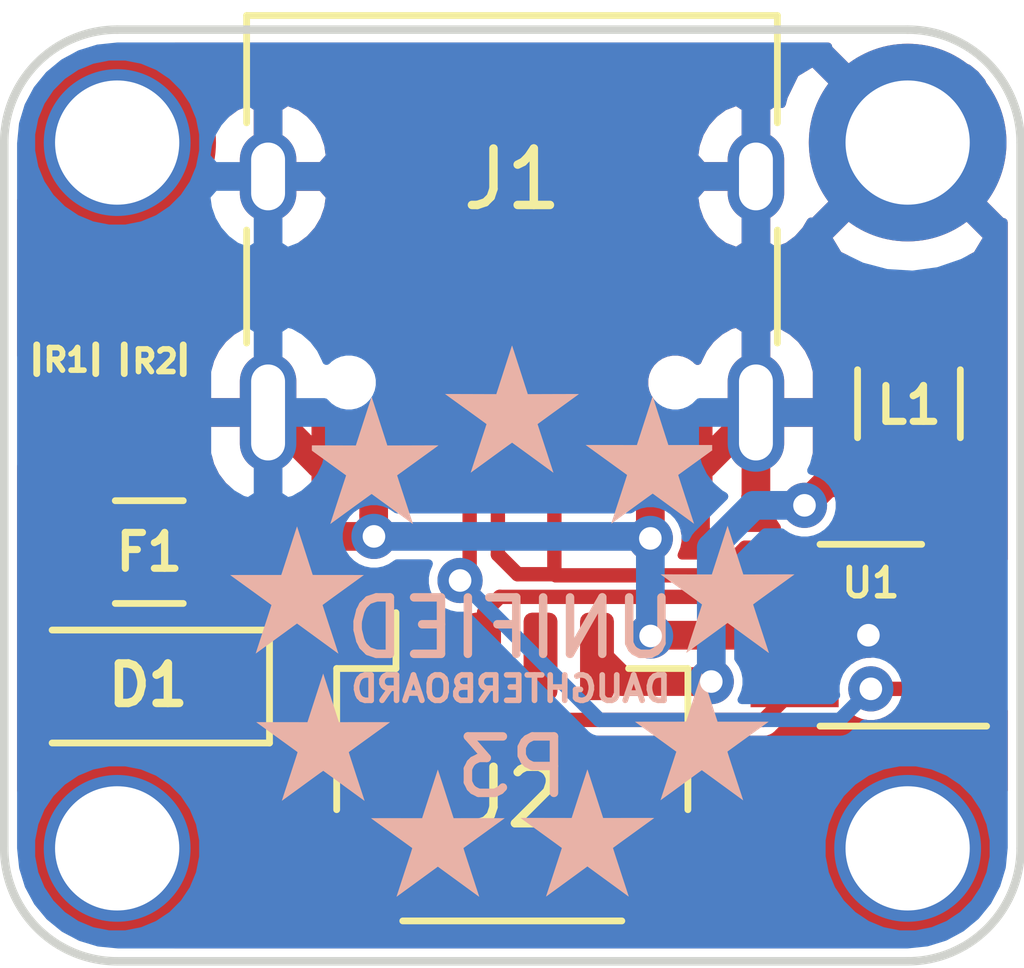
<source format=kicad_pcb>
(kicad_pcb (version 20171130) (host pcbnew "(5.1.10-1-10_14)")

  (general
    (thickness 1.6)
    (drawings 22)
    (tracks 81)
    (zones 0)
    (modules 13)
    (nets 13)
  )

  (page User 150.012 150.012)
  (title_block
    (title "Unified Daughterboard")
    (date 2020-03-22)
    (rev C3)
    (company "Designed by the keyboard community")
  )

  (layers
    (0 F.Cu signal)
    (31 B.Cu signal)
    (32 B.Adhes user)
    (33 F.Adhes user)
    (34 B.Paste user)
    (35 F.Paste user)
    (36 B.SilkS user)
    (37 F.SilkS user)
    (38 B.Mask user)
    (39 F.Mask user)
    (40 Dwgs.User user hide)
    (41 Cmts.User user hide)
    (42 Eco1.User user)
    (43 Eco2.User user)
    (44 Edge.Cuts user)
    (45 Margin user)
    (46 B.CrtYd user hide)
    (47 F.CrtYd user)
    (48 B.Fab user)
    (49 F.Fab user hide)
  )

  (setup
    (last_trace_width 0.254)
    (user_trace_width 0.1524)
    (user_trace_width 0.254)
    (user_trace_width 0.508)
    (trace_clearance 0.127)
    (zone_clearance 0.1524)
    (zone_45_only no)
    (trace_min 0.1524)
    (via_size 0.8)
    (via_drill 0.4)
    (via_min_size 0.4)
    (via_min_drill 0.3)
    (user_via 0.508 0.3048)
    (uvia_size 0.3)
    (uvia_drill 0.1)
    (uvias_allowed no)
    (uvia_min_size 0.2)
    (uvia_min_drill 0.1)
    (edge_width 0.05)
    (segment_width 0.2)
    (pcb_text_width 0.3)
    (pcb_text_size 1.5 1.5)
    (mod_edge_width 0.12)
    (mod_text_size 1 1)
    (mod_text_width 0.15)
    (pad_size 1 1.6)
    (pad_drill 0.6)
    (pad_to_mask_clearance 0.051)
    (solder_mask_min_width 0.25)
    (aux_axis_origin 0 0)
    (grid_origin 75.0025 64.843)
    (visible_elements 7FFFFF7F)
    (pcbplotparams
      (layerselection 0x310fc_ffffffff)
      (usegerberextensions true)
      (usegerberattributes false)
      (usegerberadvancedattributes false)
      (creategerberjobfile false)
      (excludeedgelayer true)
      (linewidth 0.100000)
      (plotframeref false)
      (viasonmask false)
      (mode 1)
      (useauxorigin false)
      (hpglpennumber 1)
      (hpglpenspeed 20)
      (hpglpendiameter 15.000000)
      (psnegative false)
      (psa4output false)
      (plotreference true)
      (plotvalue true)
      (plotinvisibletext false)
      (padsonsilk false)
      (subtractmaskfromsilk true)
      (outputformat 1)
      (mirror false)
      (drillshape 0)
      (scaleselection 1)
      (outputdirectory "../gerbers-C3"))
  )

  (net 0 "")
  (net 1 GND)
  (net 2 VCC)
  (net 3 GNDPWR)
  (net 4 "Net-(J1-PadA5)")
  (net 5 "Net-(J1-PadB5)")
  (net 6 VBUS)
  (net 7 D+)
  (net 8 D-)
  (net 9 DN)
  (net 10 DP)
  (net 11 "Net-(MH3-Pad1)")
  (net 12 "Net-(MH4-Pad1)")

  (net_class Default "This is the default net class."
    (clearance 0.127)
    (trace_width 0.254)
    (via_dia 0.8)
    (via_drill 0.4)
    (uvia_dia 0.3)
    (uvia_drill 0.1)
    (add_net D+)
    (add_net D-)
    (add_net DN)
    (add_net DP)
    (add_net GNDPWR)
    (add_net "Net-(J1-PadA5)")
    (add_net "Net-(J1-PadB5)")
    (add_net "Net-(MH3-Pad1)")
    (add_net "Net-(MH4-Pad1)")
    (add_net VBUS)
    (add_net VCC)
  )

  (net_class Power ""
    (clearance 0.1524)
    (trace_width 0.508)
    (via_dia 0.8)
    (via_drill 0.4)
    (uvia_dia 0.3)
    (uvia_drill 0.1)
    (add_net GND)
  )

  (module Unified-Daughterboard-Logo:Unified-Daughterboard-Logo.pretty (layer B.Cu) (tedit 61462F59) (tstamp 6146FBED)
    (at 75.0025 67.018 180)
    (path /5E790861)
    (fp_text reference G1 (at 0 0 180) (layer B.SilkS) hide
      (effects (font (size 1.524 1.524) (thickness 0.3)) (justify mirror))
    )
    (fp_text value Unified-Daughterboard-Logo (at 0.75 0 180) (layer B.SilkS) hide
      (effects (font (size 1.524 1.524) (thickness 0.3)) (justify mirror))
    )
    (fp_poly (pts (xy 1.319468 -2.630879) (xy 1.321322 -2.636413) (xy 1.32427 -2.645348) (xy 1.328258 -2.657517)
      (xy 1.333233 -2.672755) (xy 1.339141 -2.690897) (xy 1.345929 -2.711779) (xy 1.353543 -2.735235)
      (xy 1.361929 -2.761099) (xy 1.371035 -2.789207) (xy 1.380806 -2.819394) (xy 1.391188 -2.851494)
      (xy 1.40213 -2.885343) (xy 1.413576 -2.920774) (xy 1.425473 -2.957623) (xy 1.437769 -2.995725)
      (xy 1.450408 -3.034915) (xy 1.458619 -3.060383) (xy 1.597242 -3.490443) (xy 2.051086 -3.489838)
      (xy 2.098202 -3.489783) (xy 2.143374 -3.489745) (xy 2.186478 -3.489724) (xy 2.22739 -3.489719)
      (xy 2.265983 -3.489731) (xy 2.302134 -3.489759) (xy 2.335717 -3.489803) (xy 2.366608 -3.489862)
      (xy 2.394682 -3.489936) (xy 2.419813 -3.490025) (xy 2.441878 -3.490128) (xy 2.460751 -3.490245)
      (xy 2.476307 -3.490376) (xy 2.488422 -3.490521) (xy 2.496971 -3.490679) (xy 2.501829 -3.490849)
      (xy 2.50297 -3.490998) (xy 2.501221 -3.492295) (xy 2.496437 -3.495783) (xy 2.488761 -3.50136)
      (xy 2.478334 -3.508924) (xy 2.465299 -3.518372) (xy 2.449797 -3.5296) (xy 2.43197 -3.542507)
      (xy 2.41196 -3.556989) (xy 2.38991 -3.572944) (xy 2.365961 -3.590269) (xy 2.340255 -3.608861)
      (xy 2.312934 -3.628618) (xy 2.284141 -3.649437) (xy 2.254016 -3.671216) (xy 2.222702 -3.69385)
      (xy 2.190342 -3.717239) (xy 2.157076 -3.741279) (xy 2.139525 -3.753961) (xy 2.105815 -3.778319)
      (xy 2.07292 -3.802091) (xy 2.040983 -3.825172) (xy 2.010146 -3.847459) (xy 1.980553 -3.868849)
      (xy 1.952347 -3.889239) (xy 1.92567 -3.908524) (xy 1.900667 -3.926602) (xy 1.87748 -3.943368)
      (xy 1.856252 -3.958721) (xy 1.837126 -3.972555) (xy 1.820245 -3.984767) (xy 1.805753 -3.995255)
      (xy 1.793792 -4.003914) (xy 1.784506 -4.010641) (xy 1.778037 -4.015333) (xy 1.774529 -4.017886)
      (xy 1.773928 -4.018331) (xy 1.773486 -4.018707) (xy 1.773128 -4.01921) (xy 1.7729 -4.01998)
      (xy 1.772845 -4.02116) (xy 1.773009 -4.022894) (xy 1.773436 -4.025323) (xy 1.774173 -4.02859)
      (xy 1.775263 -4.032837) (xy 1.776752 -4.038208) (xy 1.778685 -4.044844) (xy 1.781106 -4.052889)
      (xy 1.784061 -4.062484) (xy 1.787594 -4.073773) (xy 1.791751 -4.086897) (xy 1.796576 -4.101999)
      (xy 1.802115 -4.119223) (xy 1.808412 -4.138709) (xy 1.815512 -4.160602) (xy 1.823461 -4.185043)
      (xy 1.832303 -4.212175) (xy 1.842083 -4.24214) (xy 1.852847 -4.275082) (xy 1.864638 -4.311141)
      (xy 1.877503 -4.350463) (xy 1.891486 -4.393187) (xy 1.906632 -4.439458) (xy 1.910579 -4.451514)
      (xy 1.923592 -4.491276) (xy 1.936281 -4.530056) (xy 1.948592 -4.56769) (xy 1.96047 -4.604014)
      (xy 1.971862 -4.638863) (xy 1.982715 -4.672072) (xy 1.992974 -4.703476) (xy 2.002585 -4.732911)
      (xy 2.011496 -4.760212) (xy 2.019652 -4.785214) (xy 2.026999 -4.807752) (xy 2.033484 -4.827662)
      (xy 2.039053 -4.84478) (xy 2.043652 -4.858939) (xy 2.047227 -4.869977) (xy 2.049726 -4.877727)
      (xy 2.051093 -4.882025) (xy 2.051349 -4.88289) (xy 2.049791 -4.881878) (xy 2.045209 -4.878655)
      (xy 2.03774 -4.873323) (xy 2.027525 -4.865982) (xy 2.014703 -4.856734) (xy 1.999413 -4.845679)
      (xy 1.981793 -4.832918) (xy 1.961984 -4.818553) (xy 1.940124 -4.802685) (xy 1.916353 -4.785414)
      (xy 1.890809 -4.766842) (xy 1.863632 -4.74707) (xy 1.834961 -4.726198) (xy 1.804935 -4.704329)
      (xy 1.773693 -4.681562) (xy 1.741375 -4.657999) (xy 1.708119 -4.633741) (xy 1.684928 -4.616818)
      (xy 1.318498 -4.349382) (xy 1.312176 -4.353857) (xy 1.31002 -4.355418) (xy 1.304843 -4.359183)
      (xy 1.296789 -4.365049) (xy 1.286002 -4.372909) (xy 1.272626 -4.382659) (xy 1.256805 -4.394194)
      (xy 1.238684 -4.407408) (xy 1.218405 -4.422197) (xy 1.196115 -4.438456) (xy 1.171955 -4.456079)
      (xy 1.146072 -4.474961) (xy 1.118608 -4.494997) (xy 1.089708 -4.516082) (xy 1.059515 -4.538111)
      (xy 1.028174 -4.56098) (xy 0.99583 -4.584582) (xy 0.962625 -4.608812) (xy 0.947219 -4.620055)
      (xy 0.913732 -4.644492) (xy 0.881072 -4.668324) (xy 0.849382 -4.691446) (xy 0.818802 -4.713755)
      (xy 0.789476 -4.735148) (xy 0.761544 -4.755522) (xy 0.735149 -4.774773) (xy 0.710433 -4.792797)
      (xy 0.687537 -4.809492) (xy 0.666603 -4.824753) (xy 0.647773 -4.838478) (xy 0.63119 -4.850562)
      (xy 0.616994 -4.860903) (xy 0.605327 -4.869397) (xy 0.596332 -4.875941) (xy 0.590151 -4.880431)
      (xy 0.586924 -4.882764) (xy 0.586467 -4.883087) (xy 0.586397 -4.881727) (xy 0.58742 -4.877177)
      (xy 0.58939 -4.869965) (xy 0.592162 -4.860617) (xy 0.595588 -4.849661) (xy 0.596536 -4.846714)
      (xy 0.598338 -4.841164) (xy 0.601297 -4.832084) (xy 0.605348 -4.819668) (xy 0.610429 -4.804111)
      (xy 0.616476 -4.785605) (xy 0.623425 -4.764347) (xy 0.631213 -4.740528) (xy 0.639776 -4.714344)
      (xy 0.649052 -4.685989) (xy 0.658975 -4.655656) (xy 0.669484 -4.623539) (xy 0.680514 -4.589834)
      (xy 0.692003 -4.554733) (xy 0.703886 -4.51843) (xy 0.7161 -4.481121) (xy 0.728581 -4.442998)
      (xy 0.737582 -4.415511) (xy 0.75263 -4.369542) (xy 0.766496 -4.327157) (xy 0.779223 -4.288218)
      (xy 0.790856 -4.252586) (xy 0.801437 -4.220125) (xy 0.811012 -4.190696) (xy 0.819623 -4.164162)
      (xy 0.827315 -4.140384) (xy 0.834132 -4.119225) (xy 0.840118 -4.100548) (xy 0.845316 -4.084213)
      (xy 0.849771 -4.070083) (xy 0.853527 -4.05802) (xy 0.856627 -4.047888) (xy 0.859115 -4.039546)
      (xy 0.861035 -4.032859) (xy 0.862432 -4.027687) (xy 0.863348 -4.023894) (xy 0.863829 -4.021341)
      (xy 0.863918 -4.01989) (xy 0.863771 -4.019457) (xy 0.861955 -4.018089) (xy 0.857105 -4.014529)
      (xy 0.849363 -4.008881) (xy 0.83887 -4.001246) (xy 0.82577 -3.99173) (xy 0.810203 -3.980433)
      (xy 0.792313 -3.96746) (xy 0.772242 -3.952913) (xy 0.750131 -3.936895) (xy 0.726123 -3.91951)
      (xy 0.70036 -3.900859) (xy 0.672984 -3.881047) (xy 0.644137 -3.860176) (xy 0.613961 -3.838348)
      (xy 0.582599 -3.815668) (xy 0.550192 -3.792237) (xy 0.516884 -3.768159) (xy 0.498635 -3.75497)
      (xy 0.46491 -3.730595) (xy 0.432017 -3.706817) (xy 0.400097 -3.683739) (xy 0.369292 -3.661462)
      (xy 0.339743 -3.640091) (xy 0.311593 -3.619726) (xy 0.284982 -3.600472) (xy 0.260054 -3.58243)
      (xy 0.236949 -3.565704) (xy 0.21581 -3.550395) (xy 0.196778 -3.536607) (xy 0.179994 -3.524442)
      (xy 0.165602 -3.514003) (xy 0.153742 -3.505393) (xy 0.144556 -3.498713) (xy 0.138186 -3.494067)
      (xy 0.134774 -3.491558) (xy 0.13421 -3.491127) (xy 0.135922 -3.490905) (xy 0.141501 -3.490699)
      (xy 0.150896 -3.49051) (xy 0.164055 -3.490337) (xy 0.180927 -3.49018) (xy 0.20146 -3.490041)
      (xy 0.225603 -3.489919) (xy 0.253304 -3.489813) (xy 0.284513 -3.489726) (xy 0.319177 -3.489656)
      (xy 0.357245 -3.489603) (xy 0.398666 -3.489569) (xy 0.443388 -3.489552) (xy 0.49136 -3.489554)
      (xy 0.542531 -3.489574) (xy 0.585794 -3.489604) (xy 1.039338 -3.489969) (xy 1.178432 -3.058732)
      (xy 1.191281 -3.01892) (xy 1.203819 -2.980111) (xy 1.215995 -2.942471) (xy 1.227753 -2.906161)
      (xy 1.239042 -2.871346) (xy 1.249808 -2.838189) (xy 1.259996 -2.806853) (xy 1.269554 -2.777503)
      (xy 1.278429 -2.750301) (xy 1.286567 -2.725412) (xy 1.293915 -2.702998) (xy 1.300418 -2.683223)
      (xy 1.306025 -2.666251) (xy 1.310681 -2.652245) (xy 1.314334 -2.641368) (xy 1.316929 -2.633785)
      (xy 1.318414 -2.629658) (xy 1.318761 -2.628909)) (layer B.SilkS) (width 0))
    (fp_poly (pts (xy -1.329876 -2.626778) (xy -1.328025 -2.632058) (xy -1.325081 -2.640741) (xy -1.321098 -2.652664)
      (xy -1.316128 -2.667663) (xy -1.310226 -2.685575) (xy -1.303443 -2.706236) (xy -1.295835 -2.729483)
      (xy -1.287453 -2.755152) (xy -1.278352 -2.78308) (xy -1.268585 -2.813104) (xy -1.258205 -2.845059)
      (xy -1.247266 -2.878782) (xy -1.23582 -2.914109) (xy -1.223922 -2.950878) (xy -1.211624 -2.988925)
      (xy -1.19898 -3.028085) (xy -1.190257 -3.055125) (xy -1.051149 -3.486524) (xy -0.598068 -3.485763)
      (xy -0.556221 -3.485697) (xy -0.515417 -3.485642) (xy -0.47583 -3.485597) (xy -0.43763 -3.485562)
      (xy -0.400992 -3.485538) (xy -0.366086 -3.485524) (xy -0.333086 -3.48552) (xy -0.302165 -3.485526)
      (xy -0.273494 -3.485541) (xy -0.247247 -3.485566) (xy -0.223595 -3.485601) (xy -0.202711 -3.485645)
      (xy -0.184768 -3.485698) (xy -0.169939 -3.485761) (xy -0.158395 -3.485833) (xy -0.150309 -3.485913)
      (xy -0.145854 -3.486002) (xy -0.144986 -3.486067) (xy -0.146551 -3.487297) (xy -0.151152 -3.49072)
      (xy -0.158649 -3.496235) (xy -0.168903 -3.50374) (xy -0.181774 -3.513132) (xy -0.19712 -3.524312)
      (xy -0.214804 -3.537176) (xy -0.234683 -3.551624) (xy -0.256619 -3.567553) (xy -0.280471 -3.584862)
      (xy -0.3061 -3.60345) (xy -0.333366 -3.623214) (xy -0.362127 -3.644054) (xy -0.392245 -3.665867)
      (xy -0.42358 -3.688552) (xy -0.455991 -3.712007) (xy -0.489339 -3.736131) (xy -0.51137 -3.752063)
      (xy -0.545252 -3.77657) (xy -0.578288 -3.800479) (xy -0.610339 -3.823689) (xy -0.641263 -3.846096)
      (xy -0.670921 -3.867599) (xy -0.699173 -3.888097) (xy -0.725879 -3.907488) (xy -0.750899 -3.925669)
      (xy -0.774093 -3.942538) (xy -0.79532 -3.957995) (xy -0.814441 -3.971937) (xy -0.831316 -3.984261)
      (xy -0.845805 -3.994867) (xy -0.857767 -4.003653) (xy -0.867064 -4.010515) (xy -0.873553 -4.015354)
      (xy -0.877097 -4.018066) (xy -0.877754 -4.01864) (xy -0.877155 -4.020595) (xy -0.875404 -4.026071)
      (xy -0.872566 -4.034864) (xy -0.868709 -4.04677) (xy -0.863898 -4.061585) (xy -0.858201 -4.079106)
      (xy -0.851683 -4.099129) (xy -0.844413 -4.121451) (xy -0.836455 -4.145868) (xy -0.827876 -4.172176)
      (xy -0.818744 -4.200172) (xy -0.809124 -4.229652) (xy -0.799084 -4.260413) (xy -0.788689 -4.29225)
      (xy -0.778006 -4.324961) (xy -0.767102 -4.358341) (xy -0.756044 -4.392187) (xy -0.744897 -4.426295)
      (xy -0.733728 -4.460462) (xy -0.722605 -4.494484) (xy -0.711593 -4.528157) (xy -0.700759 -4.561278)
      (xy -0.69017 -4.593644) (xy -0.679891 -4.62505) (xy -0.669991 -4.655292) (xy -0.660534 -4.684168)
      (xy -0.651588 -4.711474) (xy -0.64322 -4.737006) (xy -0.635495 -4.76056) (xy -0.628481 -4.781933)
      (xy -0.622243 -4.800921) (xy -0.616849 -4.81732) (xy -0.612365 -4.830927) (xy -0.608857 -4.841539)
      (xy -0.60842 -4.842858) (xy -0.604769 -4.854127) (xy -0.60176 -4.863921) (xy -0.599542 -4.871718)
      (xy -0.59826 -4.876994) (xy -0.598062 -4.879225) (xy -0.59821 -4.87924) (xy -0.599985 -4.877975)
      (xy -0.604784 -4.874502) (xy -0.612467 -4.868924) (xy -0.622894 -4.861343) (xy -0.635922 -4.851863)
      (xy -0.651412 -4.840586) (xy -0.669223 -4.827614) (xy -0.689214 -4.813049) (xy -0.711243 -4.796996)
      (xy -0.735172 -4.779555) (xy -0.760858 -4.76083) (xy -0.788162 -4.740923) (xy -0.816941 -4.719936)
      (xy -0.847057 -4.697973) (xy -0.878367 -4.675136) (xy -0.910731 -4.651527) (xy -0.944008 -4.627249)
      (xy -0.965289 -4.611723) (xy -1.330061 -4.345567) (xy -1.675525 -4.597708) (xy -1.708673 -4.621901)
      (xy -1.741147 -4.645603) (xy -1.772794 -4.668701) (xy -1.803458 -4.691081) (xy -1.832983 -4.712631)
      (xy -1.861214 -4.733236) (xy -1.887996 -4.752784) (xy -1.913173 -4.77116) (xy -1.936591 -4.788252)
      (xy -1.958094 -4.803947) (xy -1.977526 -4.818131) (xy -1.994732 -4.83069) (xy -2.009558 -4.841511)
      (xy -2.021847 -4.850482) (xy -2.031445 -4.857487) (xy -2.038196 -4.862416) (xy -2.041945 -4.865153)
      (xy -2.042051 -4.86523) (xy -2.049774 -4.870765) (xy -2.056225 -4.875187) (xy -2.060831 -4.878119)
      (xy -2.063017 -4.879183) (xy -2.063118 -4.87911) (xy -2.062518 -4.877135) (xy -2.060751 -4.871601)
      (xy -2.057872 -4.862673) (xy -2.053935 -4.850517) (xy -2.048994 -4.835297) (xy -2.043102 -4.817179)
      (xy -2.036313 -4.796327) (xy -2.028681 -4.772907) (xy -2.02026 -4.747084) (xy -2.011103 -4.719022)
      (xy -2.001266 -4.688887) (xy -1.9908 -4.656844) (xy -1.979761 -4.623058) (xy -1.968202 -4.587694)
      (xy -1.956177 -4.550917) (xy -1.943739 -4.512892) (xy -1.930943 -4.473784) (xy -1.922829 -4.448993)
      (xy -1.90984 -4.409286) (xy -1.897183 -4.370551) (xy -1.884912 -4.332954) (xy -1.873082 -4.29666)
      (xy -1.861745 -4.261836) (xy -1.850954 -4.228646) (xy -1.840764 -4.197256) (xy -1.831228 -4.167832)
      (xy -1.822399 -4.140539) (xy -1.814331 -4.115543) (xy -1.807078 -4.093009) (xy -1.800692 -4.073102)
      (xy -1.795228 -4.055989) (xy -1.790738 -4.041834) (xy -1.787277 -4.030803) (xy -1.784898 -4.023062)
      (xy -1.783654 -4.018776) (xy -1.783477 -4.017927) (xy -1.78513 -4.016567) (xy -1.789819 -4.013015)
      (xy -1.797403 -4.007376) (xy -1.807739 -3.999751) (xy -1.820687 -3.990243) (xy -1.836106 -3.978957)
      (xy -1.853853 -3.965993) (xy -1.873788 -3.951456) (xy -1.89577 -3.935449) (xy -1.919656 -3.918073)
      (xy -1.945306 -3.899432) (xy -1.972579 -3.879629) (xy -2.001333 -3.858767) (xy -2.031426 -3.836948)
      (xy -2.062718 -3.814276) (xy -2.095067 -3.790853) (xy -2.128332 -3.766782) (xy -2.146633 -3.753547)
      (xy -2.18037 -3.729149) (xy -2.213291 -3.705339) (xy -2.245254 -3.682219) (xy -2.276115 -3.659893)
      (xy -2.305733 -3.638465) (xy -2.333964 -3.618038) (xy -2.360664 -3.598714) (xy -2.385693 -3.580598)
      (xy -2.408906 -3.563794) (xy -2.430162 -3.548403) (xy -2.449316 -3.53453) (xy -2.466227 -3.522278)
      (xy -2.480752 -3.51175) (xy -2.492748 -3.50305) (xy -2.502072 -3.496281) (xy -2.508581 -3.491546)
      (xy -2.512132 -3.48895) (xy -2.512766 -3.488476) (xy -2.512981 -3.488131) (xy -2.512634 -3.487813)
      (xy -2.51158 -3.487521) (xy -2.509674 -3.487255) (xy -2.50677 -3.487013) (xy -2.502723 -3.486795)
      (xy -2.497389 -3.486601) (xy -2.490621 -3.486428) (xy -2.482275 -3.486278) (xy -2.472206 -3.486148)
      (xy -2.460267 -3.486039) (xy -2.446315 -3.485949) (xy -2.430204 -3.485878) (xy -2.411788 -3.485824)
      (xy -2.390923 -3.485788) (xy -2.367463 -3.485768) (xy -2.341263 -3.485763) (xy -2.312177 -3.485773)
      (xy -2.280062 -3.485798) (xy -2.244771 -3.485835) (xy -2.206159 -3.485886) (xy -2.164081 -3.485947)
      (xy -2.118392 -3.48602) (xy -2.068946 -3.486103) (xy -2.062929 -3.486114) (xy -1.609174 -3.486894)
      (xy -1.470484 -3.056649) (xy -1.45765 -3.016845) (xy -1.445126 -2.978023) (xy -1.432966 -2.94035)
      (xy -1.421223 -2.90399) (xy -1.409952 -2.869108) (xy -1.399204 -2.835869) (xy -1.389035 -2.804439)
      (xy -1.379497 -2.774981) (xy -1.370644 -2.747663) (xy -1.362529 -2.722647) (xy -1.355206 -2.700101)
      (xy -1.348729 -2.680188) (xy -1.343151 -2.663073) (xy -1.338525 -2.648923) (xy -1.334905 -2.637902)
      (xy -1.332345 -2.630174) (xy -1.330898 -2.625905) (xy -1.33058 -2.625065)) (layer B.SilkS) (width 0))
    (fp_poly (pts (xy 3.350374 -0.931266) (xy 3.352212 -0.936766) (xy 3.355143 -0.945666) (xy 3.359116 -0.9578)
      (xy 3.364076 -0.973005) (xy 3.36997 -0.991114) (xy 3.376745 -1.011963) (xy 3.384346 -1.035386)
      (xy 3.392721 -1.061219) (xy 3.401816 -1.089297) (xy 3.411578 -1.119455) (xy 3.421952 -1.151527)
      (xy 3.432886 -1.185349) (xy 3.444327 -1.220756) (xy 3.45622 -1.257582) (xy 3.468512 -1.295663)
      (xy 3.481149 -1.334833) (xy 3.489293 -1.360085) (xy 3.627857 -1.789795) (xy 4.081786 -1.789437)
      (xy 4.123672 -1.789407) (xy 4.164515 -1.789383) (xy 4.204143 -1.789367) (xy 4.242383 -1.789356)
      (xy 4.279063 -1.789352) (xy 4.31401 -1.789354) (xy 4.347053 -1.789361) (xy 4.378019 -1.789375)
      (xy 4.406735 -1.789394) (xy 4.433029 -1.789419) (xy 4.456729 -1.78945) (xy 4.477663 -1.789486)
      (xy 4.495658 -1.789526) (xy 4.510542 -1.789572) (xy 4.522142 -1.789623) (xy 4.530287 -1.789679)
      (xy 4.534803 -1.789739) (xy 4.535714 -1.789783) (xy 4.53415 -1.79098) (xy 4.529548 -1.794368)
      (xy 4.522051 -1.799848) (xy 4.511799 -1.807316) (xy 4.498932 -1.816671) (xy 4.483591 -1.827811)
      (xy 4.465916 -1.840635) (xy 4.446047 -1.855041) (xy 4.424126 -1.870926) (xy 4.400292 -1.888189)
      (xy 4.374687 -1.906729) (xy 4.34745 -1.926444) (xy 4.318722 -1.947231) (xy 4.288643 -1.968988)
      (xy 4.257355 -1.991616) (xy 4.224998 -2.01501) (xy 4.191711 -2.03907) (xy 4.17178 -2.053474)
      (xy 4.137964 -2.077913) (xy 4.104968 -2.101765) (xy 4.072935 -2.124927) (xy 4.042006 -2.147296)
      (xy 4.012323 -2.16877) (xy 3.98403 -2.189244) (xy 3.957268 -2.208617) (xy 3.932179 -2.226784)
      (xy 3.908906 -2.243643) (xy 3.887591 -2.259092) (xy 3.868376 -2.273025) (xy 3.851404 -2.285342)
      (xy 3.836816 -2.295938) (xy 3.824755 -2.304711) (xy 3.815363 -2.311558) (xy 3.808782 -2.316375)
      (xy 3.805154 -2.319059) (xy 3.804463 -2.319596) (xy 3.80414 -2.32009) (xy 3.803975 -2.320952)
      (xy 3.804011 -2.322323) (xy 3.804294 -2.324345) (xy 3.804869 -2.327159) (xy 3.805781 -2.330906)
      (xy 3.807074 -2.33573) (xy 3.808794 -2.34177) (xy 3.810985 -2.349169) (xy 3.813693 -2.358068)
      (xy 3.816962 -2.368609) (xy 3.820838 -2.380934) (xy 3.825364 -2.395184) (xy 3.830587 -2.411501)
      (xy 3.836551 -2.430027) (xy 3.843301 -2.450902) (xy 3.850882 -2.474269) (xy 3.859338 -2.50027)
      (xy 3.868716 -2.529045) (xy 3.879059 -2.560738) (xy 3.890413 -2.595488) (xy 3.902823 -2.633438)
      (xy 3.916332 -2.67473) (xy 3.930988 -2.719505) (xy 3.941883 -2.752785) (xy 3.954894 -2.792536)
      (xy 3.967576 -2.831301) (xy 3.979874 -2.868916) (xy 3.991736 -2.905216) (xy 4.003107 -2.940036)
      (xy 4.013934 -2.973213) (xy 4.024164 -3.004582) (xy 4.033743 -3.033978) (xy 4.042618 -3.061238)
      (xy 4.050735 -3.086197) (xy 4.058041 -3.10869) (xy 4.064483 -3.128554) (xy 4.070006 -3.145624)
      (xy 4.074557 -3.159735) (xy 4.078083 -3.170723) (xy 4.080531 -3.178425) (xy 4.081846 -3.182675)
      (xy 4.082069 -3.183509) (xy 4.080452 -3.182433) (xy 4.075811 -3.179147) (xy 4.068285 -3.173753)
      (xy 4.058014 -3.166351) (xy 4.045137 -3.157044) (xy 4.029793 -3.145933) (xy 4.012124 -3.133119)
      (xy 3.992267 -3.118704) (xy 3.970363 -3.102789) (xy 3.946551 -3.085476) (xy 3.920972 -3.066866)
      (xy 3.893763 -3.04706) (xy 3.865066 -3.026161) (xy 3.83502 -3.00427) (xy 3.803764 -2.981487)
      (xy 3.771438 -2.957915) (xy 3.738182 -2.933655) (xy 3.715659 -2.91722) (xy 3.674989 -2.887543)
      (xy 3.637365 -2.860098) (xy 3.602672 -2.834803) (xy 3.570793 -2.811574) (xy 3.541614 -2.790329)
      (xy 3.515018 -2.770985) (xy 3.49089 -2.75346) (xy 3.469114 -2.737669) (xy 3.449575 -2.723531)
      (xy 3.432157 -2.710963) (xy 3.416746 -2.699881) (xy 3.403224 -2.690203) (xy 3.391476 -2.681846)
      (xy 3.381388 -2.674727) (xy 3.372842 -2.668764) (xy 3.365725 -2.663873) (xy 3.35992 -2.659971)
      (xy 3.355311 -2.656977) (xy 3.351783 -2.654806) (xy 3.349221 -2.653377) (xy 3.347508 -2.652605)
      (xy 3.34653 -2.652409) (xy 3.346317 -2.652474) (xy 3.344425 -2.65382) (xy 3.33951 -2.657374)
      (xy 3.331714 -2.663031) (xy 3.321178 -2.670688) (xy 3.308044 -2.680243) (xy 3.292455 -2.691592)
      (xy 3.274552 -2.704631) (xy 3.254476 -2.719257) (xy 3.23237 -2.735367) (xy 3.208376 -2.752857)
      (xy 3.182634 -2.771624) (xy 3.155288 -2.791565) (xy 3.126479 -2.812576) (xy 3.096348 -2.834555)
      (xy 3.065037 -2.857397) (xy 3.032689 -2.880999) (xy 2.999445 -2.905258) (xy 2.980268 -2.919253)
      (xy 2.946616 -2.94381) (xy 2.913797 -2.967751) (xy 2.881953 -2.990973) (xy 2.851224 -3.013375)
      (xy 2.82175 -3.034855) (xy 2.793673 -3.05531) (xy 2.767132 -3.074638) (xy 2.742268 -3.092736)
      (xy 2.719222 -3.109503) (xy 2.698134 -3.124836) (xy 2.679145 -3.138633) (xy 2.662396 -3.150792)
      (xy 2.648026 -3.16121) (xy 2.636177 -3.169785) (xy 2.626989 -3.176415) (xy 2.620603 -3.180998)
      (xy 2.617159 -3.183431) (xy 2.616565 -3.183817) (xy 2.616084 -3.182302) (xy 2.616529 -3.180388)
      (xy 2.617239 -3.178232) (xy 2.619114 -3.172519) (xy 2.622101 -3.163414) (xy 2.626144 -3.151085)
      (xy 2.631189 -3.135697) (xy 2.637181 -3.117418) (xy 2.644066 -3.096412) (xy 2.65179 -3.072847)
      (xy 2.660297 -3.04689) (xy 2.669534 -3.018705) (xy 2.679445 -2.98846) (xy 2.689977 -2.956321)
      (xy 2.701074 -2.922455) (xy 2.712683 -2.887027) (xy 2.724748 -2.850204) (xy 2.737216 -2.812153)
      (xy 2.750031 -2.773039) (xy 2.757633 -2.749838) (xy 2.773762 -2.700591) (xy 2.788698 -2.65495)
      (xy 2.802477 -2.612802) (xy 2.815135 -2.574033) (xy 2.826709 -2.53853) (xy 2.837234 -2.506179)
      (xy 2.846749 -2.476866) (xy 2.855288 -2.450477) (xy 2.862889 -2.426899) (xy 2.869587 -2.406018)
      (xy 2.87542 -2.38772) (xy 2.880424 -2.371892) (xy 2.884634 -2.358419) (xy 2.888089 -2.347189)
      (xy 2.890823 -2.338086) (xy 2.892874 -2.330999) (xy 2.894278 -2.325812) (xy 2.895072 -2.322412)
      (xy 2.895291 -2.320686) (xy 2.895219 -2.320431) (xy 2.893433 -2.319085) (xy 2.888612 -2.315549)
      (xy 2.880899 -2.309923) (xy 2.870435 -2.302312) (xy 2.857363 -2.292817) (xy 2.841824 -2.281542)
      (xy 2.82396 -2.26859) (xy 2.803913 -2.254063) (xy 2.781826 -2.238064) (xy 2.75784 -2.220696)
      (xy 2.732097 -2.202062) (xy 2.70474 -2.182265) (xy 2.67591 -2.161408) (xy 2.645749 -2.139592)
      (xy 2.614399 -2.116922) (xy 2.582002 -2.0935) (xy 2.5487 -2.069429) (xy 2.5304 -2.056203)
      (xy 2.496663 -2.03182) (xy 2.463751 -2.008028) (xy 2.431807 -1.984931) (xy 2.400973 -1.96263)
      (xy 2.37139 -1.94123) (xy 2.343201 -1.920833) (xy 2.316549 -1.901542) (xy 2.291574 -1.88346)
      (xy 2.26842 -1.866691) (xy 2.247229 -1.851336) (xy 2.228143 -1.8375) (xy 2.211304 -1.825285)
      (xy 2.196854 -1.814794) (xy 2.184936 -1.80613) (xy 2.175691 -1.799396) (xy 2.169262 -1.794695)
      (xy 2.16579 -1.79213) (xy 2.165197 -1.79167) (xy 2.165418 -1.79138) (xy 2.166809 -1.791113)
      (xy 2.169504 -1.790868) (xy 2.173636 -1.790643) (xy 2.179342 -1.79044) (xy 2.186755 -1.790256)
      (xy 2.196011 -1.790091) (xy 2.207243 -1.789944) (xy 2.220586 -1.789816) (xy 2.236175 -1.789704)
      (xy 2.254144 -1.789609) (xy 2.274629 -1.78953) (xy 2.297763 -1.789466) (xy 2.323682 -1.789417)
      (xy 2.352519 -1.789381) (xy 2.38441 -1.789358) (xy 2.419489 -1.789348) (xy 2.45789 -1.78935)
      (xy 2.499749 -1.789363) (xy 2.545199 -1.789386) (xy 2.594376 -1.789419) (xy 2.616573 -1.789436)
      (xy 3.070687 -1.789795) (xy 3.196464 -1.3999) (xy 3.20888 -1.361413) (xy 3.221087 -1.323572)
      (xy 3.233023 -1.286574) (xy 3.244623 -1.250618) (xy 3.255823 -1.2159) (xy 3.266561 -1.182619)
      (xy 3.276771 -1.150971) (xy 3.28639 -1.121155) (xy 3.295355 -1.093368) (xy 3.303602 -1.067808)
      (xy 3.311067 -1.044673) (xy 3.317686 -1.024159) (xy 3.323396 -1.006464) (xy 3.328133 -0.991787)
      (xy 3.331832 -0.980324) (xy 3.334431 -0.972274) (xy 3.335441 -0.969146) (xy 3.339321 -0.957319)
      (xy 3.342845 -0.946931) (xy 3.345827 -0.938496) (xy 3.348083 -0.932533) (xy 3.349427 -0.929558)
      (xy 3.349685 -0.929331)) (layer B.SilkS) (width 0))
    (fp_poly (pts (xy -3.355276 -0.92241) (xy -3.353419 -0.927943) (xy -3.350469 -0.936875) (xy -3.34648 -0.94904)
      (xy -3.341506 -0.964272) (xy -3.335599 -0.982406) (xy -3.328815 -1.003275) (xy -3.321207 -1.026715)
      (xy -3.312828 -1.052559) (xy -3.303732 -1.080642) (xy -3.293974 -1.110797) (xy -3.283605 -1.14286)
      (xy -3.272682 -1.176665) (xy -3.261256 -1.212045) (xy -3.249382 -1.248835) (xy -3.237113 -1.28687)
      (xy -3.224504 -1.325983) (xy -3.2171 -1.348959) (xy -3.204315 -1.388634) (xy -3.191839 -1.427335)
      (xy -3.179727 -1.464895) (xy -3.168032 -1.501148) (xy -3.156807 -1.535928) (xy -3.146108 -1.569068)
      (xy -3.135986 -1.600403) (xy -3.126497 -1.629765) (xy -3.117694 -1.656989) (xy -3.109631 -1.681909)
      (xy -3.102361 -1.704358) (xy -3.095938 -1.724169) (xy -3.090417 -1.741177) (xy -3.08585 -1.755215)
      (xy -3.082292 -1.766117) (xy -3.079797 -1.773716) (xy -3.078418 -1.777847) (xy -3.078151 -1.778587)
      (xy -3.077367 -1.77887) (xy -3.075239 -1.779132) (xy -3.071636 -1.779374) (xy -3.066429 -1.779597)
      (xy -3.059485 -1.7798) (xy -3.050675 -1.779985) (xy -3.039866 -1.780153) (xy -3.026928 -1.780305)
      (xy -3.01173 -1.78044) (xy -2.994142 -1.78056) (xy -2.974031 -1.780666) (xy -2.951268 -1.780758)
      (xy -2.925721 -1.780836) (xy -2.89726 -1.780902) (xy -2.865753 -1.780957) (xy -2.831069 -1.781001)
      (xy -2.793078 -1.781034) (xy -2.751649 -1.781058) (xy -2.70665 -1.781073) (xy -2.657951 -1.78108)
      (xy -2.623355 -1.781081) (xy -2.571831 -1.781083) (xy -2.524103 -1.781094) (xy -2.480046 -1.781113)
      (xy -2.439537 -1.781142) (xy -2.402452 -1.781182) (xy -2.368667 -1.781232) (xy -2.338061 -1.781293)
      (xy -2.310507 -1.781367) (xy -2.285884 -1.781453) (xy -2.264067 -1.781553) (xy -2.244933 -1.781667)
      (xy -2.228359 -1.781796) (xy -2.21422 -1.78194) (xy -2.202394 -1.7821) (xy -2.192756 -1.782277)
      (xy -2.185184 -1.782472) (xy -2.179553 -1.782684) (xy -2.17574 -1.782916) (xy -2.173621 -1.783166)
      (xy -2.173074 -1.783437) (xy -2.17311 -1.783472) (xy -2.174976 -1.784829) (xy -2.179876 -1.788378)
      (xy -2.187667 -1.794018) (xy -2.198208 -1.801646) (xy -2.211357 -1.811158) (xy -2.226971 -1.822453)
      (xy -2.244909 -1.835427) (xy -2.265028 -1.849979) (xy -2.287188 -1.866005) (xy -2.311245 -1.883402)
      (xy -2.337058 -1.902068) (xy -2.364485 -1.921901) (xy -2.393383 -1.942797) (xy -2.423611 -1.964654)
      (xy -2.455027 -1.987369) (xy -2.487489 -2.01084) (xy -2.520855 -2.034963) (xy -2.540687 -2.049302)
      (xy -2.905048 -2.312727) (xy -2.897539 -2.335356) (xy -2.892806 -2.34965) (xy -2.887179 -2.366704)
      (xy -2.880721 -2.386316) (xy -2.873499 -2.408288) (xy -2.865577 -2.43242) (xy -2.857021 -2.45851)
      (xy -2.847896 -2.486361) (xy -2.838266 -2.515771) (xy -2.828198 -2.54654) (xy -2.817757 -2.57847)
      (xy -2.807007 -2.611359) (xy -2.796013 -2.645008) (xy -2.784842 -2.679218) (xy -2.773557 -2.713787)
      (xy -2.762225 -2.748517) (xy -2.75091 -2.783207) (xy -2.739678 -2.817658) (xy -2.728593 -2.851669)
      (xy -2.717722 -2.885041) (xy -2.707128 -2.917574) (xy -2.696878 -2.949067) (xy -2.687036 -2.979321)
      (xy -2.677668 -3.008137) (xy -2.668838 -3.035313) (xy -2.660613 -3.06065) (xy -2.653057 -3.083949)
      (xy -2.646234 -3.10501) (xy -2.640212 -3.123631) (xy -2.635054 -3.139614) (xy -2.630826 -3.152759)
      (xy -2.627592 -3.162866) (xy -2.625419 -3.169734) (xy -2.624372 -3.173165) (xy -2.624283 -3.173533)
      (xy -2.62592 -3.172472) (xy -2.630581 -3.169201) (xy -2.638127 -3.163821) (xy -2.648417 -3.156433)
      (xy -2.661312 -3.147139) (xy -2.676672 -3.136041) (xy -2.694357 -3.123239) (xy -2.714229 -3.108836)
      (xy -2.736146 -3.092932) (xy -2.759969 -3.075629) (xy -2.785558 -3.057029) (xy -2.812774 -3.037233)
      (xy -2.841477 -3.016343) (xy -2.871527 -2.994459) (xy -2.902784 -2.971684) (xy -2.935109 -2.948118)
      (xy -2.968362 -2.923864) (xy -2.990663 -2.907591) (xy -3.356205 -2.640812) (xy -3.362586 -2.645322)
      (xy -3.364748 -2.646885) (xy -3.36993 -2.650654) (xy -3.37799 -2.656523) (xy -3.388783 -2.664387)
      (xy -3.402164 -2.674141) (xy -3.417992 -2.685679) (xy -3.43612 -2.698898) (xy -3.456405 -2.713692)
      (xy -3.478704 -2.729956) (xy -3.502872 -2.747584) (xy -3.528765 -2.766473) (xy -3.556239 -2.786516)
      (xy -3.58515 -2.807609) (xy -3.615354 -2.829647) (xy -3.646708 -2.852525) (xy -3.679067 -2.876137)
      (xy -3.712287 -2.900379) (xy -3.72811 -2.911926) (xy -3.761601 -2.936364) (xy -3.794255 -2.960186)
      (xy -3.825931 -2.98329) (xy -3.856487 -3.005571) (xy -3.885784 -3.026928) (xy -3.913679 -3.047258)
      (xy -3.940032 -3.066459) (xy -3.964701 -3.084427) (xy -3.987546 -3.10106) (xy -4.008425 -3.116255)
      (xy -4.027198 -3.129909) (xy -4.043723 -3.141921) (xy -4.057859 -3.152186) (xy -4.069465 -3.160603)
      (xy -4.0784 -3.167068) (xy -4.084523 -3.17148) (xy -4.087693 -3.173734) (xy -4.088126 -3.174021)
      (xy -4.089 -3.172579) (xy -4.089 -3.172565) (xy -4.088399 -3.170594) (xy -4.086632 -3.165065)
      (xy -4.083753 -3.156141) (xy -4.079816 -3.143989) (xy -4.074874 -3.128773) (xy -4.068982 -3.110658)
      (xy -4.062192 -3.08981) (xy -4.05456 -3.066392) (xy -4.046139 -3.040571) (xy -4.036982 -3.012511)
      (xy -4.027143 -2.982377) (xy -4.016677 -2.950335) (xy -4.005637 -2.916549) (xy -3.994078 -2.881184)
      (xy -3.982051 -2.844405) (xy -3.969613 -2.806378) (xy -3.956816 -2.767266) (xy -3.948654 -2.742328)
      (xy -3.93323 -2.695203) (xy -3.918981 -2.651659) (xy -3.905862 -2.611554) (xy -3.893828 -2.574744)
      (xy -3.882833 -2.541088) (xy -3.872832 -2.510441) (xy -3.863781 -2.482663) (xy -3.855634 -2.457609)
      (xy -3.848347 -2.435137) (xy -3.841873 -2.415106) (xy -3.836168 -2.397371) (xy -3.831187 -2.38179)
      (xy -3.826884 -2.36822) (xy -3.823215 -2.35652) (xy -3.820135 -2.346545) (xy -3.817598 -2.338154)
      (xy -3.815558 -2.331204) (xy -3.813972 -2.325552) (xy -3.812794 -2.321055) (xy -3.811979 -2.31757)
      (xy -3.811481 -2.314956) (xy -3.811256 -2.313069) (xy -3.811259 -2.311767) (xy -3.811444 -2.310906)
      (xy -3.811766 -2.310345) (xy -3.811995 -2.310103) (xy -3.813907 -2.308649) (xy -3.818853 -2.305005)
      (xy -3.826691 -2.299274) (xy -3.837278 -2.291561) (xy -3.85047 -2.281968) (xy -3.866124 -2.2706)
      (xy -3.884099 -2.257559) (xy -3.90425 -2.242949) (xy -3.926435 -2.226874) (xy -3.950511 -2.209438)
      (xy -3.976335 -2.190743) (xy -4.003764 -2.170894) (xy -4.032655 -2.149994) (xy -4.062866 -2.128146)
      (xy -4.094253 -2.105454) (xy -4.126673 -2.082022) (xy -4.159984 -2.057953) (xy -4.177167 -2.04554)
      (xy -4.210847 -2.021209) (xy -4.243695 -1.997477) (xy -4.275568 -1.974445) (xy -4.306326 -1.952216)
      (xy -4.335825 -1.930893) (xy -4.363925 -1.910579) (xy -4.390483 -1.891376) (xy -4.415357 -1.873387)
      (xy -4.438405 -1.856715) (xy -4.459485 -1.841462) (xy -4.478456 -1.827732) (xy -4.495175 -1.815626)
      (xy -4.509501 -1.805247) (xy -4.521291 -1.796699) (xy -4.530403 -1.790083) (xy -4.536696 -1.785503)
      (xy -4.540028 -1.783061) (xy -4.540543 -1.78267) (xy -4.538802 -1.782493) (xy -4.533276 -1.782322)
      (xy -4.524098 -1.782161) (xy -4.511401 -1.782007) (xy -4.495319 -1.781864) (xy -4.475984 -1.781729)
      (xy -4.453531 -1.781605) (xy -4.428092 -1.781492) (xy -4.399801 -1.78139) (xy -4.368791 -1.781299)
      (xy -4.335195 -1.781221) (xy -4.299147 -1.781155) (xy -4.260779 -1.781103) (xy -4.220226 -1.781063)
      (xy -4.17762 -1.781038) (xy -4.133094 -1.781028) (xy -4.088931 -1.781032) (xy -3.635429 -1.781142)
      (xy -3.496345 -1.350094) (xy -3.483494 -1.310291) (xy -3.470954 -1.271491) (xy -3.458776 -1.23386)
      (xy -3.447015 -1.197559) (xy -3.435724 -1.162752) (xy -3.424956 -1.129604) (xy -3.414765 -1.098278)
      (xy -3.405204 -1.068937) (xy -3.396327 -1.041744) (xy -3.388187 -1.016864) (xy -3.380838 -0.994459)
      (xy -3.374332 -0.974694) (xy -3.368724 -0.957732) (xy -3.364067 -0.943736) (xy -3.360413 -0.932871)
      (xy -3.357818 -0.925298) (xy -3.356334 -0.921183) (xy -3.355987 -0.920442)) (layer B.SilkS) (width 0))
    (fp_poly (pts (xy 3.812917 1.676202) (xy 3.814754 1.670958) (xy 3.817684 1.662311) (xy 3.821654 1.650423)
      (xy 3.826611 1.63546) (xy 3.8325 1.617583) (xy 3.83927 1.596956) (xy 3.846867 1.573744)
      (xy 3.855237 1.548109) (xy 3.864327 1.520214) (xy 3.874083 1.490224) (xy 3.884453 1.458301)
      (xy 3.895383 1.424609) (xy 3.90682 1.389312) (xy 3.91871 1.352573) (xy 3.931 1.314555)
      (xy 3.943637 1.275422) (xy 3.952198 1.248887) (xy 3.965041 1.209072) (xy 3.977569 1.170245)
      (xy 3.98973 1.132569) (xy 4.001469 1.096211) (xy 4.012734 1.061334) (xy 4.023472 1.028103)
      (xy 4.033628 0.996683) (xy 4.04315 0.967239) (xy 4.051985 0.939935) (xy 4.060079 0.914935)
      (xy 4.067379 0.892405) (xy 4.073831 0.872509) (xy 4.079383 0.855411) (xy 4.083981 0.841277)
      (xy 4.087572 0.830271) (xy 4.090102 0.822557) (xy 4.091518 0.8183) (xy 4.091817 0.817465)
      (xy 4.093814 0.8174) (xy 4.099556 0.817338) (xy 4.108871 0.817278) (xy 4.121586 0.817221)
      (xy 4.137529 0.817168) (xy 4.156526 0.817118) (xy 4.178405 0.817071) (xy 4.202993 0.817028)
      (xy 4.230116 0.81699) (xy 4.259603 0.816956) (xy 4.29128 0.816926) (xy 4.324975 0.816901)
      (xy 4.360514 0.816882) (xy 4.397726 0.816867) (xy 4.436437 0.816858) (xy 4.476473 0.816855)
      (xy 4.517664 0.816857) (xy 4.545804 0.816862) (xy 4.595785 0.816872) (xy 4.641992 0.816877)
      (xy 4.684569 0.816876) (xy 4.723659 0.816867) (xy 4.759405 0.816851) (xy 4.791954 0.816826)
      (xy 4.821447 0.816791) (xy 4.848029 0.816746) (xy 4.871844 0.816689) (xy 4.893036 0.816619)
      (xy 4.911749 0.816536) (xy 4.928127 0.816439) (xy 4.942313 0.816326) (xy 4.954453 0.816197)
      (xy 4.964688 0.816051) (xy 4.973165 0.815886) (xy 4.980026 0.815703) (xy 4.985415 0.815499)
      (xy 4.989477 0.815275) (xy 4.992355 0.815029) (xy 4.994193 0.81476) (xy 4.995136 0.814468)
      (xy 4.995326 0.814151) (xy 4.995164 0.813966) (xy 4.993231 0.812553) (xy 4.988265 0.808947)
      (xy 4.98041 0.803252) (xy 4.969807 0.795571) (xy 4.9566 0.786007) (xy 4.940932 0.774663)
      (xy 4.922944 0.761644) (xy 4.902781 0.747052) (xy 4.880584 0.73099) (xy 4.856497 0.713563)
      (xy 4.830661 0.694872) (xy 4.803221 0.675022) (xy 4.774319 0.654116) (xy 4.744098 0.632256)
      (xy 4.712699 0.609547) (xy 4.680267 0.586092) (xy 4.646944 0.561994) (xy 4.629038 0.549046)
      (xy 4.59534 0.524671) (xy 4.562481 0.50089) (xy 4.530604 0.477805) (xy 4.499849 0.45552)
      (xy 4.470358 0.434137) (xy 4.442273 0.413759) (xy 4.415734 0.394489) (xy 4.390882 0.376429)
      (xy 4.36786 0.359683) (xy 4.346807 0.344353) (xy 4.327867 0.330542) (xy 4.311179 0.318353)
      (xy 4.296885 0.307888) (xy 4.285126 0.299251) (xy 4.276044 0.292544) (xy 4.26978 0.287869)
      (xy 4.266475 0.285331) (xy 4.265971 0.284884) (xy 4.266492 0.28284) (xy 4.268182 0.277238)
      (xy 4.270987 0.268244) (xy 4.274854 0.256023) (xy 4.279728 0.24074) (xy 4.285557 0.222562)
      (xy 4.292287 0.201653) (xy 4.299864 0.178179) (xy 4.308235 0.152304) (xy 4.317346 0.124196)
      (xy 4.327144 0.094018) (xy 4.337575 0.061937) (xy 4.348586 0.028117) (xy 4.360122 -0.007275)
      (xy 4.372131 -0.044075) (xy 4.384559 -0.082117) (xy 4.397353 -0.121235) (xy 4.405432 -0.145918)
      (xy 4.41842 -0.185602) (xy 4.431077 -0.224301) (xy 4.443347 -0.26185) (xy 4.455178 -0.298086)
      (xy 4.466516 -0.332842) (xy 4.477308 -0.365955) (xy 4.487501 -0.397259) (xy 4.49704 -0.42659)
      (xy 4.505872 -0.453784) (xy 4.513945 -0.478675) (xy 4.521203 -0.501098) (xy 4.527595 -0.52089)
      (xy 4.533066 -0.537885) (xy 4.537563 -0.551918) (xy 4.541032 -0.562825) (xy 4.54342 -0.570441)
      (xy 4.544674 -0.574601) (xy 4.544857 -0.575374) (xy 4.543215 -0.574318) (xy 4.538549 -0.571052)
      (xy 4.530999 -0.565676) (xy 4.520705 -0.558293) (xy 4.507807 -0.549003) (xy 4.492444 -0.537908)
      (xy 4.474758 -0.52511) (xy 4.454886 -0.51071) (xy 4.43297 -0.49481) (xy 4.409148 -0.47751)
      (xy 4.383562 -0.458913) (xy 4.35635 -0.439121) (xy 4.327653 -0.418233) (xy 4.29761 -0.396353)
      (xy 4.266361 -0.373581) (xy 4.234047 -0.35002) (xy 4.200806 -0.32577) (xy 4.178842 -0.309738)
      (xy 4.145068 -0.28509) (xy 4.112125 -0.261061) (xy 4.080155 -0.237753) (xy 4.049296 -0.215268)
      (xy 4.019688 -0.193707) (xy 3.991473 -0.173171) (xy 3.96479 -0.153764) (xy 3.939779 -0.135586)
      (xy 3.91658 -0.118739) (xy 3.895333 -0.103326) (xy 3.876179 -0.089446) (xy 3.859258 -0.077204)
      (xy 3.844709 -0.066699) (xy 3.832673 -0.058034) (xy 3.82329 -0.05131) (xy 3.8167 -0.04663)
      (xy 3.813043 -0.044095) (xy 3.812306 -0.043645) (xy 3.810614 -0.044825) (xy 3.805898 -0.048213)
      (xy 3.798299 -0.053708) (xy 3.787957 -0.061207) (xy 3.775011 -0.070608) (xy 3.759604 -0.081808)
      (xy 3.741875 -0.094706) (xy 3.721964 -0.109199) (xy 3.700013 -0.125185) (xy 3.676161 -0.142561)
      (xy 3.650549 -0.161225) (xy 3.623317 -0.181075) (xy 3.594606 -0.202009) (xy 3.564557 -0.223924)
      (xy 3.533309 -0.246718) (xy 3.501004 -0.270289) (xy 3.467781 -0.294534) (xy 3.447187 -0.309565)
      (xy 3.413471 -0.334174) (xy 3.380583 -0.358172) (xy 3.348666 -0.381457) (xy 3.317859 -0.403927)
      (xy 3.288303 -0.425479) (xy 3.260139 -0.44601) (xy 3.233507 -0.46542) (xy 3.208548 -0.483604)
      (xy 3.185403 -0.500461) (xy 3.164212 -0.515888) (xy 3.145116 -0.529783) (xy 3.128256 -0.542043)
      (xy 3.113772 -0.552566) (xy 3.101804 -0.56125) (xy 3.092494 -0.567992) (xy 3.085981 -0.57269)
      (xy 3.082407 -0.575241) (xy 3.081731 -0.5757) (xy 3.080024 -0.575373) (xy 3.079976 -0.575099)
      (xy 3.080577 -0.573148) (xy 3.082344 -0.567637) (xy 3.085223 -0.558733) (xy 3.089162 -0.5466)
      (xy 3.094104 -0.531403) (xy 3.099998 -0.513308) (xy 3.106788 -0.492479) (xy 3.114421 -0.469081)
      (xy 3.122844 -0.443279) (xy 3.132001 -0.415239) (xy 3.14184 -0.385125) (xy 3.152307 -0.353103)
      (xy 3.163347 -0.319337) (xy 3.174906 -0.283992) (xy 3.186932 -0.247234) (xy 3.19937 -0.209227)
      (xy 3.212166 -0.170136) (xy 3.220188 -0.145634) (xy 3.233176 -0.105947) (xy 3.245831 -0.067233)
      (xy 3.2581 -0.029658) (xy 3.269929 0.006612) (xy 3.281265 0.041412) (xy 3.292054 0.074577)
      (xy 3.302243 0.105941) (xy 3.311777 0.135338) (xy 3.320604 0.162604) (xy 3.32867 0.187571)
      (xy 3.335921 0.210076) (xy 3.342305 0.229951) (xy 3.347766 0.247033) (xy 3.352252 0.261155)
      (xy 3.355709 0.272152) (xy 3.358084 0.279858) (xy 3.359323 0.284107) (xy 3.359497 0.284932)
      (xy 3.357847 0.286282) (xy 3.353161 0.289823) (xy 3.345579 0.295453) (xy 3.335243 0.303068)
      (xy 3.322293 0.312566) (xy 3.30687 0.323844) (xy 3.289116 0.336801) (xy 3.269171 0.351333)
      (xy 3.247176 0.367338) (xy 3.223272 0.384714) (xy 3.197601 0.403357) (xy 3.170303 0.423166)
      (xy 3.141519 0.444037) (xy 3.111389 0.465869) (xy 3.080056 0.488559) (xy 3.04766 0.512004)
      (xy 3.014342 0.536101) (xy 2.994458 0.550475) (xy 2.960657 0.574907) (xy 2.927687 0.598742)
      (xy 2.89569 0.621876) (xy 2.864807 0.644207) (xy 2.835179 0.665634) (xy 2.806948 0.686053)
      (xy 2.780255 0.705363) (xy 2.755242 0.723461) (xy 2.73205 0.740245) (xy 2.710821 0.755612)
      (xy 2.691695 0.76946) (xy 2.674815 0.781687) (xy 2.660321 0.79219) (xy 2.648355 0.800868)
      (xy 2.639059 0.807617) (xy 2.632573 0.812335) (xy 2.62904 0.814921) (xy 2.628398 0.815404)
      (xy 2.630137 0.815578) (xy 2.635656 0.815744) (xy 2.644817 0.815902) (xy 2.657482 0.816051)
      (xy 2.673512 0.81619) (xy 2.692769 0.81632) (xy 2.715114 0.816439) (xy 2.74041 0.816547)
      (xy 2.768518 0.816643) (xy 2.799299 0.816728) (xy 2.832616 0.816801) (xy 2.86833 0.81686)
      (xy 2.906303 0.816907) (xy 2.946396 0.81694) (xy 2.988471 0.816958) (xy 3.03239 0.816962)
      (xy 3.078014 0.81695) (xy 3.079973 0.81695) (xy 3.12971 0.816929) (xy 3.175678 0.816913)
      (xy 3.218026 0.816902) (xy 3.256901 0.816897) (xy 3.292453 0.816899) (xy 3.324831 0.81691)
      (xy 3.354183 0.81693) (xy 3.380659 0.816961) (xy 3.404407 0.817004) (xy 3.425576 0.817059)
      (xy 3.444316 0.817129) (xy 3.460774 0.817213) (xy 3.4751 0.817313) (xy 3.487443 0.817431)
      (xy 3.497951 0.817567) (xy 3.506773 0.817723) (xy 3.514059 0.817899) (xy 3.519957 0.818097)
      (xy 3.524615 0.818317) (xy 3.528184 0.818561) (xy 3.530811 0.818831) (xy 3.532645 0.819126)
      (xy 3.533836 0.819448) (xy 3.534532 0.819799) (xy 3.534882 0.820179) (xy 3.534949 0.820315)
      (xy 3.535679 0.822487) (xy 3.537558 0.828221) (xy 3.54053 0.837351) (xy 3.544542 0.84971)
      (xy 3.54954 0.865131) (xy 3.555469 0.883446) (xy 3.562277 0.904489) (xy 3.569908 0.928092)
      (xy 3.57831 0.95409) (xy 3.587427 0.982314) (xy 3.597206 1.012597) (xy 3.607594 1.044773)
      (xy 3.618535 1.078675) (xy 3.629977 1.114136) (xy 3.641865 1.150988) (xy 3.654145 1.189065)
      (xy 3.666764 1.228199) (xy 3.673796 1.250015) (xy 3.686569 1.289632) (xy 3.699031 1.328268)
      (xy 3.711126 1.365757) (xy 3.722802 1.401934) (xy 3.734005 1.436632) (xy 3.744682 1.469685)
      (xy 3.754778 1.500927) (xy 3.764239 1.530193) (xy 3.773013 1.557315) (xy 3.781045 1.582128)
      (xy 3.788281 1.604466) (xy 3.794669 1.624163) (xy 3.800153 1.641053) (xy 3.804681 1.654969)
      (xy 3.808199 1.665746) (xy 3.810652 1.673218) (xy 3.811988 1.677218) (xy 3.812227 1.677879)) (layer B.SilkS) (width 0))
    (fp_poly (pts (xy -3.81206 1.687042) (xy -3.81023 1.681637) (xy -3.807305 1.672831) (xy -3.80334 1.660787)
      (xy -3.798388 1.64567) (xy -3.792502 1.627644) (xy -3.785734 1.606873) (xy -3.77814 1.583521)
      (xy -3.769771 1.557753) (xy -3.760681 1.529732) (xy -3.750924 1.499623) (xy -3.740552 1.46759)
      (xy -3.729619 1.433797) (xy -3.718179 1.398409) (xy -3.706284 1.361589) (xy -3.693988 1.323502)
      (xy -3.681345 1.284312) (xy -3.672705 1.257518) (xy -3.533646 0.826165) (xy -3.079045 0.827415)
      (xy -3.027396 0.827553) (xy -2.979543 0.827672) (xy -2.935363 0.827773) (xy -2.894734 0.827854)
      (xy -2.857534 0.827916) (xy -2.823639 0.827958) (xy -2.792928 0.82798) (xy -2.765278 0.827982)
      (xy -2.740566 0.827962) (xy -2.71867 0.827922) (xy -2.699468 0.82786) (xy -2.682836 0.827776)
      (xy -2.668652 0.82767) (xy -2.656795 0.827542) (xy -2.64714 0.827392) (xy -2.639566 0.827218)
      (xy -2.633951 0.827021) (xy -2.630171 0.826801) (xy -2.628105 0.826557) (xy -2.627629 0.826288)
      (xy -2.627651 0.826269) (xy -2.629516 0.824914) (xy -2.634415 0.821366) (xy -2.642207 0.815728)
      (xy -2.652748 0.808103) (xy -2.665897 0.798592) (xy -2.681513 0.7873) (xy -2.699452 0.774328)
      (xy -2.719574 0.75978) (xy -2.741737 0.743757) (xy -2.765797 0.726362) (xy -2.791614 0.707698)
      (xy -2.819046 0.687868) (xy -2.84795 0.666974) (xy -2.878184 0.64512) (xy -2.909607 0.622406)
      (xy -2.942077 0.598937) (xy -2.975452 0.574815) (xy -2.995462 0.560352) (xy -3.029267 0.535909)
      (xy -3.062225 0.512061) (xy -3.094197 0.488908) (xy -3.125042 0.466554) (xy -3.154618 0.4451)
      (xy -3.182787 0.424649) (xy -3.209407 0.405304) (xy -3.234339 0.387166) (xy -3.25744 0.370339)
      (xy -3.278572 0.354923) (xy -3.297594 0.341023) (xy -3.314364 0.328739) (xy -3.328743 0.318175)
      (xy -3.340591 0.309433) (xy -3.349766 0.302615) (xy -3.356129 0.297823) (xy -3.359539 0.29516)
      (xy -3.360109 0.294627) (xy -3.359511 0.292586) (xy -3.357747 0.286988) (xy -3.354871 0.277996)
      (xy -3.350935 0.265778) (xy -3.345995 0.250499) (xy -3.340104 0.232323) (xy -3.333315 0.211418)
      (xy -3.325684 0.187947) (xy -3.317263 0.162078) (xy -3.308107 0.133975) (xy -3.298269 0.103803)
      (xy -3.287804 0.07173) (xy -3.276765 0.037919) (xy -3.265207 0.002537) (xy -3.253183 -0.034251)
      (xy -3.240746 -0.072279) (xy -3.227952 -0.111382) (xy -3.220079 -0.135433) (xy -3.2071 -0.175093)
      (xy -3.194449 -0.213773) (xy -3.18218 -0.251307) (xy -3.170349 -0.28753) (xy -3.159007 -0.322277)
      (xy -3.148209 -0.355383) (xy -3.138008 -0.386682) (xy -3.128458 -0.41601) (xy -3.119614 -0.443201)
      (xy -3.111528 -0.468091) (xy -3.104254 -0.490513) (xy -3.097846 -0.510304) (xy -3.092358 -0.527296)
      (xy -3.087844 -0.541327) (xy -3.084356 -0.552229) (xy -3.081949 -0.559839) (xy -3.080677 -0.563991)
      (xy -3.080481 -0.564754) (xy -3.082084 -0.563752) (xy -3.086711 -0.560538) (xy -3.094222 -0.555215)
      (xy -3.104478 -0.547883) (xy -3.117338 -0.538643) (xy -3.132665 -0.527598) (xy -3.150317 -0.514847)
      (xy -3.170155 -0.500492) (xy -3.19204 -0.484635) (xy -3.215831 -0.467377) (xy -3.24139 -0.448818)
      (xy -3.268577 -0.429061) (xy -3.297251 -0.408205) (xy -3.327274 -0.386354) (xy -3.358506 -0.363606)
      (xy -3.390807 -0.340065) (xy -3.424037 -0.315831) (xy -3.446059 -0.299763) (xy -3.479837 -0.275116)
      (xy -3.512785 -0.251085) (xy -3.544761 -0.227771) (xy -3.575627 -0.205277) (xy -3.605241 -0.183704)
      (xy -3.633464 -0.163154) (xy -3.660155 -0.14373) (xy -3.685175 -0.125532) (xy -3.708382 -0.108663)
      (xy -3.729637 -0.093225) (xy -3.748799 -0.07932) (xy -3.765728 -0.067049) (xy -3.780284 -0.056514)
      (xy -3.792327 -0.047818) (xy -3.801717 -0.041063) (xy -3.808313 -0.036349) (xy -3.811975 -0.03378)
      (xy -3.812714 -0.033308) (xy -3.814418 -0.034446) (xy -3.819146 -0.037794) (xy -3.826757 -0.04325)
      (xy -3.83711 -0.05071) (xy -3.850066 -0.060072) (xy -3.865482 -0.071236) (xy -3.88322 -0.084098)
      (xy -3.903138 -0.098557) (xy -3.925096 -0.11451) (xy -3.948952 -0.131855) (xy -3.974568 -0.150489)
      (xy -4.001801 -0.170312) (xy -4.030512 -0.191221) (xy -4.06056 -0.213112) (xy -4.091805 -0.235886)
      (xy -4.124105 -0.259438) (xy -4.15732 -0.283668) (xy -4.177637 -0.298493) (xy -4.211352 -0.323097)
      (xy -4.244244 -0.347098) (xy -4.276172 -0.370393) (xy -4.306994 -0.392878) (xy -4.336569 -0.414452)
      (xy -4.364756 -0.435011) (xy -4.391414 -0.454452) (xy -4.416403 -0.472673) (xy -4.439579 -0.48957)
      (xy -4.460804 -0.50504) (xy -4.479935 -0.518982) (xy -4.496831 -0.531292) (xy -4.511351 -0.541866)
      (xy -4.523355 -0.550603) (xy -4.5327 -0.557399) (xy -4.539247 -0.562151) (xy -4.542853 -0.564757)
      (xy -4.543545 -0.565246) (xy -4.545216 -0.565544) (xy -4.545045 -0.562827) (xy -4.544869 -0.562114)
      (xy -4.544154 -0.559837) (xy -4.542273 -0.554004) (xy -4.539283 -0.544783) (xy -4.535236 -0.53234)
      (xy -4.530188 -0.516842) (xy -4.524194 -0.498458) (xy -4.517308 -0.477355) (xy -4.509585 -0.4537)
      (xy -4.50108 -0.427661) (xy -4.491847 -0.399404) (xy -4.481941 -0.369098) (xy -4.471417 -0.336911)
      (xy -4.460329 -0.303008) (xy -4.448732 -0.267558) (xy -4.436681 -0.230729) (xy -4.424231 -0.192687)
      (xy -4.411436 -0.1536) (xy -4.404495 -0.1324) (xy -4.391553 -0.092864) (xy -4.378936 -0.054303)
      (xy -4.3667 -0.016885) (xy -4.354896 0.019225) (xy -4.343581 0.053862) (xy -4.332808 0.086858)
      (xy -4.322631 0.118047) (xy -4.313104 0.147265) (xy -4.304282 0.174343) (xy -4.296217 0.199118)
      (xy -4.288966 0.221422) (xy -4.28258 0.241089) (xy -4.277116 0.257954) (xy -4.272626 0.271849)
      (xy -4.269165 0.28261) (xy -4.266786 0.29007) (xy -4.265545 0.294064) (xy -4.265367 0.294721)
      (xy -4.266935 0.296048) (xy -4.271541 0.299565) (xy -4.279044 0.305171) (xy -4.289303 0.312762)
      (xy -4.302178 0.322237) (xy -4.317529 0.333493) (xy -4.335215 0.346428) (xy -4.355096 0.36094)
      (xy -4.37703 0.376926) (xy -4.400879 0.394284) (xy -4.426501 0.412911) (xy -4.453756 0.432706)
      (xy -4.482503 0.453566) (xy -4.512602 0.475388) (xy -4.543913 0.498071) (xy -4.576295 0.521512)
      (xy -4.609607 0.545609) (xy -4.63 0.560352) (xy -4.663841 0.584811) (xy -4.69686 0.608677)
      (xy -4.728917 0.631848) (xy -4.759868 0.654221) (xy -4.789573 0.675693) (xy -4.817889 0.696161)
      (xy -4.844674 0.715524) (xy -4.869786 0.733678) (xy -4.893084 0.750521) (xy -4.914424 0.76595)
      (xy -4.933667 0.779862) (xy -4.950668 0.792155) (xy -4.965287 0.802727) (xy -4.977382 0.811474)
      (xy -4.98681 0.818294) (xy -4.993429 0.823085) (xy -4.997098 0.825743) (xy -4.997821 0.826269)
      (xy -4.99745 0.826539) (xy -4.995497 0.826785) (xy -4.991839 0.827007) (xy -4.986354 0.827206)
      (xy -4.978918 0.827381) (xy -4.96941 0.827533) (xy -4.957708 0.827663) (xy -4.943687 0.82777)
      (xy -4.927227 0.827855) (xy -4.908204 0.827918) (xy -4.886496 0.82796) (xy -4.861981 0.827981)
      (xy -4.834535 0.827981) (xy -4.804037 0.82796) (xy -4.770364 0.82792) (xy -4.733393 0.827859)
      (xy -4.693002 0.827779) (xy -4.649068 0.82768) (xy -4.601469 0.827562) (xy -4.550083 0.827425)
      (xy -4.546468 0.827415) (xy -4.091896 0.826165) (xy -3.952809 1.257528) (xy -3.93996 1.297365)
      (xy -3.927423 1.336209) (xy -3.915251 1.373895) (xy -3.903499 1.410261) (xy -3.892218 1.44514)
      (xy -3.881462 1.47837) (xy -3.871286 1.509785) (xy -3.861741 1.539222) (xy -3.852881 1.566517)
      (xy -3.84476 1.591506) (xy -3.837431 1.614023) (xy -3.830947 1.633906) (xy -3.825362 1.65099)
      (xy -3.820728 1.66511) (xy -3.8171 1.676104) (xy -3.81453 1.683805) (xy -3.813071 1.688051)
      (xy -3.812743 1.68888)) (layer B.SilkS) (width 0))
    (fp_poly (pts (xy 2.493027 3.970053) (xy 2.494852 3.964587) (xy 2.497751 3.955788) (xy 2.501661 3.943853)
      (xy 2.506515 3.928982) (xy 2.512252 3.911372) (xy 2.518807 3.891222) (xy 2.526115 3.868729)
      (xy 2.534113 3.844091) (xy 2.542736 3.817508) (xy 2.55192 3.789176) (xy 2.561602 3.759295)
      (xy 2.571718 3.728062) (xy 2.582202 3.695675) (xy 2.592991 3.662333) (xy 2.604022 3.628234)
      (xy 2.615229 3.593576) (xy 2.626549 3.558557) (xy 2.637918 3.523375) (xy 2.649272 3.488228)
      (xy 2.660546 3.453315) (xy 2.671677 3.418834) (xy 2.6826 3.384983) (xy 2.693252 3.35196)
      (xy 2.703567 3.319963) (xy 2.713483 3.28919) (xy 2.722936 3.25984) (xy 2.73186 3.23211)
      (xy 2.740192 3.2062) (xy 2.747868 3.182306) (xy 2.754823 3.160627) (xy 2.760995 3.141362)
      (xy 2.764593 3.13011) (xy 2.770797 3.11069) (xy 3.224665 3.112066) (xy 3.274387 3.112217)
      (xy 3.320337 3.112354) (xy 3.362663 3.112476) (xy 3.401512 3.112585) (xy 3.437031 3.112677)
      (xy 3.469368 3.112753) (xy 3.49867 3.112812) (xy 3.525084 3.112853) (xy 3.548757 3.112876)
      (xy 3.55 3.09) (xy 3.55 3.04) (xy 3.55 3.05) (xy 3.55 3.06)
      (xy 3.55 3.08) (xy 3.55 3.09) (xy 3.55 3.06) (xy 3.55 3.1)
      (xy 3.55 3.09) (xy 3.55 3.07) (xy 3.55 3.04) (xy 3.55 3.05)
      (xy 3.55 3.06) (xy 3.55 3.1) (xy 3.55 3.09) (xy 3.55 3.07)
      (xy 3.55 3.09) (xy 3.55 3.11) (xy 3.55 3.1) (xy 3.55 3.02)
      (xy 3.535847 3.008794) (xy 3.509986 2.990061) (xy 3.482516 2.970171) (xy 3.453579 2.949227)
      (xy 3.423319 2.927333) (xy 3.391878 2.904591) (xy 3.359398 2.881105) (xy 3.326022 2.85698)
      (xy 3.30692 2.843175) (xy 2.943144 2.580304) (xy 2.953697 2.548494) (xy 2.958116 2.535146)
      (xy 2.963449 2.518982) (xy 2.969632 2.500203) (xy 2.976599 2.479009) (xy 2.984284 2.455604)
      (xy 2.992621 2.430187) (xy 3.001545 2.40296) (xy 3.01099 2.374125) (xy 3.020891 2.343883)
      (xy 3.031181 2.312435) (xy 3.041794 2.279983) (xy 3.052666 2.246728) (xy 3.063731 2.212871)
      (xy 3.074922 2.178613) (xy 3.086174 2.144157) (xy 3.097422 2.109703) (xy 3.108599 2.075453)
      (xy 3.11964 2.041608) (xy 3.13048 2.008369) (xy 3.141052 1.975938) (xy 3.151291 1.944516)
      (xy 3.161131 1.914305) (xy 3.170506 1.885505) (xy 3.179351 1.858319) (xy 3.187601 1.832947)
      (xy 3.195188 1.809591) (xy 3.202048 1.788452) (xy 3.208115 1.769732) (xy 3.213324 1.753631)
      (xy 3.217608 1.740352) (xy 3.220901 1.730095) (xy 3.223139 1.723063) (xy 3.224256 1.719455)
      (xy 3.224374 1.718999) (xy 3.22275 1.720074) (xy 3.218103 1.723358) (xy 3.210571 1.728751)
      (xy 3.200294 1.736151) (xy 3.187412 1.745456) (xy 3.172064 1.756565) (xy 3.154391 1.769376)
      (xy 3.134533 1.783788) (xy 3.112628 1.799699) (xy 3.088817 1.817007) (xy 3.063239 1.835612)
      (xy 3.036035 1.855411) (xy 3.007343 1.876303) (xy 2.977305 1.898186) (xy 2.946059 1.92096)
      (xy 2.913745 1.944521) (xy 2.880503 1.968769) (xy 2.858505 1.984821) (xy 2.824718 2.00947)
      (xy 2.791755 2.033498) (xy 2.759757 2.056804) (xy 2.728865 2.079287) (xy 2.699218 2.100844)
      (xy 2.670958 2.121375) (xy 2.644225 2.140776) (xy 2.61916 2.158948) (xy 2.595903 2.175787)
      (xy 2.574594 2.191192) (xy 2.555374 2.205061) (xy 2.538385 2.217294) (xy 2.523765 2.227787)
      (xy 2.511656 2.23644) (xy 2.502199 2.24315) (xy 2.495533 2.247817) (xy 2.491799 2.250337)
      (xy 2.491013 2.250777) (xy 2.489238 2.249587) (xy 2.48444 2.246187) (xy 2.476759 2.24068)
      (xy 2.466337 2.233168) (xy 2.453314 2.223755) (xy 2.437832 2.212541) (xy 2.420031 2.199631)
      (xy 2.400052 2.185125) (xy 2.378036 2.169127) (xy 2.354124 2.151739) (xy 2.328457 2.133063)
      (xy 2.301175 2.113201) (xy 2.272419 2.092256) (xy 2.242331 2.070331) (xy 2.211051 2.047528)
      (xy 2.178721 2.023949) (xy 2.14548 1.999696) (xy 2.12499 1.984742) (xy 2.091274 1.960135)
      (xy 2.058388 1.936138) (xy 2.026472 1.912856) (xy 1.995667 1.890389) (xy 1.966114 1.86884)
      (xy 1.937954 1.848312) (xy 1.911325 1.828907) (xy 1.886371 1.810727) (xy 1.86323 1.793875)
      (xy 1.842044 1.778453) (xy 1.822953 1.764564) (xy 1.806097 1.752309) (xy 1.791618 1.741791)
      (xy 1.779656 1.733113) (xy 1.770351 1.726377) (xy 1.763844 1.721684) (xy 1.760275 1.719139)
      (xy 1.759602 1.718684) (xy 1.75983 1.720353) (xy 1.761174 1.725357) (xy 1.763516 1.733314)
      (xy 1.766739 1.743842) (xy 1.770724 1.756556) (xy 1.775353 1.771073) (xy 1.780509 1.787012)
      (xy 1.783149 1.795096) (xy 1.8059 1.86454) (xy 1.827449 1.930326) (xy 1.847816 1.992516)
      (xy 1.867022 2.051175) (xy 1.885089 2.106367) (xy 1.902037 2.158155) (xy 1.917886 2.206603)
      (xy 1.932658 2.251775) (xy 1.946373 2.293734) (xy 1.959052 2.332545) (xy 1.970717 2.368272)
      (xy 1.981387 2.400978) (xy 1.991084 2.430726) (xy 1.999828 2.457582) (xy 2.00764 2.481608)
      (xy 2.014541 2.502869) (xy 2.020553 2.521428) (xy 2.025694 2.537349) (xy 2.029988 2.550695)
      (xy 2.033453 2.561532) (xy 2.036112 2.569922) (xy 2.037984 2.575929) (xy 2.039092 2.579618)
      (xy 2.039454 2.581051) (xy 2.039449 2.581074) (xy 2.037807 2.582273) (xy 2.033129 2.585666)
      (xy 2.025557 2.59115) (xy 2.015229 2.598624) (xy 2.002288 2.607986) (xy 1.986874 2.619135)
      (xy 1.969127 2.63197) (xy 1.949188 2.646387) (xy 1.927197 2.662286) (xy 1.903296 2.679566)
      (xy 1.877624 2.698123) (xy 1.850323 2.717858) (xy 1.821532 2.738668) (xy 1.791393 2.760451)
      (xy 1.760046 2.783106) (xy 1.727632 2.806531) (xy 1.694291 2.830625) (xy 1.673218 2.845853)
      (xy 1.639356 2.870324) (xy 1.606324 2.894197) (xy 1.574265 2.917372) (xy 1.543318 2.939744)
      (xy 1.513627 2.961213) (xy 1.48533 2.981676) (xy 1.458571 3.001031) (xy 1.43349 3.019175)
      (xy 1.410227 3.036007) (xy 1.388925 3.051425) (xy 1.369725 3.065325) (xy 1.352768 3.077607)
      (xy 1.338194 3.088167) (xy 1.326145 3.096904) (xy 1.316763 3.103716) (xy 1.310188 3.1085)
      (xy 1.306562 3.111155) (xy 1.305858 3.111685) (xy 1.307586 3.111869) (xy 1.313119 3.112034)
      (xy 1.322345 3.11218) (xy 1.335151 3.112305) (xy 1.351423 3.112411) (xy 1.371048 3.112496)
      (xy 1.393914 3.112562) (xy 1.419907 3.112607) (xy 1.448915 3.112632) (xy 1.480824 3.112637)
      (xy 1.515521 3.112621) (xy 1.552894 3.112584) (xy 1.59283 3.112527) (xy 1.635215 3.112449)
      (xy 1.679936 3.112349) (xy 1.72688 3.112229) (xy 1.75845 3.11214) (xy 2.212998 3.110807)
      (xy 2.351954 3.542159) (xy 2.36479 3.581978) (xy 2.377318 3.620792) (xy 2.389484 3.658438)
      (xy 2.401236 3.694751) (xy 2.41252 3.729569) (xy 2.423282 3.762729) (xy 2.433469 3.794066)
      (xy 2.443028 3.823417) (xy 2.451906 3.850618) (xy 2.460048 3.875507) (xy 2.467402 3.89792)
      (xy 2.473914 3.917693) (xy 2.479532 3.934663) (xy 2.4842 3.948666) (xy 2.487867 3.959539)
      (xy 2.490478 3.967119) (xy 2.49198 3.971241) (xy 2.492341 3.971987)) (layer B.SilkS) (width 0))
    (fp_poly (pts (xy -2.485317 3.981059) (xy -2.485256 3.980872) (xy -2.485201 3.980778) (xy -2.484538 3.978872)
      (xy -2.482731 3.973412) (xy -2.479837 3.964576) (xy -2.475912 3.952541) (xy -2.471014 3.937483)
      (xy -2.465201 3.919579) (xy -2.458529 3.899005) (xy -2.451056 3.875939) (xy -2.442839 3.850556)
      (xy -2.433935 3.823035) (xy -2.424401 3.79355) (xy -2.414295 3.76228) (xy -2.403674 3.729401)
      (xy -2.392594 3.69509) (xy -2.381114 3.659523) (xy -2.369291 3.622876) (xy -2.363829 3.605944)
      (xy -2.351577 3.567957) (xy -2.339481 3.530455) (xy -2.327609 3.493653) (xy -2.31603 3.457763)
      (xy -2.304814 3.423) (xy -2.29403 3.389577) (xy -2.283745 3.357708) (xy -2.274031 3.327607)
      (xy -2.264954 3.299487) (xy -2.256585 3.273563) (xy -2.248992 3.250048) (xy -2.242245 3.229155)
      (xy -2.236412 3.211099) (xy -2.231563 3.196093) (xy -2.227766 3.184351) (xy -2.22509 3.176087)
      (xy -2.224737 3.175) (xy -2.206307 3.118181) (xy -1.752162 3.118843) (xy -1.298017 3.119506)
      (xy -1.305854 3.113802) (xy -1.30816 3.112131) (xy -1.313497 3.10827) (xy -1.321717 3.102324)
      (xy -1.332677 3.094399) (xy -1.346229 3.084598) (xy -1.362229 3.073029) (xy -1.380532 3.059796)
      (xy -1.40099 3.045004) (xy -1.42346 3.028758) (xy -1.447794 3.011165) (xy -1.473848 2.992329)
      (xy -1.501476 2.972355) (xy -1.530532 2.951349) (xy -1.560871 2.929416) (xy -1.592346 2.906662)
      (xy -1.624814 2.883191) (xy -1.658126 2.859109) (xy -1.672238 2.848908) (xy -1.705769 2.824667)
      (xy -1.738465 2.801027) (xy -1.770184 2.778092) (xy -1.800782 2.755964) (xy -1.830119 2.734746)
      (xy -1.858051 2.714542) (xy -1.884436 2.695453) (xy -1.909133 2.677583) (xy -1.931998 2.661036)
      (xy -1.95289 2.645914) (xy -1.971666 2.632319) (xy -1.988184 2.620356) (xy -2.002301 2.610127)
      (xy -2.013876 2.601734) (xy -2.022766 2.595282) (xy -2.028828 2.590873) (xy -2.031921 2.588609)
      (xy -2.032306 2.588318) (xy -2.031846 2.586353) (xy -2.030216 2.58083) (xy -2.02747 2.571913)
      (xy -2.023661 2.559766) (xy -2.018841 2.544555) (xy -2.013065 2.526444) (xy -2.006384 2.505596)
      (xy -1.998853 2.482178) (xy -1.990524 2.456352) (xy -1.981451 2.428285) (xy -1.971686 2.39814)
      (xy -1.961282 2.366081) (xy -1.950294 2.332274) (xy -1.938773 2.296883) (xy -1.926773 2.260072)
      (xy -1.914347 2.222007) (xy -1.901549 2.18285) (xy -1.892797 2.156104) (xy -1.879775 2.116319)
      (xy -1.867082 2.077523) (xy -1.85477 2.039879) (xy -1.842892 2.003551) (xy -1.831504 1.968704)
      (xy -1.820657 1.935502) (xy -1.810406 1.904108) (xy -1.800804 1.874686) (xy -1.791905 1.847402)
      (xy -1.783761 1.822418) (xy -1.776427 1.7999) (xy -1.769957 1.78001) (xy -1.764402 1.762913)
      (xy -1.759818 1.748774) (xy -1.756257 1.737756) (xy -1.753774 1.730023) (xy -1.75242 1.725739)
      (xy -1.752173 1.724881) (xy -1.75377 1.725981) (xy -1.758392 1.729291) (xy -1.7659 1.734709)
      (xy -1.776154 1.742133) (xy -1.789015 1.751463) (xy -1.804343 1.762595) (xy -1.821999 1.77543)
      (xy -1.841843 1.789864) (xy -1.863736 1.805798) (xy -1.887538 1.823129) (xy -1.91311 1.841756)
      (xy -1.940313 1.861577) (xy -1.969007 1.882491) (xy -1.999052 1.904396) (xy -2.03031 1.927191)
      (xy -2.06264 1.950774) (xy -2.095903 1.975043) (xy -2.118737 1.991707) (xy -2.152564 2.016383)
      (xy -2.185567 2.040433) (xy -2.217604 2.063756) (xy -2.248535 2.086251) (xy -2.278221 2.107816)
      (xy -2.306521 2.128349) (xy -2.333295 2.147751) (xy -2.358402 2.165919) (xy -2.381702 2.182752)
      (xy -2.403056 2.198149) (xy -2.422322 2.212009) (xy -2.439361 2.224231) (xy -2.454032 2.234712)
      (xy -2.466196 2.243353) (xy -2.475711 2.250052) (xy -2.482438 2.254707) (xy -2.486237 2.257217)
      (xy -2.487073 2.257649) (xy -2.488802 2.256411) (xy -2.493525 2.252989) (xy -2.50107 2.247507)
      (xy -2.511266 2.240091) (xy -2.523943 2.230865) (xy -2.538927 2.219954) (xy -2.556049 2.207483)
      (xy -2.575136 2.193578) (xy -2.596017 2.178363) (xy -2.618521 2.161963) (xy -2.642477 2.144503)
      (xy -2.667712 2.126109) (xy -2.694056 2.106905) (xy -2.721336 2.087017) (xy -2.749383 2.066569)
      (xy -2.778024 2.045686) (xy -2.807087 2.024494) (xy -2.836402 2.003117) (xy -2.865797 1.98168)
      (xy -2.8951 1.960308) (xy -2.924141 1.939127) (xy -2.952747 1.918262) (xy -2.980748 1.897837)
      (xy -3.007972 1.877977) (xy -3.034247 1.858807) (xy -3.059402 1.840453) (xy -3.083266 1.82304)
      (xy -3.105667 1.806691) (xy -3.126434 1.791533) (xy -3.145396 1.777691) (xy -3.16238 1.765289)
      (xy -3.177216 1.754452) (xy -3.189733 1.745306) (xy -3.199758 1.737976) (xy -3.20712 1.732585)
      (xy -3.211648 1.729261) (xy -3.212987 1.728269) (xy -3.219627 1.72328) (xy -3.218102 1.728128)
      (xy -3.217358 1.730417) (xy -3.21545 1.736263) (xy -3.212433 1.7455) (xy -3.20836 1.757959)
      (xy -3.203288 1.773473) (xy -3.197269 1.791877) (xy -3.19036 1.813001) (xy -3.182614 1.83668)
      (xy -3.174086 1.862747) (xy -3.164832 1.891033) (xy -3.154905 1.921372) (xy -3.144361 1.953597)
      (xy -3.133254 1.987541) (xy -3.121638 2.023037) (xy -3.109569 2.059917) (xy -3.097101 2.098014)
      (xy -3.084289 2.137162) (xy -3.076802 2.160038) (xy -3.063843 2.199656) (xy -3.051221 2.238292)
      (xy -3.038989 2.275781) (xy -3.0272 2.311958) (xy -3.015909 2.346657) (xy -3.005168 2.379714)
      (xy -2.99503 2.410963) (xy -2.985549 2.440239) (xy -2.976779 2.467376) (xy -2.968772 2.49221)
      (xy -2.961582 2.514575) (xy -2.955263 2.534306) (xy -2.949868 2.551238) (xy -2.945449 2.565206)
      (xy -2.942061 2.576044) (xy -2.939757 2.583588) (xy -2.93859 2.587671) (xy -2.938456 2.588391)
      (xy -2.940155 2.589642) (xy -2.944889 2.593086) (xy -2.952518 2.598621) (xy -2.9629 2.606145)
      (xy -2.975895 2.615556) (xy -2.991362 2.626752) (xy -3.009159 2.639632) (xy -3.029147 2.654093)
      (xy -3.051184 2.670033) (xy -3.075128 2.68735) (xy -3.10084 2.705943) (xy -3.128179 2.72571)
      (xy -3.157003 2.746549) (xy -3.187171 2.768357) (xy -3.218543 2.791033) (xy -3.250977 2.814475)
      (xy -3.284334 2.838581) (xy -3.305291 2.853725) (xy -3.339139 2.878185) (xy -3.372148 2.902039)
      (xy -3.404178 2.925188) (xy -3.435088 2.947528) (xy -3.464737 2.96896) (xy -3.492986 2.989379)
      (xy -3.519693 3.008686) (xy -3.544717 3.026778) (xy -3.54 3.03) (xy -3.54 3.09)
      (xy -3.54 3.118962) (xy -3.54 3.119002) (xy -3.54 3.119033) (xy -3.54 3.119057)
      (xy -3.534672 3.119073) (xy -3.505297 3.11908) (xy -3.473722 3.119079) (xy -3.440119 3.119069)
      (xy -3.404658 3.119052) (xy -3.367513 3.119025) (xy -3.328854 3.118991) (xy -3.288854 3.118947)
      (xy -3.247684 3.118895) (xy -3.218592 3.118854) (xy -2.764529 3.118181) (xy -2.758735 3.135814)
      (xy -2.757576 3.139377) (xy -2.755274 3.146487) (xy -2.751889 3.156963) (xy -2.747477 3.170624)
      (xy -2.742098 3.187289) (xy -2.735811 3.206774) (xy -2.728674 3.228899) (xy -2.720746 3.253481)
      (xy -2.712084 3.28034) (xy -2.702749 3.309293) (xy -2.692798 3.340159) (xy -2.682291 3.372756)
      (xy -2.671285 3.406902) (xy -2.659839 3.442415) (xy -2.648012 3.479114) (xy -2.635862 3.516817)
      (xy -2.625422 3.549221) (xy -2.610149 3.596623) (xy -2.596032 3.640436) (xy -2.583027 3.680801)
      (xy -2.571086 3.717858) (xy -2.560164 3.751749) (xy -2.550217 3.782613) (xy -2.541197 3.810592)
      (xy -2.533059 3.835826) (xy -2.525758 3.858456) (xy -2.519247 3.878622) (xy -2.513481 3.896466)
      (xy -2.508415 3.912128) (xy -2.504002 3.925748) (xy -2.500198 3.937468) (xy -2.496955 3.947428)
      (xy -2.494229 3.955768) (xy -2.491974 3.96263) (xy -2.490143 3.968153) (xy -2.488692 3.97248)
      (xy -2.487575 3.97575) (xy -2.486746 3.978104) (xy -2.486158 3.979682) (xy -2.485768 3.980627)
      (xy -2.485528 3.981077) (xy -2.485393 3.981174)) (layer B.SilkS) (width 0))
    (fp_poly (pts (xy 0.004867 4.879877) (xy 0.006844 4.875443) (xy 0.009551 4.868387) (xy 0.012771 4.859269)
      (xy 0.015925 4.84978) (xy 0.017558 4.84472) (xy 0.020332 4.836119) (xy 0.024183 4.824169)
      (xy 0.029052 4.809059) (xy 0.034876 4.79098) (xy 0.041595 4.770121) (xy 0.049147 4.746673)
      (xy 0.057471 4.720826) (xy 0.066505 4.692771) (xy 0.07619 4.662696) (xy 0.086462 4.630793)
      (xy 0.097262 4.597251) (xy 0.108528 4.562261) (xy 0.120198 4.526013) (xy 0.132212 4.488696)
      (xy 0.144508 4.450502) (xy 0.154842 4.4184) (xy 0.283115 4.01993) (xy 0.737176 4.021268)
      (xy 0.779069 4.021389) (xy 0.819918 4.021501) (xy 0.859552 4.021604) (xy 0.897798 4.021697)
      (xy 0.934484 4.021782) (xy 0.969438 4.021856) (xy 1.002488 4.021921) (xy 1.03346 4.021975)
      (xy 1.062183 4.022019) (xy 1.088485 4.022052) (xy 1.112193 4.022075) (xy 1.133134 4.022086)
      (xy 1.151137 4.022086) (xy 1.16603 4.022074) (xy 1.177639 4.02205) (xy 1.185793 4.022014)
      (xy 1.19032 4.021965) (xy 1.191237 4.021924) (xy 1.189672 4.02073) (xy 1.18507 4.017343)
      (xy 1.177572 4.011865) (xy 1.167315 4.004396) (xy 1.154442 3.995039) (xy 1.139091 3.983893)
      (xy 1.121402 3.971062) (xy 1.101516 3.956645) (xy 1.079571 3.940744) (xy 1.055709 3.923462)
      (xy 1.030068 3.904898) (xy 1.002789 3.885154) (xy 0.974011 3.864332) (xy 0.943874 3.842532)
      (xy 0.912519 3.819857) (xy 0.880084 3.796408) (xy 0.84671 3.772285) (xy 0.823958 3.755842)
      (xy 0.790028 3.731316) (xy 0.756945 3.707385) (xy 0.724848 3.684151) (xy 0.693877 3.661716)
      (xy 0.664171 3.640182) (xy 0.635872 3.619651) (xy 0.609118 3.600224) (xy 0.58405 3.582003)
      (xy 0.560808 3.56509) (xy 0.539531 3.549588) (xy 0.520359 3.535597) (xy 0.503433 3.52322)
      (xy 0.488892 3.512559) (xy 0.476877 3.503715) (xy 0.467526 3.496791) (xy 0.46098 3.491887)
      (xy 0.45738 3.489107) (xy 0.456685 3.488483) (xy 0.457287 3.486466) (xy 0.459057 3.48089)
      (xy 0.461942 3.471922) (xy 0.465886 3.459726) (xy 0.470836 3.444467) (xy 0.476739 3.426311)
      (xy 0.48354 3.405423) (xy 0.491186 3.381968) (xy 0.499622 3.356111) (xy 0.508795 3.328017)
      (xy 0.51865 3.297851) (xy 0.529134 3.26578) (xy 0.540194 3.231966) (xy 0.551774 3.196577)
      (xy 0.563822 3.159777) (xy 0.576282 3.121732) (xy 0.589102 3.082605) (xy 0.59735 3.057444)
      (xy 0.610362 3.017739) (xy 0.623045 2.979021) (xy 0.635344 2.941454) (xy 0.647207 2.905202)
      (xy 0.658579 2.87043) (xy 0.669407 2.837302) (xy 0.679637 2.805982) (xy 0.689216 2.776636)
      (xy 0.69809 2.749428) (xy 0.706205 2.724522) (xy 0.713508 2.702083) (xy 0.719945 2.682275)
      (xy 0.725462 2.665263) (xy 0.730006 2.651211) (xy 0.733522 2.640284) (xy 0.735959 2.632646)
      (xy 0.737261 2.628463) (xy 0.737475 2.627674) (xy 0.735866 2.628748) (xy 0.731233 2.632033)
      (xy 0.723714 2.637426) (xy 0.713451 2.644825) (xy 0.700581 2.654131) (xy 0.685245 2.66524)
      (xy 0.667583 2.678052) (xy 0.647734 2.692465) (xy 0.625837 2.708378) (xy 0.602033 2.725688)
      (xy 0.57646 2.744296) (xy 0.549259 2.764098) (xy 0.520569 2.784995) (xy 0.49053 2.806883)
      (xy 0.459281 2.829662) (xy 0.426962 2.853231) (xy 0.393712 2.877487) (xy 0.371326 2.893823)
      (xy 0.337518 2.918485) (xy 0.304532 2.942523) (xy 0.272509 2.965836) (xy 0.241589 2.988322)
      (xy 0.211912 3.009881) (xy 0.18362 3.030409) (xy 0.156853 3.049806) (xy 0.131751 3.067971)
      (xy 0.108454 3.084802) (xy 0.087105 3.100197) (xy 0.067842 3.114055) (xy 0.050807 3.126274)
      (xy 0.03614 3.136754) (xy 0.023981 3.145392) (xy 0.014471 3.152087) (xy 0.007751 3.156738)
      (xy 0.003962 3.159243) (xy 0.003135 3.159672) (xy 0.001335 3.158441) (xy -0.003489 3.155002)
      (xy -0.011196 3.149458) (xy -0.021642 3.141911) (xy -0.034689 3.132465) (xy -0.050193 3.121222)
      (xy -0.068014 3.108285) (xy -0.08801 3.093756) (xy -0.11004 3.077739) (xy -0.133963 3.060337)
      (xy -0.159637 3.041651) (xy -0.186921 3.021786) (xy -0.215673 3.000842) (xy -0.245753 2.978925)
      (xy -0.277019 2.956135) (xy -0.309329 2.932577) (xy -0.342543 2.908352) (xy -0.361696 2.894379)
      (xy -0.395362 2.869818) (xy -0.428205 2.845859) (xy -0.460084 2.822607) (xy -0.490858 2.800164)
      (xy -0.520385 2.778633) (xy -0.548524 2.758118) (xy -0.575132 2.738721) (xy -0.60007 2.720546)
      (xy -0.623195 2.703694) (xy -0.644366 2.688271) (xy -0.663441 2.674378) (xy -0.680279 2.662119)
      (xy -0.69474 2.651596) (xy -0.70668 2.642913) (xy -0.715959 2.636173) (xy -0.722436 2.631478)
      (xy -0.725969 2.628933) (xy -0.72661 2.628484) (xy -0.728344 2.628064) (xy -0.728132 2.630502)
      (xy -0.727825 2.631546) (xy -0.727089 2.633819) (xy -0.725189 2.639648) (xy -0.72218 2.648866)
      (xy -0.718117 2.661307) (xy -0.713055 2.676802) (xy -0.707048 2.695184) (xy -0.70015 2.716287)
      (xy -0.692418 2.739941) (xy -0.683904 2.765981) (xy -0.674665 2.794239) (xy -0.664755 2.824546)
      (xy -0.654228 2.856737) (xy -0.64314 2.890643) (xy -0.631545 2.926096) (xy -0.619498 2.962931)
      (xy -0.607053 3.000978) (xy -0.594265 3.040072) (xy -0.587301 3.061362) (xy -0.574368 3.100902)
      (xy -0.561757 3.139462) (xy -0.549524 3.176877) (xy -0.537721 3.21298) (xy -0.526404 3.247606)
      (xy -0.515627 3.280589) (xy -0.505442 3.311763) (xy -0.495906 3.340962) (xy -0.487071 3.368021)
      (xy -0.478992 3.392774) (xy -0.471723 3.415054) (xy -0.465318 3.434696) (xy -0.459832 3.451534)
      (xy -0.455318 3.465403) (xy -0.451831 3.476135) (xy -0.449425 3.483567) (xy -0.448153 3.487531)
      (xy -0.447957 3.488173) (xy -0.449497 3.489458) (xy -0.454074 3.492935) (xy -0.461547 3.498503)
      (xy -0.471776 3.506058) (xy -0.484621 3.515501) (xy -0.499943 3.526727) (xy -0.5176 3.539635)
      (xy -0.537453 3.554124) (xy -0.559361 3.570091) (xy -0.583186 3.587433) (xy -0.608786 3.60605)
      (xy -0.636021 3.625838) (xy -0.664751 3.646696) (xy -0.694837 3.668522) (xy -0.726138 3.691213)
      (xy -0.758514 3.714668) (xy -0.791825 3.738785) (xy -0.812864 3.754009) (xy -0.846714 3.7785)
      (xy -0.879734 3.802397) (xy -0.911785 3.825597) (xy -0.942724 3.847998) (xy -0.972411 3.869496)
      (xy -1.000703 3.889991) (xy -1.027461 3.909379) (xy -1.052542 3.927557) (xy -1.075805 3.944424)
      (xy -1.097109 3.959877) (xy -1.116313 3.973814) (xy -1.133276 3.986131) (xy -1.147855 3.996727)
      (xy -1.15991 4.005499) (xy -1.1693 4.012345) (xy -1.175883 4.017162) (xy -1.179518 4.019848)
      (xy -1.180228 4.020396) (xy -1.179408 4.020651) (xy -1.176353 4.02088) (xy -1.170964 4.021084)
      (xy -1.163144 4.021263) (xy -1.152796 4.021417) (xy -1.139822 4.021547) (xy -1.124126 4.021652)
      (xy -1.105609 4.021733) (xy -1.084175 4.02179) (xy -1.059726 4.021823) (xy -1.032164 4.021832)
      (xy -1.001393 4.021818) (xy -0.967315 4.02178) (xy -0.929833 4.021719) (xy -0.888849 4.021634)
      (xy -0.844265 4.021527) (xy -0.795986 4.021398) (xy -0.743913 4.021245) (xy -0.728558 4.021198)
      (xy -0.274697 4.019799) (xy -0.267823 4.041175) (xy -0.254246 4.08339) (xy -0.240503 4.126095)
      (xy -0.226649 4.16913) (xy -0.212734 4.212332) (xy -0.198812 4.255541) (xy -0.184934 4.298594)
      (xy -0.171153 4.341332) (xy -0.15752 4.383591) (xy -0.144089 4.425211) (xy -0.13091 4.466031)
      (xy -0.118037 4.505888) (xy -0.105522 4.544622) (xy -0.093416 4.582072) (xy -0.081772 4.618075)
      (xy -0.070643 4.65247) (xy -0.06008 4.685096) (xy -0.050135 4.715792) (xy -0.040861 4.744396)
      (xy -0.032311 4.770747) (xy -0.024535 4.794683) (xy -0.017587 4.816043) (xy -0.011518 4.834665)
      (xy -0.006381 4.850389) (xy -0.002228 4.863053) (xy 0.000889 4.872494) (xy 0.002917 4.878553)
      (xy 0.003805 4.881067) (xy 0.003836 4.881129)) (layer B.SilkS) (width 0))
  )

  (module Connector_JST:JST_SH_SM04B-SRSS-TB_1x04-1MP_P1.00mm_Horizontal (layer F.Cu) (tedit 5B78AD87) (tstamp 61467D43)
    (at 75.0025 69.643)
    (descr "JST SH series connector, SM04B-SRSS-TB (http://www.jst-mfg.com/product/pdf/eng/eSH.pdf), generated with kicad-footprint-generator")
    (tags "connector JST SH top entry")
    (path /5C91AFCB)
    (attr smd)
    (fp_text reference J2 (at 0 0.5) (layer F.SilkS)
      (effects (font (size 1 1) (thickness 0.15)))
    )
    (fp_text value "SM04B-SRSS-TB(LF)(SN)" (at 0 3.98) (layer F.Fab)
      (effects (font (size 1 1) (thickness 0.15)))
    )
    (fp_line (start -3 -1.675) (end 3 -1.675) (layer F.Fab) (width 0.1))
    (fp_line (start -3.11 0.715) (end -3.11 -1.785) (layer F.SilkS) (width 0.12))
    (fp_line (start -3.11 -1.785) (end -2.06 -1.785) (layer F.SilkS) (width 0.12))
    (fp_line (start -2.06 -1.785) (end -2.06 -2.775) (layer F.SilkS) (width 0.12))
    (fp_line (start 3.11 0.715) (end 3.11 -1.785) (layer F.SilkS) (width 0.12))
    (fp_line (start 3.11 -1.785) (end 2.06 -1.785) (layer F.SilkS) (width 0.12))
    (fp_line (start -1.94 2.685) (end 1.94 2.685) (layer F.SilkS) (width 0.12))
    (fp_line (start -3 2.575) (end 3 2.575) (layer F.Fab) (width 0.1))
    (fp_line (start -3 -1.675) (end -3 2.575) (layer F.Fab) (width 0.1))
    (fp_line (start 3 -1.675) (end 3 2.575) (layer F.Fab) (width 0.1))
    (fp_line (start -3.9 -3.28) (end -3.9 3.28) (layer F.CrtYd) (width 0.05))
    (fp_line (start -3.9 3.28) (end 3.9 3.28) (layer F.CrtYd) (width 0.05))
    (fp_line (start 3.9 3.28) (end 3.9 -3.28) (layer F.CrtYd) (width 0.05))
    (fp_line (start 3.9 -3.28) (end -3.9 -3.28) (layer F.CrtYd) (width 0.05))
    (fp_line (start -2 -1.675) (end -1.5 -0.967893) (layer F.Fab) (width 0.1))
    (fp_line (start -1.5 -0.967893) (end -1 -1.675) (layer F.Fab) (width 0.1))
    (fp_text user %R (at 0 0) (layer F.Fab)
      (effects (font (size 1 1) (thickness 0.15)))
    )
    (pad 1 smd roundrect (at -1.5 -2) (size 0.6 1.55) (layers F.Cu F.Paste F.Mask) (roundrect_rratio 0.25)
      (net 2 VCC))
    (pad 2 smd roundrect (at -0.5 -2) (size 0.6 1.55) (layers F.Cu F.Paste F.Mask) (roundrect_rratio 0.25)
      (net 9 DN))
    (pad 3 smd roundrect (at 0.5 -2) (size 0.6 1.55) (layers F.Cu F.Paste F.Mask) (roundrect_rratio 0.25)
      (net 10 DP))
    (pad 4 smd roundrect (at 1.5 -2) (size 0.6 1.55) (layers F.Cu F.Paste F.Mask) (roundrect_rratio 0.25)
      (net 1 GND))
    (pad MP smd roundrect (at -2.8 1.875) (size 1.2 1.8) (layers F.Cu F.Paste F.Mask) (roundrect_rratio 0.208333))
    (pad MP smd roundrect (at 2.8 1.875) (size 1.2 1.8) (layers F.Cu F.Paste F.Mask) (roundrect_rratio 0.208333))
    (model ${KISYS3DMOD}/Connector_JST.3dshapes/JST_SH_SM04B-SRSS-TB_1x04-1MP_P1.00mm_Horizontal.wrl
      (at (xyz 0 0 0))
      (scale (xyz 1 1 1))
      (rotate (xyz 0 0 0))
    )
  )

  (module MountingHole:MountingHole_2.2mm_M2_Pad_TopOnly (layer F.Cu) (tedit 61460E53) (tstamp 61467D74)
    (at 82.0045 71.043)
    (descr "Mounting Hole 2.2mm, M2")
    (tags "mounting hole 2.2mm m2")
    (path /5C91ECE4)
    (attr virtual)
    (fp_text reference MH4 (at 0 -3.2) (layer F.SilkS) hide
      (effects (font (size 1 1) (thickness 0.15)))
    )
    (fp_text value Mount-M2 (at 0 3.2) (layer F.Fab)
      (effects (font (size 1 1) (thickness 0.15)))
    )
    (fp_circle (center 0 0) (end 1.75 0) (layer Cmts.User) (width 0.15))
    (fp_circle (center 0 0) (end 2 0) (layer F.CrtYd) (width 0.05))
    (fp_text user %R (at 0.3 0) (layer F.Fab)
      (effects (font (size 1 1) (thickness 0.15)))
    )
    (pad 1 thru_hole circle (at 0 0) (size 2.6 2.6) (drill 2.2) (layers *.Cu *.Mask)
      (net 12 "Net-(MH4-Pad1)"))
    (pad 1 connect circle (at 0 0) (size 3.5 3.5) (layers F.Cu F.Mask)
      (net 12 "Net-(MH4-Pad1)"))
  )

  (module MountingHole:MountingHole_2.2mm_M2_Pad_TopOnly (layer F.Cu) (tedit 61460E3B) (tstamp 61467D6C)
    (at 68.0045 71.043)
    (descr "Mounting Hole 2.2mm, M2")
    (tags "mounting hole 2.2mm m2")
    (path /5C91ECC0)
    (attr virtual)
    (fp_text reference MH3 (at 0 -3.2) (layer F.SilkS) hide
      (effects (font (size 1 1) (thickness 0.15)))
    )
    (fp_text value Mount-M2 (at 0 3.2) (layer F.Fab)
      (effects (font (size 1 1) (thickness 0.15)))
    )
    (fp_circle (center 0 0) (end 2 0) (layer F.CrtYd) (width 0.05))
    (fp_circle (center 0 0) (end 1.75 0) (layer Cmts.User) (width 0.15))
    (fp_text user %R (at 0.3 0) (layer F.Fab)
      (effects (font (size 1 1) (thickness 0.15)))
    )
    (pad 1 connect circle (at 0 0) (size 3.5 3.5) (layers F.Cu F.Mask)
      (net 11 "Net-(MH3-Pad1)"))
    (pad 1 thru_hole circle (at 0 0) (size 2.6 2.6) (drill 2.2) (layers *.Cu *.Mask)
      (net 11 "Net-(MH3-Pad1)"))
  )

  (module MountingHole:MountingHole_2.2mm_M2_Pad (layer F.Cu) (tedit 61460E25) (tstamp 61467D65)
    (at 82.0045 58.543)
    (descr "Mounting Hole 2.2mm, M2")
    (tags "mounting hole 2.2mm m2")
    (path /5C91EC94)
    (attr virtual)
    (fp_text reference MH2 (at 0 -3.2) (layer F.SilkS) hide
      (effects (font (size 1 1) (thickness 0.15)))
    )
    (fp_text value Mount-M2 (at 0 3.2) (layer F.Fab)
      (effects (font (size 1 1) (thickness 0.15)))
    )
    (fp_circle (center 0 0) (end 1.75 0) (layer Cmts.User) (width 0.15))
    (fp_circle (center 0 0) (end 2 0) (layer F.CrtYd) (width 0.05))
    (fp_text user %R (at 0.3 0) (layer F.Fab)
      (effects (font (size 1 1) (thickness 0.15)))
    )
    (pad 1 thru_hole circle (at 0 0) (size 3.5 3.5) (drill 2.2) (layers *.Cu *.Mask)
      (net 3 GNDPWR))
  )

  (module MountingHole:MountingHole_2.2mm_M2_Pad_TopOnly (layer F.Cu) (tedit 61460E04) (tstamp 61467D5D)
    (at 68.0045 58.543)
    (descr "Mounting Hole 2.2mm, M2")
    (tags "mounting hole 2.2mm m2")
    (path /5C91EC0E)
    (attr virtual)
    (fp_text reference MH1 (at 0 -3.2) (layer F.SilkS) hide
      (effects (font (size 1 1) (thickness 0.15)))
    )
    (fp_text value Mount-M2 (at 0 3.2) (layer F.Fab)
      (effects (font (size 1 1) (thickness 0.15)))
    )
    (fp_circle (center 0 0) (end 2 0) (layer F.CrtYd) (width 0.05))
    (fp_circle (center 0 0) (end 1.75 0) (layer Cmts.User) (width 0.15))
    (fp_text user %R (at 0.3 0) (layer F.Fab)
      (effects (font (size 1 1) (thickness 0.15)))
    )
    (pad e connect circle (at 0 0) (size 3.5 3.5) (layers F.Cu F.Mask))
    (pad 1 thru_hole circle (at 0 0) (size 2.6 2.6) (drill 2.2) (layers *.Cu *.Mask))
  )

  (module Inductor_SMD:L_1206_3216Metric (layer F.Cu) (tedit 5B301BBE) (tstamp 0)
    (at 82.0275 63.168 90)
    (descr "Inductor SMD 1206 (3216 Metric), square (rectangular) end terminal, IPC_7351 nominal, (Body size source: http://www.tortai-tech.com/upload/download/2011102023233369053.pdf), generated with kicad-footprint-generator")
    (tags inductor)
    (path /5E78FF8F)
    (attr smd)
    (fp_text reference L1 (at -0.025 0 180) (layer F.SilkS)
      (effects (font (size 0.635 0.635) (thickness 0.127)))
    )
    (fp_text value 60R@100MHz (at 0.015 1.27 90) (layer F.Fab)
      (effects (font (size 0.508 0.508) (thickness 0.0508)))
    )
    (fp_line (start 2.28 1.12) (end -2.28 1.12) (layer F.CrtYd) (width 0.05))
    (fp_line (start 2.28 -1.12) (end 2.28 1.12) (layer F.CrtYd) (width 0.05))
    (fp_line (start -2.28 -1.12) (end 2.28 -1.12) (layer F.CrtYd) (width 0.05))
    (fp_line (start -2.28 1.12) (end -2.28 -1.12) (layer F.CrtYd) (width 0.05))
    (fp_line (start -0.602064 0.91) (end 0.602064 0.91) (layer F.SilkS) (width 0.12))
    (fp_line (start -0.602064 -0.91) (end 0.602064 -0.91) (layer F.SilkS) (width 0.12))
    (fp_line (start 1.6 0.8) (end -1.6 0.8) (layer F.Fab) (width 0.1))
    (fp_line (start 1.6 -0.8) (end 1.6 0.8) (layer F.Fab) (width 0.1))
    (fp_line (start -1.6 -0.8) (end 1.6 -0.8) (layer F.Fab) (width 0.1))
    (fp_line (start -1.6 0.8) (end -1.6 -0.8) (layer F.Fab) (width 0.1))
    (fp_text user ${REFERENCE} (at 0 0 90) (layer F.Fab)
      (effects (font (size 0.8 0.8) (thickness 0.12)))
    )
    (pad 2 smd roundrect (at 1.4 0 90) (size 1.25 1.75) (layers F.Cu F.Paste F.Mask) (roundrect_rratio 0.2)
      (net 3 GNDPWR))
    (pad 1 smd roundrect (at -1.4 0 90) (size 1.25 1.75) (layers F.Cu F.Paste F.Mask) (roundrect_rratio 0.2)
      (net 1 GND))
    (model ${KISYS3DMOD}/Inductor_SMD.3dshapes/L_1206_3216Metric.wrl
      (at (xyz 0 0 0))
      (scale (xyz 1 1 1))
      (rotate (xyz 0 0 0))
    )
  )

  (module Fuse:Fuse_1206_3216Metric (layer F.Cu) (tedit 5B301BBE) (tstamp 61502852)
    (at 68.573125 65.7955 180)
    (descr "Fuse SMD 1206 (3216 Metric), square (rectangular) end terminal, IPC_7351 nominal, (Body size source: http://www.tortai-tech.com/upload/download/2011102023233369053.pdf), generated with kicad-footprint-generator")
    (tags resistor)
    (path /5E78A38E)
    (attr smd)
    (fp_text reference F1 (at 0 0 180) (layer F.SilkS)
      (effects (font (size 0.635 0.635) (thickness 0.127)))
    )
    (fp_text value ASMD1206-150 (at -0.015 1.143) (layer F.Fab)
      (effects (font (size 0.254 0.254) (thickness 0.0635)))
    )
    (fp_line (start 2.28 1.12) (end -2.28 1.12) (layer F.CrtYd) (width 0.05))
    (fp_line (start 2.28 -1.12) (end 2.28 1.12) (layer F.CrtYd) (width 0.05))
    (fp_line (start -2.28 -1.12) (end 2.28 -1.12) (layer F.CrtYd) (width 0.05))
    (fp_line (start -2.28 1.12) (end -2.28 -1.12) (layer F.CrtYd) (width 0.05))
    (fp_line (start -0.602064 0.91) (end 0.602064 0.91) (layer F.SilkS) (width 0.12))
    (fp_line (start -0.602064 -0.91) (end 0.602064 -0.91) (layer F.SilkS) (width 0.12))
    (fp_line (start 1.6 0.8) (end -1.6 0.8) (layer F.Fab) (width 0.1))
    (fp_line (start 1.6 -0.8) (end 1.6 0.8) (layer F.Fab) (width 0.1))
    (fp_line (start -1.6 -0.8) (end 1.6 -0.8) (layer F.Fab) (width 0.1))
    (fp_line (start -1.6 0.8) (end -1.6 -0.8) (layer F.Fab) (width 0.1))
    (fp_text user ${REFERENCE} (at 0 0) (layer F.Fab)
      (effects (font (size 0.8 0.8) (thickness 0.12)))
    )
    (pad 2 smd roundrect (at 1.4 0 180) (size 1.25 1.75) (layers F.Cu F.Paste F.Mask) (roundrect_rratio 0.2)
      (net 2 VCC))
    (pad 1 smd roundrect (at -1.4 0 180) (size 1.25 1.75) (layers F.Cu F.Paste F.Mask) (roundrect_rratio 0.2)
      (net 6 VBUS))
    (model ${KISYS3DMOD}/Resistor_SMD.3dshapes/R_1206_3216Metric.wrl
      (at (xyz 0 0 0))
      (scale (xyz 1 1 1))
      (rotate (xyz 0 0 0))
    )
  )

  (module Connector_USB:USB_C_Receptacle_HRO_TYPE-C-31-M-12 (layer F.Cu) (tedit 5D3C0721) (tstamp 6146A419)
    (at 74.9975 60.193 180)
    (descr "USB Type-C receptacle for USB 2.0 and PD, http://www.krhro.com/uploads/soft/180320/1-1P320120243.pdf")
    (tags "usb usb-c 2.0 pd")
    (path /6149C825)
    (attr smd)
    (fp_text reference J1 (at -0.005 1) (layer F.SilkS)
      (effects (font (size 1 1) (thickness 0.15)))
    )
    (fp_text value USB_C_Receptacle_USB2.0 (at 0 5.1) (layer F.Fab)
      (effects (font (size 1 1) (thickness 0.15)))
    )
    (fp_line (start -4.7 2) (end -4.7 3.9) (layer F.SilkS) (width 0.12))
    (fp_line (start -4.7 -1.9) (end -4.7 0.1) (layer F.SilkS) (width 0.12))
    (fp_line (start 4.7 2) (end 4.7 3.9) (layer F.SilkS) (width 0.12))
    (fp_line (start 4.7 -1.9) (end 4.7 0.1) (layer F.SilkS) (width 0.12))
    (fp_line (start 5.32 -5.27) (end 5.32 4.15) (layer F.CrtYd) (width 0.05))
    (fp_line (start -5.32 -5.27) (end -5.32 4.15) (layer F.CrtYd) (width 0.05))
    (fp_line (start -5.32 4.15) (end 5.32 4.15) (layer F.CrtYd) (width 0.05))
    (fp_line (start -5.32 -5.27) (end 5.32 -5.27) (layer F.CrtYd) (width 0.05))
    (fp_line (start 4.47 -3.65) (end 4.47 3.65) (layer F.Fab) (width 0.1))
    (fp_line (start -4.47 3.65) (end 4.47 3.65) (layer F.Fab) (width 0.1))
    (fp_line (start -4.47 -3.65) (end -4.47 3.65) (layer F.Fab) (width 0.1))
    (fp_line (start -4.47 -3.65) (end 4.47 -3.65) (layer F.Fab) (width 0.1))
    (fp_line (start -4.7 3.9) (end 4.7 3.9) (layer F.SilkS) (width 0.12))
    (fp_text user %R (at 0 0) (layer F.Fab)
      (effects (font (size 1 1) (thickness 0.15)))
    )
    (pad S1 thru_hole oval (at 4.32 1.05 180) (size 1 1.6) (drill oval 0.6 1.2) (layers *.Cu *.Mask)
      (net 3 GNDPWR))
    (pad "" np_thru_hole circle (at 2.89 -2.6 180) (size 0.65 0.65) (drill 0.65) (layers *.Cu *.Mask))
    (pad S1 thru_hole oval (at -4.32 1.05 180) (size 1 1.6) (drill oval 0.6 1.2) (layers *.Cu *.Mask)
      (net 3 GNDPWR))
    (pad "" np_thru_hole circle (at -2.89 -2.6 180) (size 0.65 0.65) (drill 0.65) (layers *.Cu *.Mask))
    (pad S1 thru_hole oval (at -4.32 -3.13 180) (size 1 2.1) (drill oval 0.6 1.7) (layers *.Cu *.Mask)
      (net 3 GNDPWR))
    (pad S1 thru_hole oval (at 4.32 -3.13 180) (size 1 2.1) (drill oval 0.6 1.7) (layers *.Cu *.Mask)
      (net 3 GNDPWR))
    (pad A6 smd rect (at -0.25 -4.045 180) (size 0.3 1.45) (layers F.Cu F.Paste F.Mask)
      (net 7 D+))
    (pad B5 smd rect (at 1.75 -4.045 180) (size 0.3 1.45) (layers F.Cu F.Paste F.Mask)
      (net 5 "Net-(J1-PadB5)"))
    (pad A8 smd rect (at 1.25 -4.045 180) (size 0.3 1.45) (layers F.Cu F.Paste F.Mask))
    (pad B6 smd rect (at 0.75 -4.045 180) (size 0.3 1.45) (layers F.Cu F.Paste F.Mask)
      (net 7 D+))
    (pad A7 smd rect (at 0.25 -4.045 180) (size 0.3 1.45) (layers F.Cu F.Paste F.Mask)
      (net 8 D-))
    (pad B7 smd rect (at -0.75 -4.045 180) (size 0.3 1.45) (layers F.Cu F.Paste F.Mask)
      (net 8 D-))
    (pad A5 smd rect (at -1.25 -4.045 180) (size 0.3 1.45) (layers F.Cu F.Paste F.Mask)
      (net 4 "Net-(J1-PadA5)"))
    (pad B8 smd rect (at -1.75 -4.045 180) (size 0.3 1.45) (layers F.Cu F.Paste F.Mask))
    (pad A12 smd rect (at 3.25 -4.045 180) (size 0.6 1.45) (layers F.Cu F.Paste F.Mask)
      (net 3 GNDPWR))
    (pad B4 smd rect (at 2.45 -4.045 180) (size 0.6 1.45) (layers F.Cu F.Paste F.Mask)
      (net 6 VBUS))
    (pad A4 smd rect (at -2.45 -4.045 180) (size 0.6 1.45) (layers F.Cu F.Paste F.Mask)
      (net 6 VBUS))
    (pad A1 smd rect (at -3.25 -4.045 180) (size 0.6 1.45) (layers F.Cu F.Paste F.Mask)
      (net 3 GNDPWR))
    (pad B12 smd rect (at -3.25 -4.045 180) (size 0.6 1.45) (layers F.Cu F.Paste F.Mask)
      (net 3 GNDPWR))
    (pad B9 smd rect (at -2.45 -4.045 180) (size 0.6 1.45) (layers F.Cu F.Paste F.Mask)
      (net 6 VBUS))
    (pad A9 smd rect (at 2.45 -4.045 180) (size 0.6 1.45) (layers F.Cu F.Paste F.Mask)
      (net 6 VBUS))
    (pad B1 smd rect (at 3.25 -4.045 180) (size 0.6 1.45) (layers F.Cu F.Paste F.Mask)
      (net 3 GNDPWR))
    (model ${KISYS3DMOD}/Connector_USB.3dshapes/USB_C_Receptacle_HRO_TYPE-C-31-M-12.wrl
      (at (xyz 0 0 0))
      (scale (xyz 1 1 1))
      (rotate (xyz 0 0 0))
    )
  )

  (module Package_TO_SOT_SMD:SOT-23-6_Handsoldering (layer F.Cu) (tedit 5A02FF57) (tstamp 61468873)
    (at 81.3525 67.268 180)
    (descr "6-pin SOT-23 package, Handsoldering")
    (tags "SOT-23-6 Handsoldering")
    (path /61499CF3)
    (attr smd)
    (fp_text reference U1 (at 0 0.925) (layer F.SilkS)
      (effects (font (size 0.5 0.5) (thickness 0.1)))
    )
    (fp_text value USBLC6-2SC6 (at 0 2.9) (layer F.Fab)
      (effects (font (size 1 1) (thickness 0.15)))
    )
    (fp_line (start -0.9 1.61) (end 0.9 1.61) (layer F.SilkS) (width 0.12))
    (fp_line (start 0.9 -1.61) (end -2.05 -1.61) (layer F.SilkS) (width 0.12))
    (fp_line (start -2.4 1.8) (end -2.4 -1.8) (layer F.CrtYd) (width 0.05))
    (fp_line (start 2.4 1.8) (end -2.4 1.8) (layer F.CrtYd) (width 0.05))
    (fp_line (start 2.4 -1.8) (end 2.4 1.8) (layer F.CrtYd) (width 0.05))
    (fp_line (start -2.4 -1.8) (end 2.4 -1.8) (layer F.CrtYd) (width 0.05))
    (fp_line (start -0.9 -0.9) (end -0.25 -1.55) (layer F.Fab) (width 0.1))
    (fp_line (start 0.9 -1.55) (end -0.25 -1.55) (layer F.Fab) (width 0.1))
    (fp_line (start -0.9 -0.9) (end -0.9 1.55) (layer F.Fab) (width 0.1))
    (fp_line (start 0.9 1.55) (end -0.9 1.55) (layer F.Fab) (width 0.1))
    (fp_line (start 0.9 -1.55) (end 0.9 1.55) (layer F.Fab) (width 0.1))
    (fp_text user %R (at 0 0 90) (layer F.Fab)
      (effects (font (size 0.5 0.5) (thickness 0.075)))
    )
    (pad 1 smd rect (at -1.35 -0.95 180) (size 1.56 0.65) (layers F.Cu F.Paste F.Mask)
      (net 7 D+))
    (pad 2 smd rect (at -1.35 0 180) (size 1.56 0.65) (layers F.Cu F.Paste F.Mask)
      (net 3 GNDPWR))
    (pad 3 smd rect (at -1.35 0.95 180) (size 1.56 0.65) (layers F.Cu F.Paste F.Mask)
      (net 8 D-))
    (pad 4 smd rect (at 1.35 0.95 180) (size 1.56 0.65) (layers F.Cu F.Paste F.Mask)
      (net 9 DN))
    (pad 6 smd rect (at 1.35 -0.95 180) (size 1.56 0.65) (layers F.Cu F.Paste F.Mask)
      (net 10 DP))
    (pad 5 smd rect (at 1.35 0 180) (size 1.56 0.65) (layers F.Cu F.Paste F.Mask)
      (net 6 VBUS))
    (model ${KISYS3DMOD}/Package_TO_SOT_SMD.3dshapes/SOT-23-6.wrl
      (at (xyz 0 0 0))
      (scale (xyz 1 1 1))
      (rotate (xyz 0 0 0))
    )
  )

  (module Resistor_SMD:R_0603_1608Metric_Pad0.98x0.95mm_HandSolder (layer F.Cu) (tedit 5F68FEEE) (tstamp 6146E907)
    (at 67.1025 62.3805 270)
    (descr "Resistor SMD 0603 (1608 Metric), square (rectangular) end terminal, IPC_7351 nominal with elongated pad for handsoldering. (Body size source: IPC-SM-782 page 72, https://www.pcb-3d.com/wordpress/wp-content/uploads/ipc-sm-782a_amendment_1_and_2.pdf), generated with kicad-footprint-generator")
    (tags "resistor handsolder")
    (path /5C91B042)
    (attr smd)
    (fp_text reference R1 (at 0.0125 0 180) (layer F.SilkS)
      (effects (font (size 0.4 0.4) (thickness 0.1)))
    )
    (fp_text value 5.1k (at 0 1.43 90) (layer F.Fab)
      (effects (font (size 1 1) (thickness 0.15)))
    )
    (fp_line (start -0.8 0.4125) (end -0.8 -0.4125) (layer F.Fab) (width 0.1))
    (fp_line (start -0.8 -0.4125) (end 0.8 -0.4125) (layer F.Fab) (width 0.1))
    (fp_line (start 0.8 -0.4125) (end 0.8 0.4125) (layer F.Fab) (width 0.1))
    (fp_line (start 0.8 0.4125) (end -0.8 0.4125) (layer F.Fab) (width 0.1))
    (fp_line (start -0.254724 -0.5225) (end 0.254724 -0.5225) (layer F.SilkS) (width 0.12))
    (fp_line (start -0.254724 0.5225) (end 0.254724 0.5225) (layer F.SilkS) (width 0.12))
    (fp_line (start -1.65 0.73) (end -1.65 -0.73) (layer F.CrtYd) (width 0.05))
    (fp_line (start -1.65 -0.73) (end 1.65 -0.73) (layer F.CrtYd) (width 0.05))
    (fp_line (start 1.65 -0.73) (end 1.65 0.73) (layer F.CrtYd) (width 0.05))
    (fp_line (start 1.65 0.73) (end -1.65 0.73) (layer F.CrtYd) (width 0.05))
    (fp_text user %R (at 0 0 90) (layer F.Fab)
      (effects (font (size 0.4 0.4) (thickness 0.06)))
    )
    (pad 1 smd roundrect (at -0.9125 0 270) (size 0.975 0.95) (layers F.Cu F.Paste F.Mask) (roundrect_rratio 0.25)
      (net 4 "Net-(J1-PadA5)"))
    (pad 2 smd roundrect (at 0.9125 0 270) (size 0.975 0.95) (layers F.Cu F.Paste F.Mask) (roundrect_rratio 0.25)
      (net 3 GNDPWR))
    (model ${KISYS3DMOD}/Resistor_SMD.3dshapes/R_0603_1608Metric.wrl
      (at (xyz 0 0 0))
      (scale (xyz 1 1 1))
      (rotate (xyz 0 0 0))
    )
  )

  (module Resistor_SMD:R_0603_1608Metric_Pad0.98x0.95mm_HandSolder (layer F.Cu) (tedit 5F68FEEE) (tstamp 6146F396)
    (at 68.6525 62.3805 270)
    (descr "Resistor SMD 0603 (1608 Metric), square (rectangular) end terminal, IPC_7351 nominal with elongated pad for handsoldering. (Body size source: IPC-SM-782 page 72, https://www.pcb-3d.com/wordpress/wp-content/uploads/ipc-sm-782a_amendment_1_and_2.pdf), generated with kicad-footprint-generator")
    (tags "resistor handsolder")
    (path /5C91B0D9)
    (attr smd)
    (fp_text reference R2 (at 0.0375 -0.025 180) (layer F.SilkS)
      (effects (font (size 0.4 0.4) (thickness 0.1)))
    )
    (fp_text value 5.1k (at 0 1.43 90) (layer F.Fab)
      (effects (font (size 1 1) (thickness 0.15)))
    )
    (fp_line (start 1.65 0.73) (end -1.65 0.73) (layer F.CrtYd) (width 0.05))
    (fp_line (start 1.65 -0.73) (end 1.65 0.73) (layer F.CrtYd) (width 0.05))
    (fp_line (start -1.65 -0.73) (end 1.65 -0.73) (layer F.CrtYd) (width 0.05))
    (fp_line (start -1.65 0.73) (end -1.65 -0.73) (layer F.CrtYd) (width 0.05))
    (fp_line (start -0.254724 0.5225) (end 0.254724 0.5225) (layer F.SilkS) (width 0.12))
    (fp_line (start -0.254724 -0.5225) (end 0.254724 -0.5225) (layer F.SilkS) (width 0.12))
    (fp_line (start 0.8 0.4125) (end -0.8 0.4125) (layer F.Fab) (width 0.1))
    (fp_line (start 0.8 -0.4125) (end 0.8 0.4125) (layer F.Fab) (width 0.1))
    (fp_line (start -0.8 -0.4125) (end 0.8 -0.4125) (layer F.Fab) (width 0.1))
    (fp_line (start -0.8 0.4125) (end -0.8 -0.4125) (layer F.Fab) (width 0.1))
    (fp_text user %R (at 0 0 90) (layer F.Fab)
      (effects (font (size 0.4 0.4) (thickness 0.06)))
    )
    (pad 2 smd roundrect (at 0.9125 0 270) (size 0.975 0.95) (layers F.Cu F.Paste F.Mask) (roundrect_rratio 0.25)
      (net 3 GNDPWR))
    (pad 1 smd roundrect (at -0.9125 0 270) (size 0.975 0.95) (layers F.Cu F.Paste F.Mask) (roundrect_rratio 0.25)
      (net 5 "Net-(J1-PadB5)"))
    (model ${KISYS3DMOD}/Resistor_SMD.3dshapes/R_0603_1608Metric.wrl
      (at (xyz 0 0 0))
      (scale (xyz 1 1 1))
      (rotate (xyz 0 0 0))
    )
  )

  (module Diode_SMD:D_SOD-123F (layer F.Cu) (tedit 587F7769) (tstamp 615027C0)
    (at 68.5025 68.17675 180)
    (descr D_SOD-123F)
    (tags D_SOD-123F)
    (path /5E18209E)
    (attr smd)
    (fp_text reference D1 (at -0.05 0.025 180) (layer F.SilkS)
      (effects (font (size 0.7 0.7) (thickness 0.15)))
    )
    (fp_text value SMF9.0CA (at 0 2.1) (layer F.Fab)
      (effects (font (size 1 1) (thickness 0.15)))
    )
    (fp_line (start -2.2 -1) (end -2.2 1) (layer F.SilkS) (width 0.12))
    (fp_line (start 0.25 0) (end 0.75 0) (layer F.Fab) (width 0.1))
    (fp_line (start 0.25 0.4) (end -0.35 0) (layer F.Fab) (width 0.1))
    (fp_line (start 0.25 -0.4) (end 0.25 0.4) (layer F.Fab) (width 0.1))
    (fp_line (start -0.35 0) (end 0.25 -0.4) (layer F.Fab) (width 0.1))
    (fp_line (start -0.35 0) (end -0.35 0.55) (layer F.Fab) (width 0.1))
    (fp_line (start -0.35 0) (end -0.35 -0.55) (layer F.Fab) (width 0.1))
    (fp_line (start -0.75 0) (end -0.35 0) (layer F.Fab) (width 0.1))
    (fp_line (start -1.4 0.9) (end -1.4 -0.9) (layer F.Fab) (width 0.1))
    (fp_line (start 1.4 0.9) (end -1.4 0.9) (layer F.Fab) (width 0.1))
    (fp_line (start 1.4 -0.9) (end 1.4 0.9) (layer F.Fab) (width 0.1))
    (fp_line (start -1.4 -0.9) (end 1.4 -0.9) (layer F.Fab) (width 0.1))
    (fp_line (start -2.2 -1.15) (end 2.2 -1.15) (layer F.CrtYd) (width 0.05))
    (fp_line (start 2.2 -1.15) (end 2.2 1.15) (layer F.CrtYd) (width 0.05))
    (fp_line (start 2.2 1.15) (end -2.2 1.15) (layer F.CrtYd) (width 0.05))
    (fp_line (start -2.2 -1.15) (end -2.2 1.15) (layer F.CrtYd) (width 0.05))
    (fp_line (start -2.2 1) (end 1.65 1) (layer F.SilkS) (width 0.12))
    (fp_line (start -2.2 -1) (end 1.65 -1) (layer F.SilkS) (width 0.12))
    (fp_text user %R (at -0.127 -1.905) (layer F.Fab)
      (effects (font (size 1 1) (thickness 0.15)))
    )
    (pad 1 smd rect (at -1.4 0 180) (size 1.1 1.1) (layers F.Cu F.Paste F.Mask)
      (net 3 GNDPWR))
    (pad 2 smd rect (at 1.4 0 180) (size 1.1 1.1) (layers F.Cu F.Paste F.Mask)
      (net 2 VCC))
    (model ${KISYS3DMOD}/Diode_SMD.3dshapes/D_SOD-123F.wrl
      (at (xyz 0 0 0))
      (scale (xyz 1 1 1))
      (rotate (xyz 0 0 0))
    )
  )

  (gr_text P3 (at 75.0025 69.6055) (layer B.SilkS)
    (effects (font (size 1 1) (thickness 0.15)) (justify mirror))
  )
  (gr_text DAUGHTERBOARD (at 74.9775 68.218) (layer B.SilkS)
    (effects (font (size 0.45 0.45) (thickness 0.1)) (justify mirror))
  )
  (gr_text UNIFIED (at 74.9775 67.143) (layer B.SilkS)
    (effects (font (size 1 1) (thickness 0.15)) (justify mirror))
  )
  (gr_line (start 77.0045 67.043) (end 77.0045 68.543) (layer F.CrtYd) (width 0.05))
  (gr_line (start 73.0045 67.043) (end 77.0045 67.043) (layer F.CrtYd) (width 0.05))
  (gr_line (start 73.0045 68.543) (end 73.0045 67.043) (layer F.CrtYd) (width 0.05))
  (gr_line (start 72.0045 72.543) (end 72.0045 68.543) (layer F.CrtYd) (width 0.05))
  (gr_line (start 78.0045 72.543) (end 72.0045 72.543) (layer F.CrtYd) (width 0.05))
  (gr_line (start 78.0045 68.543) (end 78.0045 72.543) (layer F.CrtYd) (width 0.05))
  (gr_line (start 72.0045 68.543) (end 78.0045 68.543) (layer F.CrtYd) (width 0.05))
  (dimension 14 (width 0.1) (layer Dwgs.User)
    (gr_text "14.000 mm" (at 75.0045 46.943001) (layer Dwgs.User)
      (effects (font (size 1.5 1.5) (thickness 0.1)))
    )
    (feature1 (pts (xy 68.0045 56.543) (xy 68.0045 48.45658)))
    (feature2 (pts (xy 82.0045 56.543) (xy 82.0045 48.45658)))
    (crossbar (pts (xy 82.0045 49.043001) (xy 68.0045 49.043001)))
    (arrow1a (pts (xy 68.0045 49.043001) (xy 69.131004 48.45658)))
    (arrow1b (pts (xy 68.0045 49.043001) (xy 69.131004 49.629422)))
    (arrow2a (pts (xy 82.0045 49.043001) (xy 80.877996 48.45658)))
    (arrow2b (pts (xy 82.0045 49.043001) (xy 80.877996 49.629422)))
  )
  (dimension 12.5 (width 0.1) (layer Dwgs.User)
    (gr_text "12.500 mm" (at 96.6045 64.793 270) (layer Dwgs.User)
      (effects (font (size 1.5 1.5) (thickness 0.1)))
    )
    (feature1 (pts (xy 84.0045 71.043) (xy 95.090921 71.043)))
    (feature2 (pts (xy 84.0045 58.543) (xy 95.090921 58.543)))
    (crossbar (pts (xy 94.5045 58.543) (xy 94.5045 71.043)))
    (arrow1a (pts (xy 94.5045 71.043) (xy 93.918079 69.916496)))
    (arrow1b (pts (xy 94.5045 71.043) (xy 95.090921 69.916496)))
    (arrow2a (pts (xy 94.5045 58.543) (xy 93.918079 59.669504)))
    (arrow2b (pts (xy 94.5045 58.543) (xy 95.090921 59.669504)))
  )
  (gr_arc (start 82.0045 71.043) (end 82.0045 73.043) (angle -90) (layer Edge.Cuts) (width 0.15))
  (gr_arc (start 68.0045 71.043) (end 66.0045 71.043) (angle -90) (layer Edge.Cuts) (width 0.15))
  (gr_line (start 66.0045 71.043) (end 66.0045 58.543) (layer Edge.Cuts) (width 0.15))
  (gr_line (start 82.0045 73.043) (end 68.0045 73.043) (layer Edge.Cuts) (width 0.15))
  (gr_line (start 84.0045 58.543) (end 84.0045 71.043) (layer Edge.Cuts) (width 0.15))
  (gr_line (start 68.0045 56.543) (end 82.0045 56.543) (layer Edge.Cuts) (width 0.15))
  (gr_arc (start 68.0045 58.543) (end 68.0045 56.543) (angle -90) (layer Edge.Cuts) (width 0.15))
  (gr_arc (start 82.0045 58.543) (end 84.0045 58.543) (angle -90) (layer Edge.Cuts) (width 0.15))
  (dimension 16.5 (width 0.1) (layer Dwgs.User)
    (gr_text "16.500 mm" (at 100.6045 64.793 270) (layer Dwgs.User)
      (effects (font (size 1.5 1.5) (thickness 0.1)))
    )
    (feature1 (pts (xy 84.0045 73.043) (xy 99.090921 73.043)))
    (feature2 (pts (xy 84.0045 56.543) (xy 99.090921 56.543)))
    (crossbar (pts (xy 98.5045 56.543) (xy 98.5045 73.043)))
    (arrow1a (pts (xy 98.5045 73.043) (xy 97.918079 71.916496)))
    (arrow1b (pts (xy 98.5045 73.043) (xy 99.090921 71.916496)))
    (arrow2a (pts (xy 98.5045 56.543) (xy 97.918079 57.669504)))
    (arrow2b (pts (xy 98.5045 56.543) (xy 99.090921 57.669504)))
  )
  (dimension 18 (width 0.1) (layer Dwgs.User)
    (gr_text "18.000 mm" (at 75.0045 40.443) (layer Dwgs.User)
      (effects (font (size 1.5 1.5) (thickness 0.1)))
    )
    (feature1 (pts (xy 84.0045 56.543) (xy 84.0045 41.956579)))
    (feature2 (pts (xy 66.0045 56.543) (xy 66.0045 41.956579)))
    (crossbar (pts (xy 66.0045 42.543) (xy 84.0045 42.543)))
    (arrow1a (pts (xy 84.0045 42.543) (xy 82.877996 43.129421)))
    (arrow1b (pts (xy 84.0045 42.543) (xy 82.877996 41.956579)))
    (arrow2a (pts (xy 66.0045 42.543) (xy 67.131004 43.129421)))
    (arrow2b (pts (xy 66.0045 42.543) (xy 67.131004 41.956579)))
  )

  (segment (start 76.94809 68.08859) (end 78.526591 68.08859) (width 0.508) (layer F.Cu) (net 1))
  (via (at 78.526591 68.08859) (size 0.8) (drill 0.4) (layers F.Cu B.Cu) (net 1))
  (segment (start 76.5025 67.643) (end 76.94809 68.08859) (width 0.508) (layer F.Cu) (net 1))
  (via (at 80.1775 64.967998) (size 0.8) (drill 0.4) (layers F.Cu B.Cu) (net 1))
  (segment (start 82.0275 64.568) (end 80.577498 64.568) (width 0.508) (layer F.Cu) (net 1))
  (segment (start 80.577498 64.568) (end 80.1775 64.967998) (width 0.508) (layer F.Cu) (net 1))
  (segment (start 79.277502 64.967998) (end 80.1775 64.967998) (width 0.508) (layer B.Cu) (net 1))
  (segment (start 78.526591 65.718909) (end 79.277502 64.967998) (width 0.508) (layer B.Cu) (net 1))
  (segment (start 78.526591 68.08859) (end 78.526591 65.718909) (width 0.508) (layer B.Cu) (net 1))
  (segment (start 67.1025 68.17675) (end 67.1025 67.818) (width 0.508) (layer F.Cu) (net 2))
  (segment (start 67.173125 65.7955) (end 67.1025 68.17675) (width 0.508) (layer F.Cu) (net 2))
  (segment (start 73.08375 67.22425) (end 68.601875 67.22425) (width 0.508) (layer F.Cu) (net 2))
  (segment (start 68.601875 67.22425) (end 67.173125 65.7955) (width 0.508) (layer F.Cu) (net 2))
  (segment (start 73.5025 67.643) (end 73.08375 67.22425) (width 0.508) (layer F.Cu) (net 2))
  (segment (start 79.3175 62.678) (end 79.3225 62.673) (width 0.508) (layer B.Cu) (net 3) (status 30))
  (segment (start 79.3175 63.323) (end 79.3175 62.678) (width 0.508) (layer B.Cu) (net 3) (status 30))
  (via (at 81.309534 67.268) (size 0.8) (drill 0.4) (layers F.Cu B.Cu) (net 3))
  (segment (start 82.7025 67.268) (end 81.309534 67.268) (width 0.508) (layer F.Cu) (net 3) (status 10))
  (segment (start 71.5925 64.238) (end 70.6775 63.323) (width 0.508) (layer F.Cu) (net 3))
  (segment (start 71.7475 64.238) (end 71.5925 64.238) (width 0.508) (layer F.Cu) (net 3))
  (segment (start 78.4025 64.238) (end 79.3175 63.323) (width 0.508) (layer F.Cu) (net 3))
  (segment (start 78.2475 64.238) (end 78.4025 64.238) (width 0.508) (layer F.Cu) (net 3))
  (segment (start 76.2475 63.338) (end 76.2475 64.238) (width 0.254) (layer F.Cu) (net 4))
  (segment (start 75.7775 62.868) (end 76.2475 63.338) (width 0.254) (layer F.Cu) (net 4))
  (segment (start 73.57825 62.868) (end 75.7775 62.868) (width 0.254) (layer F.Cu) (net 4))
  (segment (start 71.43674 60.72649) (end 73.57825 62.868) (width 0.254) (layer F.Cu) (net 4))
  (segment (start 67.84401 60.72649) (end 71.43674 60.72649) (width 0.254) (layer F.Cu) (net 4))
  (segment (start 67.1025 61.468) (end 67.84401 60.72649) (width 0.254) (layer F.Cu) (net 4))
  (segment (start 73.2475 63.076078) (end 73.2475 64.238) (width 0.254) (layer F.Cu) (net 5))
  (segment (start 71.639422 61.468) (end 73.2475 63.076078) (width 0.254) (layer F.Cu) (net 5))
  (segment (start 68.6525 61.468) (end 71.639422 61.468) (width 0.254) (layer F.Cu) (net 5))
  (via (at 72.5525 65.518) (size 0.8) (drill 0.4) (layers F.Cu B.Cu) (net 6))
  (segment (start 72.5475 65.14641) (end 72.5475 65.513) (width 0.508) (layer F.Cu) (net 6))
  (segment (start 72.5475 64.238) (end 72.5475 65.14641) (width 0.508) (layer F.Cu) (net 6) (status 10))
  (segment (start 72.5475 65.513) (end 72.5525 65.518) (width 0.508) (layer F.Cu) (net 6))
  (segment (start 77.4475 64.238) (end 77.4475 65.553514) (width 0.508) (layer F.Cu) (net 6))
  (via (at 77.447445 65.553569) (size 0.8) (drill 0.4) (layers F.Cu B.Cu) (net 6))
  (segment (start 77.411876 65.518) (end 77.447445 65.553569) (width 0.508) (layer B.Cu) (net 6))
  (segment (start 77.4475 65.553514) (end 77.447445 65.553569) (width 0.508) (layer F.Cu) (net 6))
  (segment (start 72.5525 65.518) (end 77.411876 65.518) (width 0.508) (layer B.Cu) (net 6))
  (segment (start 80.0025 67.268) (end 77.46668 67.268) (width 0.508) (layer F.Cu) (net 6))
  (via (at 77.4525 67.28218) (size 0.8) (drill 0.4) (layers F.Cu B.Cu) (net 6))
  (segment (start 77.447445 67.277125) (end 77.4525 67.28218) (width 0.508) (layer B.Cu) (net 6))
  (segment (start 77.46668 67.268) (end 77.4525 67.28218) (width 0.508) (layer F.Cu) (net 6))
  (segment (start 77.447445 65.553569) (end 77.447445 67.277125) (width 0.508) (layer B.Cu) (net 6))
  (segment (start 70.250625 65.518) (end 72.5525 65.518) (width 0.508) (layer F.Cu) (net 6))
  (segment (start 69.973125 65.7955) (end 70.250625 65.518) (width 0.508) (layer F.Cu) (net 6))
  (via (at 74.0775 66.299) (size 0.8) (drill 0.4) (layers F.Cu B.Cu) (net 7))
  (segment (start 74.2475 66.129) (end 74.0775 66.299) (width 0.254) (layer F.Cu) (net 7))
  (segment (start 74.2475 64.238) (end 74.2475 66.129) (width 0.254) (layer F.Cu) (net 7))
  (via (at 81.3525 68.218) (size 0.8) (drill 0.4) (layers F.Cu B.Cu) (net 7))
  (segment (start 81.3525 68.218) (end 82.7025 68.218) (width 0.254) (layer F.Cu) (net 7))
  (segment (start 80.8025 68.768) (end 81.3525 68.218) (width 0.254) (layer B.Cu) (net 7))
  (segment (start 76.5465 68.768) (end 80.8025 68.768) (width 0.254) (layer B.Cu) (net 7))
  (segment (start 74.0775 66.299) (end 76.5465 68.768) (width 0.254) (layer B.Cu) (net 7))
  (segment (start 74.2475 64.238) (end 74.2475 63.405798) (width 0.254) (layer F.Cu) (net 7))
  (segment (start 74.2475 63.405798) (end 74.394299 63.258999) (width 0.254) (layer F.Cu) (net 7))
  (segment (start 75.2475 63.405798) (end 75.2475 64.238) (width 0.254) (layer F.Cu) (net 7))
  (segment (start 74.394299 63.258999) (end 75.100701 63.258999) (width 0.254) (layer F.Cu) (net 7))
  (segment (start 75.100701 63.258999) (end 75.2475 63.405798) (width 0.254) (layer F.Cu) (net 7))
  (segment (start 75.7475 63.593) (end 75.7525 63.588) (width 0.254) (layer F.Cu) (net 8) (status 30))
  (segment (start 74.7475 65.838) (end 74.7475 64.238) (width 0.254) (layer F.Cu) (net 8) (status 20))
  (segment (start 75.0975 66.188) (end 74.7475 65.838) (width 0.254) (layer F.Cu) (net 8))
  (segment (start 75.7475 66.188) (end 75.0975 66.188) (width 0.254) (layer F.Cu) (net 8))
  (segment (start 75.7475 64.238) (end 75.7475 66.188) (width 0.254) (layer F.Cu) (net 8) (status 10))
  (segment (start 79.1275 65.718) (end 78.637921 66.207579) (width 0.254) (layer F.Cu) (net 8))
  (segment (start 75.777079 66.207579) (end 75.7575 66.188) (width 0.254) (layer F.Cu) (net 8))
  (segment (start 82.1025 65.718) (end 79.1275 65.718) (width 0.254) (layer F.Cu) (net 8))
  (segment (start 78.637921 66.207579) (end 75.777079 66.207579) (width 0.254) (layer F.Cu) (net 8))
  (segment (start 82.7025 66.318) (end 82.1025 65.718) (width 0.254) (layer F.Cu) (net 8))
  (segment (start 74.5025 66.868) (end 74.5025 67.643) (width 0.254) (layer F.Cu) (net 9))
  (segment (start 74.78191 66.58859) (end 74.5025 66.868) (width 0.254) (layer F.Cu) (net 9))
  (segment (start 79.1025 66.318) (end 78.83191 66.58859) (width 0.254) (layer F.Cu) (net 9))
  (segment (start 78.83191 66.58859) (end 74.78191 66.58859) (width 0.254) (layer F.Cu) (net 9))
  (segment (start 80.0025 66.318) (end 79.1025 66.318) (width 0.254) (layer F.Cu) (net 9))
  (segment (start 75.5025 68.016) (end 75.5045 68.018) (width 0.254) (layer F.Cu) (net 10) (status 30))
  (segment (start 75.5025 68.418) (end 75.5025 67.643) (width 0.254) (layer F.Cu) (net 10))
  (segment (start 75.8525 68.768) (end 75.5025 68.418) (width 0.254) (layer F.Cu) (net 10))
  (segment (start 79.4525 68.768) (end 75.8525 68.768) (width 0.254) (layer F.Cu) (net 10))
  (segment (start 80.0025 68.218) (end 79.4525 68.768) (width 0.254) (layer F.Cu) (net 10))
  (segment (start 68.0045 71.043) (end 68.0045 70.95) (width 0.508) (layer F.Cu) (net 11) (status 30))

  (zone (net 3) (net_name GNDPWR) (layer F.Cu) (tstamp 0) (hatch edge 0.508)
    (connect_pads (clearance 0.1524))
    (min_thickness 0.1524)
    (fill yes (arc_segments 32) (thermal_gap 0.508) (thermal_bridge_width 0.508))
    (polygon
      (pts
        (xy 84.0025 73.0555) (xy 66.0025 73.1805) (xy 66.0525 56.6555) (xy 84.0525 56.5305)
      )
    )
    (filled_polygon
      (pts
        (xy 66.467621 59.804284) (xy 66.743216 60.079879) (xy 67.067281 60.296413) (xy 67.427364 60.445564) (xy 67.588274 60.477571)
        (xy 67.58022 60.487385) (xy 67.316812 60.750794) (xy 66.865 60.750794) (xy 66.773853 60.759771) (xy 66.686208 60.786358)
        (xy 66.605434 60.829532) (xy 66.534635 60.887635) (xy 66.476532 60.958434) (xy 66.433358 61.039208) (xy 66.406771 61.126853)
        (xy 66.397794 61.218) (xy 66.397794 61.718) (xy 66.406771 61.809147) (xy 66.433358 61.896792) (xy 66.476532 61.977566)
        (xy 66.534635 62.048365) (xy 66.605434 62.106468) (xy 66.686208 62.149642) (xy 66.773853 62.176229) (xy 66.865 62.185206)
        (xy 67.34 62.185206) (xy 67.431147 62.176229) (xy 67.518792 62.149642) (xy 67.599566 62.106468) (xy 67.670365 62.048365)
        (xy 67.728468 61.977566) (xy 67.771642 61.896792) (xy 67.798229 61.809147) (xy 67.807206 61.718) (xy 67.807206 61.266188)
        (xy 67.961225 61.112169) (xy 67.956771 61.126853) (xy 67.947794 61.218) (xy 67.947794 61.718) (xy 67.956771 61.809147)
        (xy 67.983358 61.896792) (xy 68.026532 61.977566) (xy 68.084635 62.048365) (xy 68.155434 62.106468) (xy 68.236208 62.149642)
        (xy 68.323853 62.176229) (xy 68.415 62.185206) (xy 68.89 62.185206) (xy 68.981147 62.176229) (xy 69.068792 62.149642)
        (xy 69.149566 62.106468) (xy 69.220365 62.048365) (xy 69.278468 61.977566) (xy 69.321642 61.896792) (xy 69.343845 61.8236)
        (xy 70.135113 61.8236) (xy 70.036578 61.880631) (xy 69.874801 62.022815) (xy 69.743871 62.193828) (xy 69.64882 62.387099)
        (xy 69.621338 62.490109) (xy 69.615595 62.479365) (xy 69.542591 62.390409) (xy 69.453635 62.317405) (xy 69.352146 62.263158)
        (xy 69.242023 62.229753) (xy 69.1275 62.218473) (xy 68.97635 62.2213) (xy 68.8303 62.36735) (xy 68.8303 63.1152)
        (xy 69.56565 63.1152) (xy 69.5933 63.08755) (xy 69.5933 63.1452) (xy 70.4997 63.1452) (xy 70.4997 63.1252)
        (xy 70.8553 63.1252) (xy 70.8553 63.1452) (xy 70.993602 63.1452) (xy 70.955615 63.19261) (xy 70.902561 63.294728)
        (xy 70.870449 63.405234) (xy 70.862167 63.5008) (xy 70.8553 63.5008) (xy 70.8553 63.5208) (xy 70.4997 63.5208)
        (xy 70.4997 63.5008) (xy 69.59565 63.5008) (xy 69.56565 63.4708) (xy 68.8303 63.4708) (xy 68.8303 64.21865)
        (xy 68.97635 64.3647) (xy 69.1275 64.367527) (xy 69.242023 64.356247) (xy 69.352146 64.322842) (xy 69.453635 64.268595)
        (xy 69.542591 64.195591) (xy 69.610012 64.113438) (xy 69.64882 64.258901) (xy 69.743871 64.452172) (xy 69.874801 64.623185)
        (xy 69.951727 64.690794) (xy 69.598125 64.690794) (xy 69.504539 64.700011) (xy 69.414549 64.727309) (xy 69.331615 64.771639)
        (xy 69.258922 64.831297) (xy 69.199264 64.90399) (xy 69.154934 64.986924) (xy 69.127636 65.076914) (xy 69.118419 65.1705)
        (xy 69.118419 66.4205) (xy 69.127636 66.514086) (xy 69.154934 66.604076) (xy 69.199264 66.68701) (xy 69.244106 66.74165)
        (xy 68.801775 66.74165) (xy 68.027831 65.967707) (xy 68.027831 65.1705) (xy 68.018614 65.076914) (xy 67.991316 64.986924)
        (xy 67.946986 64.90399) (xy 67.887328 64.831297) (xy 67.814635 64.771639) (xy 67.731701 64.727309) (xy 67.641711 64.700011)
        (xy 67.548125 64.690794) (xy 66.798125 64.690794) (xy 66.704539 64.700011) (xy 66.614549 64.727309) (xy 66.531615 64.771639)
        (xy 66.458922 64.831297) (xy 66.399264 64.90399) (xy 66.354934 64.986924) (xy 66.327636 65.076914) (xy 66.318419 65.1705)
        (xy 66.318419 66.4205) (xy 66.327636 66.514086) (xy 66.354934 66.604076) (xy 66.399264 66.68701) (xy 66.458922 66.759703)
        (xy 66.531615 66.819361) (xy 66.614549 66.863691) (xy 66.658239 66.876944) (xy 66.642813 67.397044) (xy 66.5525 67.397044)
        (xy 66.507687 67.401458) (xy 66.464595 67.414529) (xy 66.424882 67.435756) (xy 66.390073 67.464323) (xy 66.361506 67.499132)
        (xy 66.340279 67.538845) (xy 66.327208 67.581937) (xy 66.322794 67.62675) (xy 66.322794 68.72675) (xy 66.327208 68.771563)
        (xy 66.340279 68.814655) (xy 66.361506 68.854368) (xy 66.390073 68.889177) (xy 66.424882 68.917744) (xy 66.464595 68.938971)
        (xy 66.507687 68.952042) (xy 66.5525 68.956456) (xy 67.6525 68.956456) (xy 67.697313 68.952042) (xy 67.740405 68.938971)
        (xy 67.780118 68.917744) (xy 67.814927 68.889177) (xy 67.843494 68.854368) (xy 67.864721 68.814655) (xy 67.877792 68.771563)
        (xy 67.882206 68.72675) (xy 68.765473 68.72675) (xy 68.776753 68.841273) (xy 68.810158 68.951396) (xy 68.864405 69.052885)
        (xy 68.937409 69.141841) (xy 69.026365 69.214845) (xy 69.127854 69.269092) (xy 69.237977 69.302497) (xy 69.3525 69.313777)
        (xy 69.57865 69.31095) (xy 69.7247 69.1649) (xy 69.7247 68.35455) (xy 70.0803 68.35455) (xy 70.0803 69.1649)
        (xy 70.22635 69.31095) (xy 70.4525 69.313777) (xy 70.567023 69.302497) (xy 70.677146 69.269092) (xy 70.778635 69.214845)
        (xy 70.867591 69.141841) (xy 70.940595 69.052885) (xy 70.994842 68.951396) (xy 71.028247 68.841273) (xy 71.039527 68.72675)
        (xy 71.0367 68.5006) (xy 70.89065 68.35455) (xy 70.0803 68.35455) (xy 69.7247 68.35455) (xy 68.91435 68.35455)
        (xy 68.7683 68.5006) (xy 68.765473 68.72675) (xy 67.882206 68.72675) (xy 67.882206 67.62675) (xy 67.877792 67.581937)
        (xy 67.864721 67.538845) (xy 67.843494 67.499132) (xy 67.814927 67.464323) (xy 67.780118 67.435756) (xy 67.740405 67.414529)
        (xy 67.697313 67.401458) (xy 67.6525 67.397044) (xy 67.608437 67.397044) (xy 67.622371 66.927245) (xy 68.243861 67.548736)
        (xy 68.258974 67.567151) (xy 68.33246 67.627459) (xy 68.414309 67.671209) (xy 68.416298 67.672272) (xy 68.507268 67.699867)
        (xy 68.601875 67.709185) (xy 68.625582 67.70685) (xy 68.766474 67.70685) (xy 68.7683 67.8529) (xy 68.91435 67.99895)
        (xy 69.7247 67.99895) (xy 69.7247 67.97895) (xy 70.0803 67.97895) (xy 70.0803 67.99895) (xy 70.89065 67.99895)
        (xy 71.0367 67.8529) (xy 71.038526 67.70685) (xy 72.883851 67.70685) (xy 72.972794 67.795794) (xy 72.972794 68.268)
        (xy 72.98009 68.342077) (xy 73.001697 68.413307) (xy 73.036786 68.478953) (xy 73.084007 68.536493) (xy 73.141547 68.583714)
        (xy 73.207193 68.618803) (xy 73.278423 68.64041) (xy 73.3525 68.647706) (xy 73.6525 68.647706) (xy 73.726577 68.64041)
        (xy 73.797807 68.618803) (xy 73.863453 68.583714) (xy 73.920993 68.536493) (xy 73.968214 68.478953) (xy 74.0025 68.414809)
        (xy 74.036786 68.478953) (xy 74.084007 68.536493) (xy 74.141547 68.583714) (xy 74.207193 68.618803) (xy 74.278423 68.64041)
        (xy 74.3525 68.647706) (xy 74.6525 68.647706) (xy 74.726577 68.64041) (xy 74.797807 68.618803) (xy 74.863453 68.583714)
        (xy 74.920993 68.536493) (xy 74.968214 68.478953) (xy 75.0025 68.414809) (xy 75.036786 68.478953) (xy 75.084007 68.536493)
        (xy 75.141547 68.583714) (xy 75.207193 68.618803) (xy 75.207305 68.618837) (xy 75.249837 68.670662) (xy 75.263401 68.681794)
        (xy 75.588705 69.007099) (xy 75.599837 69.020663) (xy 75.653984 69.065101) (xy 75.71576 69.098121) (xy 75.78279 69.118454)
        (xy 75.835037 69.1236) (xy 75.835045 69.1236) (xy 75.8525 69.125319) (xy 75.869955 69.1236) (xy 79.435045 69.1236)
        (xy 79.4525 69.125319) (xy 79.469955 69.1236) (xy 79.469963 69.1236) (xy 79.52221 69.118454) (xy 79.58924 69.098121)
        (xy 79.651016 69.065101) (xy 79.705163 69.020663) (xy 79.716298 69.007095) (xy 79.950688 68.772706) (xy 80.7825 68.772706)
        (xy 80.827313 68.768292) (xy 80.870405 68.755221) (xy 80.910118 68.733994) (xy 80.944927 68.705427) (xy 80.947643 68.702118)
        (xy 80.951791 68.706266) (xy 81.054746 68.775059) (xy 81.169144 68.822444) (xy 81.290588 68.8466) (xy 81.414412 68.8466)
        (xy 81.535856 68.822444) (xy 81.650254 68.775059) (xy 81.753209 68.706266) (xy 81.757357 68.702118) (xy 81.760073 68.705427)
        (xy 81.794882 68.733994) (xy 81.834595 68.755221) (xy 81.877687 68.768292) (xy 81.9225 68.772706) (xy 83.4825 68.772706)
        (xy 83.527313 68.768292) (xy 83.570405 68.755221) (xy 83.610118 68.733994) (xy 83.644927 68.705427) (xy 83.673494 68.670618)
        (xy 83.694721 68.630905) (xy 83.700901 68.610532) (xy 83.700901 70.020457) (xy 83.541379 69.781716) (xy 83.265784 69.506121)
        (xy 82.941719 69.289587) (xy 82.581636 69.140436) (xy 82.199375 69.0644) (xy 81.809625 69.0644) (xy 81.427364 69.140436)
        (xy 81.067281 69.289587) (xy 80.743216 69.506121) (xy 80.467621 69.781716) (xy 80.251087 70.105781) (xy 80.101936 70.465864)
        (xy 80.0259 70.848125) (xy 80.0259 71.237875) (xy 80.101936 71.620136) (xy 80.251087 71.980219) (xy 80.467621 72.304284)
        (xy 80.743216 72.579879) (xy 80.981955 72.7394) (xy 69.027045 72.7394) (xy 69.265784 72.579879) (xy 69.541379 72.304284)
        (xy 69.757913 71.980219) (xy 69.907064 71.620136) (xy 69.9831 71.237875) (xy 69.9831 70.867999) (xy 71.372794 70.867999)
        (xy 71.372794 72.168001) (xy 71.382011 72.261587) (xy 71.409309 72.351576) (xy 71.453639 72.434511) (xy 71.513296 72.507204)
        (xy 71.585989 72.566861) (xy 71.668924 72.611191) (xy 71.758913 72.638489) (xy 71.852499 72.647706) (xy 72.552501 72.647706)
        (xy 72.646087 72.638489) (xy 72.736076 72.611191) (xy 72.819011 72.566861) (xy 72.891704 72.507204) (xy 72.951361 72.434511)
        (xy 72.995691 72.351576) (xy 73.022989 72.261587) (xy 73.032206 72.168001) (xy 73.032206 70.867999) (xy 76.972794 70.867999)
        (xy 76.972794 72.168001) (xy 76.982011 72.261587) (xy 77.009309 72.351576) (xy 77.053639 72.434511) (xy 77.113296 72.507204)
        (xy 77.185989 72.566861) (xy 77.268924 72.611191) (xy 77.358913 72.638489) (xy 77.452499 72.647706) (xy 78.152501 72.647706)
        (xy 78.246087 72.638489) (xy 78.336076 72.611191) (xy 78.419011 72.566861) (xy 78.491704 72.507204) (xy 78.551361 72.434511)
        (xy 78.595691 72.351576) (xy 78.622989 72.261587) (xy 78.632206 72.168001) (xy 78.632206 70.867999) (xy 78.622989 70.774413)
        (xy 78.595691 70.684424) (xy 78.551361 70.601489) (xy 78.491704 70.528796) (xy 78.419011 70.469139) (xy 78.336076 70.424809)
        (xy 78.246087 70.397511) (xy 78.152501 70.388294) (xy 77.452499 70.388294) (xy 77.358913 70.397511) (xy 77.268924 70.424809)
        (xy 77.185989 70.469139) (xy 77.113296 70.528796) (xy 77.053639 70.601489) (xy 77.009309 70.684424) (xy 76.982011 70.774413)
        (xy 76.972794 70.867999) (xy 73.032206 70.867999) (xy 73.022989 70.774413) (xy 72.995691 70.684424) (xy 72.951361 70.601489)
        (xy 72.891704 70.528796) (xy 72.819011 70.469139) (xy 72.736076 70.424809) (xy 72.646087 70.397511) (xy 72.552501 70.388294)
        (xy 71.852499 70.388294) (xy 71.758913 70.397511) (xy 71.668924 70.424809) (xy 71.585989 70.469139) (xy 71.513296 70.528796)
        (xy 71.453639 70.601489) (xy 71.409309 70.684424) (xy 71.382011 70.774413) (xy 71.372794 70.867999) (xy 69.9831 70.867999)
        (xy 69.9831 70.848125) (xy 69.907064 70.465864) (xy 69.757913 70.105781) (xy 69.541379 69.781716) (xy 69.265784 69.506121)
        (xy 68.941719 69.289587) (xy 68.581636 69.140436) (xy 68.199375 69.0644) (xy 67.809625 69.0644) (xy 67.427364 69.140436)
        (xy 67.067281 69.289587) (xy 66.743216 69.506121) (xy 66.467621 69.781716) (xy 66.3081 70.020455) (xy 66.3081 64.272195)
        (xy 66.402854 64.322842) (xy 66.512977 64.356247) (xy 66.6275 64.367527) (xy 66.77865 64.3647) (xy 66.9247 64.21865)
        (xy 66.9247 63.4708) (xy 67.2803 63.4708) (xy 67.2803 64.21865) (xy 67.42635 64.3647) (xy 67.5775 64.367527)
        (xy 67.692023 64.356247) (xy 67.802146 64.322842) (xy 67.8775 64.282564) (xy 67.952854 64.322842) (xy 68.062977 64.356247)
        (xy 68.1775 64.367527) (xy 68.32865 64.3647) (xy 68.4747 64.21865) (xy 68.4747 63.4708) (xy 67.2803 63.4708)
        (xy 66.9247 63.4708) (xy 66.9047 63.4708) (xy 66.9047 63.1152) (xy 66.9247 63.1152) (xy 66.9247 62.36735)
        (xy 67.2803 62.36735) (xy 67.2803 63.1152) (xy 68.4747 63.1152) (xy 68.4747 62.36735) (xy 68.32865 62.2213)
        (xy 68.1775 62.218473) (xy 68.062977 62.229753) (xy 67.952854 62.263158) (xy 67.8775 62.303436) (xy 67.802146 62.263158)
        (xy 67.692023 62.229753) (xy 67.5775 62.218473) (xy 67.42635 62.2213) (xy 67.2803 62.36735) (xy 66.9247 62.36735)
        (xy 66.77865 62.2213) (xy 66.6275 62.218473) (xy 66.512977 62.229753) (xy 66.402854 62.263158) (xy 66.3081 62.313805)
        (xy 66.3081 59.565545)
      )
    )
    (filled_polygon
      (pts
        (xy 81.692794 66.403363) (xy 81.596365 66.454905) (xy 81.507409 66.527909) (xy 81.434405 66.616865) (xy 81.380158 66.718354)
        (xy 81.346753 66.828477) (xy 81.335473 66.943) (xy 81.3383 66.94415) (xy 81.48435 67.0902) (xy 82.5247 67.0902)
        (xy 82.5247 67.0702) (xy 82.8803 67.0702) (xy 82.8803 67.0902) (xy 82.9003 67.0902) (xy 82.9003 67.4458)
        (xy 82.8803 67.4458) (xy 82.8803 67.4658) (xy 82.5247 67.4658) (xy 82.5247 67.4458) (xy 81.48435 67.4458)
        (xy 81.34075 67.5894) (xy 81.290588 67.5894) (xy 81.169144 67.613556) (xy 81.054746 67.660941) (xy 80.977972 67.71224)
        (xy 80.994721 67.680905) (xy 81.007792 67.637813) (xy 81.012206 67.593) (xy 81.012206 66.943) (xy 81.007792 66.898187)
        (xy 80.994721 66.855095) (xy 80.973494 66.815382) (xy 80.955126 66.793) (xy 80.973494 66.770618) (xy 80.994721 66.730905)
        (xy 81.007792 66.687813) (xy 81.012206 66.643) (xy 81.012206 66.0736) (xy 81.692794 66.0736)
      )
    )
    (filled_polygon
      (pts
        (xy 80.580072 56.867124) (xy 82.0045 58.291553) (xy 83.064929 57.231123) (xy 83.198814 57.340317) (xy 83.316443 57.482505)
        (xy 82.255947 58.543) (xy 83.680376 59.967428) (xy 83.7009 59.955039) (xy 83.700901 65.925468) (xy 83.694721 65.905095)
        (xy 83.673494 65.865382) (xy 83.644927 65.830573) (xy 83.610118 65.802006) (xy 83.570405 65.780779) (xy 83.527313 65.767708)
        (xy 83.4825 65.763294) (xy 82.650688 65.763294) (xy 82.366298 65.478905) (xy 82.355163 65.465337) (xy 82.303218 65.422706)
        (xy 82.6525 65.422706) (xy 82.746086 65.413489) (xy 82.836076 65.386191) (xy 82.91901 65.341861) (xy 82.991703 65.282203)
        (xy 83.051361 65.20951) (xy 83.095691 65.126576) (xy 83.122989 65.036586) (xy 83.132206 64.943) (xy 83.132206 64.193)
        (xy 83.122989 64.099414) (xy 83.095691 64.009424) (xy 83.051361 63.92649) (xy 82.991703 63.853797) (xy 82.91901 63.794139)
        (xy 82.836076 63.749809) (xy 82.746086 63.722511) (xy 82.6525 63.713294) (xy 81.4025 63.713294) (xy 81.308914 63.722511)
        (xy 81.218924 63.749809) (xy 81.13599 63.794139) (xy 81.063297 63.853797) (xy 81.003639 63.92649) (xy 80.959309 64.009424)
        (xy 80.936262 64.0854) (xy 80.601205 64.0854) (xy 80.577498 64.083065) (xy 80.482891 64.092383) (xy 80.453624 64.101261)
        (xy 80.391921 64.119978) (xy 80.381801 64.125388) (xy 80.4017 64.0508) (xy 80.4017 63.5008) (xy 79.4953 63.5008)
        (xy 79.4953 64.794147) (xy 79.562475 64.837837) (xy 79.5489 64.906086) (xy 79.5489 65.02991) (xy 79.573056 65.151354)
        (xy 79.620441 65.265752) (xy 79.68502 65.3624) (xy 79.144952 65.3624) (xy 79.127499 65.360681) (xy 79.110046 65.3624)
        (xy 79.110037 65.3624) (xy 79.05779 65.367546) (xy 78.99076 65.387879) (xy 78.928984 65.420899) (xy 78.928982 65.4209)
        (xy 78.928983 65.4209) (xy 78.8884 65.454205) (xy 78.888395 65.45421) (xy 78.874837 65.465337) (xy 78.86371 65.478895)
        (xy 78.490628 65.851979) (xy 78.004066 65.851979) (xy 78.004504 65.851323) (xy 78.051889 65.736925) (xy 78.076045 65.615481)
        (xy 78.076045 65.491657) (xy 78.059977 65.410873) (xy 78.0697 65.40115) (xy 78.0697 64.4158) (xy 78.0497 64.4158)
        (xy 78.0497 64.0602) (xy 78.0697 64.0602) (xy 78.0697 64.0402) (xy 78.2333 64.0402) (xy 78.2333 64.0508)
        (xy 78.28882 64.258901) (xy 78.383871 64.452172) (xy 78.4253 64.506284) (xy 78.4253 65.40115) (xy 78.57135 65.5472)
        (xy 78.668765 65.537365) (xy 78.778488 65.502671) (xy 78.879335 65.447238) (xy 78.967429 65.373196) (xy 79.039385 65.28339)
        (xy 79.092439 65.181272) (xy 79.124551 65.070766) (xy 79.134487 64.956118) (xy 79.133371 64.798263) (xy 79.1397 64.794147)
        (xy 79.1397 63.5008) (xy 79.132833 63.5008) (xy 79.124551 63.405234) (xy 79.092439 63.294728) (xy 79.039385 63.19261)
        (xy 79.001398 63.1452) (xy 79.1397 63.1452) (xy 79.1397 61.851853) (xy 79.4953 61.851853) (xy 79.4953 63.1452)
        (xy 80.4017 63.1452) (xy 80.4017 62.5952) (xy 80.347755 62.393) (xy 80.565473 62.393) (xy 80.576753 62.507523)
        (xy 80.610158 62.617646) (xy 80.664405 62.719135) (xy 80.737409 62.808091) (xy 80.826365 62.881095) (xy 80.927854 62.935342)
        (xy 81.037977 62.968747) (xy 81.1525 62.980027) (xy 81.70365 62.9772) (xy 81.8497 62.83115) (xy 81.8497 61.9458)
        (xy 82.2053 61.9458) (xy 82.2053 62.83115) (xy 82.35135 62.9772) (xy 82.9025 62.980027) (xy 83.017023 62.968747)
        (xy 83.127146 62.935342) (xy 83.228635 62.881095) (xy 83.317591 62.808091) (xy 83.390595 62.719135) (xy 83.444842 62.617646)
        (xy 83.478247 62.507523) (xy 83.489527 62.393) (xy 83.4867 62.09185) (xy 83.34065 61.9458) (xy 82.2053 61.9458)
        (xy 81.8497 61.9458) (xy 80.71435 61.9458) (xy 80.5683 62.09185) (xy 80.565473 62.393) (xy 80.347755 62.393)
        (xy 80.34618 62.387099) (xy 80.251129 62.193828) (xy 80.120199 62.022815) (xy 79.958422 61.880631) (xy 79.772014 61.77274)
        (xy 79.660421 61.74446) (xy 79.4953 61.851853) (xy 79.1397 61.851853) (xy 78.974579 61.74446) (xy 78.862986 61.77274)
        (xy 78.676578 61.880631) (xy 78.514801 62.022815) (xy 78.383871 62.193828) (xy 78.28882 62.387099) (xy 78.2837 62.406291)
        (xy 78.2404 62.362991) (xy 78.149728 62.302406) (xy 78.048979 62.260674) (xy 77.942025 62.2394) (xy 77.832975 62.2394)
        (xy 77.726021 62.260674) (xy 77.625272 62.302406) (xy 77.5346 62.362991) (xy 77.457491 62.4401) (xy 77.396906 62.530772)
        (xy 77.355174 62.631521) (xy 77.3339 62.738475) (xy 77.3339 62.847525) (xy 77.355174 62.954479) (xy 77.396906 63.055228)
        (xy 77.457491 63.1459) (xy 77.477227 63.165636) (xy 77.455615 63.19261) (xy 77.408501 63.283294) (xy 77.1475 63.283294)
        (xy 77.102687 63.287708) (xy 77.059595 63.300779) (xy 77.0225 63.320607) (xy 76.985405 63.300779) (xy 76.942313 63.287708)
        (xy 76.8975 63.283294) (xy 76.599432 63.283294) (xy 76.597954 63.26829) (xy 76.577621 63.20126) (xy 76.544601 63.139484)
        (xy 76.538291 63.131795) (xy 76.511295 63.0989) (xy 76.511285 63.09889) (xy 76.500162 63.085337) (xy 76.486609 63.074214)
        (xy 76.041298 62.628905) (xy 76.030163 62.615337) (xy 75.976016 62.570899) (xy 75.91424 62.537879) (xy 75.84721 62.517546)
        (xy 75.794963 62.5124) (xy 75.794955 62.5124) (xy 75.7775 62.510681) (xy 75.760045 62.5124) (xy 73.725545 62.5124)
        (xy 72.356144 61.143) (xy 80.565473 61.143) (xy 80.5683 61.44415) (xy 80.71435 61.5902) (xy 81.8497 61.5902)
        (xy 81.8497 61.5702) (xy 82.2053 61.5702) (xy 82.2053 61.5902) (xy 83.34065 61.5902) (xy 83.4867 61.44415)
        (xy 83.489527 61.143) (xy 83.478247 61.028477) (xy 83.444842 60.918354) (xy 83.390595 60.816865) (xy 83.317591 60.727909)
        (xy 83.228635 60.654905) (xy 83.127146 60.600658) (xy 83.123283 60.599486) (xy 83.235337 60.539592) (xy 83.428928 60.218876)
        (xy 82.0045 58.794447) (xy 80.580072 60.218876) (xy 80.773663 60.539592) (xy 80.913942 60.608094) (xy 80.826365 60.654905)
        (xy 80.737409 60.727909) (xy 80.664405 60.816865) (xy 80.610158 60.918354) (xy 80.576753 61.028477) (xy 80.565473 61.143)
        (xy 72.356144 61.143) (xy 71.700539 60.487396) (xy 71.689403 60.473827) (xy 71.635256 60.429389) (xy 71.57348 60.396369)
        (xy 71.50645 60.376036) (xy 71.454203 60.37089) (xy 71.454195 60.37089) (xy 71.43674 60.369171) (xy 71.419285 60.37089)
        (xy 71.266127 60.37089) (xy 71.419498 60.256372) (xy 71.563922 60.095987) (xy 71.674281 59.910508) (xy 71.746334 59.707063)
        (xy 71.777313 59.49347) (xy 78.217687 59.49347) (xy 78.248666 59.707063) (xy 78.320719 59.910508) (xy 78.431078 60.095987)
        (xy 78.575502 60.256372) (xy 78.74844 60.3855) (xy 78.974579 60.47154) (xy 79.1397 60.364147) (xy 79.1397 59.3208)
        (xy 78.369382 59.3208) (xy 78.217687 59.49347) (xy 71.777313 59.49347) (xy 71.625618 59.3208) (xy 70.8553 59.3208)
        (xy 70.8553 59.3408) (xy 70.4997 59.3408) (xy 70.4997 59.3208) (xy 70.4797 59.3208) (xy 70.4797 58.9652)
        (xy 70.4997 58.9652) (xy 70.4997 57.921853) (xy 70.8553 57.921853) (xy 70.8553 58.9652) (xy 71.625618 58.9652)
        (xy 71.777313 58.79253) (xy 78.217687 58.79253) (xy 78.369382 58.9652) (xy 79.1397 58.9652) (xy 79.1397 57.921853)
        (xy 79.4953 57.921853) (xy 79.4953 58.9652) (xy 79.5153 58.9652) (xy 79.5153 59.3208) (xy 79.4953 59.3208)
        (xy 79.4953 60.364147) (xy 79.660421 60.47154) (xy 79.88656 60.3855) (xy 80.059498 60.256372) (xy 80.203922 60.095987)
        (xy 80.293153 59.946017) (xy 80.328624 59.967428) (xy 81.753053 58.543) (xy 80.328624 57.118572) (xy 80.007908 57.312163)
        (xy 79.806147 57.725329) (xy 79.771488 57.856718) (xy 79.660421 57.81446) (xy 79.4953 57.921853) (xy 79.1397 57.921853)
        (xy 78.974579 57.81446) (xy 78.74844 57.9005) (xy 78.575502 58.029628) (xy 78.431078 58.190013) (xy 78.320719 58.375492)
        (xy 78.248666 58.578937) (xy 78.217687 58.79253) (xy 71.777313 58.79253) (xy 71.746334 58.578937) (xy 71.674281 58.375492)
        (xy 71.563922 58.190013) (xy 71.419498 58.029628) (xy 71.24656 57.9005) (xy 71.020421 57.81446) (xy 70.8553 57.921853)
        (xy 70.4997 57.921853) (xy 70.334579 57.81446) (xy 70.10844 57.9005) (xy 69.935502 58.029628) (xy 69.922598 58.043958)
        (xy 69.907064 57.965864) (xy 69.757913 57.605781) (xy 69.541379 57.281716) (xy 69.265784 57.006121) (xy 69.027045 56.8466)
        (xy 80.592461 56.8466)
      )
    )
    (filled_polygon
      (pts
        (xy 71.9253 64.0602) (xy 71.9453 64.0602) (xy 71.9453 64.4158) (xy 71.9253 64.4158) (xy 71.9253 64.4358)
        (xy 71.619181 64.4358) (xy 71.70618 64.258901) (xy 71.7617 64.0508) (xy 71.7617 64.0402) (xy 71.9253 64.0402)
      )
    )
  )
  (zone (net 3) (net_name GNDPWR) (layer B.Cu) (tstamp 0) (hatch edge 0.508)
    (connect_pads (clearance 0.1524))
    (min_thickness 0.1524)
    (fill yes (arc_segments 32) (thermal_gap 0.508) (thermal_bridge_width 0.508))
    (polygon
      (pts
        (xy 84.0275 73.118) (xy 66.0775 73.118) (xy 65.9525 56.468) (xy 83.9025 56.468)
      )
    )
    (filled_polygon
      (pts
        (xy 80.580072 56.867124) (xy 82.0045 58.291553) (xy 83.064929 57.231123) (xy 83.198814 57.340317) (xy 83.316443 57.482505)
        (xy 82.255947 58.543) (xy 83.680376 59.967428) (xy 83.7009 59.955039) (xy 83.700901 71.028142) (xy 83.667164 71.372219)
        (xy 83.571554 71.688893) (xy 83.416253 71.980969) (xy 83.207183 72.237314) (xy 82.952298 72.448174) (xy 82.661318 72.605506)
        (xy 82.345315 72.703325) (xy 82.002084 72.7394) (xy 68.019348 72.7394) (xy 67.675281 72.705664) (xy 67.358607 72.610054)
        (xy 67.066531 72.454753) (xy 66.810186 72.245683) (xy 66.599326 71.990798) (xy 66.441994 71.699818) (xy 66.344175 71.383815)
        (xy 66.3081 71.040584) (xy 66.3081 70.892446) (xy 66.4759 70.892446) (xy 66.4759 71.193554) (xy 66.534643 71.488876)
        (xy 66.649872 71.767064) (xy 66.817159 72.017426) (xy 67.030074 72.230341) (xy 67.280436 72.397628) (xy 67.558624 72.512857)
        (xy 67.853946 72.5716) (xy 68.155054 72.5716) (xy 68.450376 72.512857) (xy 68.728564 72.397628) (xy 68.978926 72.230341)
        (xy 69.191841 72.017426) (xy 69.359128 71.767064) (xy 69.474357 71.488876) (xy 69.5331 71.193554) (xy 69.5331 70.892446)
        (xy 80.4759 70.892446) (xy 80.4759 71.193554) (xy 80.534643 71.488876) (xy 80.649872 71.767064) (xy 80.817159 72.017426)
        (xy 81.030074 72.230341) (xy 81.280436 72.397628) (xy 81.558624 72.512857) (xy 81.853946 72.5716) (xy 82.155054 72.5716)
        (xy 82.450376 72.512857) (xy 82.728564 72.397628) (xy 82.978926 72.230341) (xy 83.191841 72.017426) (xy 83.359128 71.767064)
        (xy 83.474357 71.488876) (xy 83.5331 71.193554) (xy 83.5331 70.892446) (xy 83.474357 70.597124) (xy 83.359128 70.318936)
        (xy 83.191841 70.068574) (xy 82.978926 69.855659) (xy 82.728564 69.688372) (xy 82.450376 69.573143) (xy 82.155054 69.5144)
        (xy 81.853946 69.5144) (xy 81.558624 69.573143) (xy 81.280436 69.688372) (xy 81.030074 69.855659) (xy 80.817159 70.068574)
        (xy 80.649872 70.318936) (xy 80.534643 70.597124) (xy 80.4759 70.892446) (xy 69.5331 70.892446) (xy 69.474357 70.597124)
        (xy 69.359128 70.318936) (xy 69.191841 70.068574) (xy 68.978926 69.855659) (xy 68.728564 69.688372) (xy 68.450376 69.573143)
        (xy 68.155054 69.5144) (xy 67.853946 69.5144) (xy 67.558624 69.573143) (xy 67.280436 69.688372) (xy 67.030074 69.855659)
        (xy 66.817159 70.068574) (xy 66.649872 70.318936) (xy 66.534643 70.597124) (xy 66.4759 70.892446) (xy 66.3081 70.892446)
        (xy 66.3081 65.456088) (xy 71.9239 65.456088) (xy 71.9239 65.579912) (xy 71.948056 65.701356) (xy 71.995441 65.815754)
        (xy 72.064234 65.918709) (xy 72.151791 66.006266) (xy 72.254746 66.075059) (xy 72.369144 66.122444) (xy 72.490588 66.1466)
        (xy 72.614412 66.1466) (xy 72.735856 66.122444) (xy 72.850254 66.075059) (xy 72.953209 66.006266) (xy 72.958875 66.0006)
        (xy 73.520873 66.0006) (xy 73.520441 66.001246) (xy 73.473056 66.115644) (xy 73.4489 66.237088) (xy 73.4489 66.360912)
        (xy 73.473056 66.482356) (xy 73.520441 66.596754) (xy 73.589234 66.699709) (xy 73.676791 66.787266) (xy 73.779746 66.856059)
        (xy 73.894144 66.903444) (xy 74.015588 66.9276) (xy 74.139412 66.9276) (xy 74.192623 66.917016) (xy 76.28271 69.007105)
        (xy 76.293837 69.020663) (xy 76.307395 69.03179) (xy 76.3074 69.031795) (xy 76.341578 69.059844) (xy 76.347984 69.065101)
        (xy 76.40976 69.098121) (xy 76.47679 69.118454) (xy 76.529037 69.1236) (xy 76.529046 69.1236) (xy 76.546499 69.125319)
        (xy 76.563952 69.1236) (xy 80.785045 69.1236) (xy 80.8025 69.125319) (xy 80.819955 69.1236) (xy 80.819963 69.1236)
        (xy 80.87221 69.118454) (xy 80.93924 69.098121) (xy 81.001016 69.065101) (xy 81.055163 69.020663) (xy 81.066298 69.007095)
        (xy 81.237378 68.836016) (xy 81.290588 68.8466) (xy 81.414412 68.8466) (xy 81.535856 68.822444) (xy 81.650254 68.775059)
        (xy 81.753209 68.706266) (xy 81.840766 68.618709) (xy 81.909559 68.515754) (xy 81.956944 68.401356) (xy 81.9811 68.279912)
        (xy 81.9811 68.156088) (xy 81.956944 68.034644) (xy 81.909559 67.920246) (xy 81.840766 67.817291) (xy 81.753209 67.729734)
        (xy 81.650254 67.660941) (xy 81.535856 67.613556) (xy 81.414412 67.5894) (xy 81.290588 67.5894) (xy 81.169144 67.613556)
        (xy 81.054746 67.660941) (xy 80.951791 67.729734) (xy 80.864234 67.817291) (xy 80.795441 67.920246) (xy 80.748056 68.034644)
        (xy 80.7239 68.156088) (xy 80.7239 68.279912) (xy 80.734484 68.333122) (xy 80.655207 68.4124) (xy 79.06624 68.4124)
        (xy 79.08365 68.386344) (xy 79.131035 68.271946) (xy 79.155191 68.150502) (xy 79.155191 68.026678) (xy 79.131035 67.905234)
        (xy 79.08365 67.790836) (xy 79.014857 67.687881) (xy 79.009191 67.682215) (xy 79.009191 65.918808) (xy 79.477402 65.450598)
        (xy 79.771125 65.450598) (xy 79.776791 65.456264) (xy 79.879746 65.525057) (xy 79.994144 65.572442) (xy 80.115588 65.596598)
        (xy 80.239412 65.596598) (xy 80.360856 65.572442) (xy 80.475254 65.525057) (xy 80.578209 65.456264) (xy 80.665766 65.368707)
        (xy 80.734559 65.265752) (xy 80.781944 65.151354) (xy 80.8061 65.02991) (xy 80.8061 64.906086) (xy 80.781944 64.784642)
        (xy 80.734559 64.670244) (xy 80.665766 64.567289) (xy 80.578209 64.479732) (xy 80.475254 64.410939) (xy 80.360856 64.363554)
        (xy 80.300605 64.35157) (xy 80.34618 64.258901) (xy 80.4017 64.0508) (xy 80.4017 63.5008) (xy 79.4953 63.5008)
        (xy 79.4953 63.5208) (xy 79.1397 63.5208) (xy 79.1397 63.5008) (xy 78.2333 63.5008) (xy 78.2333 64.0508)
        (xy 78.28882 64.258901) (xy 78.383871 64.452172) (xy 78.514801 64.623185) (xy 78.676578 64.765369) (xy 78.753253 64.809748)
        (xy 78.202104 65.360897) (xy 78.183691 65.376008) (xy 78.16858 65.394421) (xy 78.168578 65.394423) (xy 78.123383 65.449494)
        (xy 78.078569 65.533333) (xy 78.076045 65.541654) (xy 78.076045 65.491657) (xy 78.051889 65.370213) (xy 78.004504 65.255815)
        (xy 77.935711 65.15286) (xy 77.848154 65.065303) (xy 77.745199 64.99651) (xy 77.630801 64.949125) (xy 77.509357 64.924969)
        (xy 77.385533 64.924969) (xy 77.264089 64.949125) (xy 77.149691 64.99651) (xy 77.091489 65.0354) (xy 72.958875 65.0354)
        (xy 72.953209 65.029734) (xy 72.850254 64.960941) (xy 72.735856 64.913556) (xy 72.614412 64.8894) (xy 72.490588 64.8894)
        (xy 72.369144 64.913556) (xy 72.254746 64.960941) (xy 72.151791 65.029734) (xy 72.064234 65.117291) (xy 71.995441 65.220246)
        (xy 71.948056 65.334644) (xy 71.9239 65.456088) (xy 66.3081 65.456088) (xy 66.3081 63.5008) (xy 69.5933 63.5008)
        (xy 69.5933 64.0508) (xy 69.64882 64.258901) (xy 69.743871 64.452172) (xy 69.874801 64.623185) (xy 70.036578 64.765369)
        (xy 70.222986 64.87326) (xy 70.334579 64.90154) (xy 70.4997 64.794147) (xy 70.4997 63.5008) (xy 70.8553 63.5008)
        (xy 70.8553 64.794147) (xy 71.020421 64.90154) (xy 71.132014 64.87326) (xy 71.318422 64.765369) (xy 71.480199 64.623185)
        (xy 71.611129 64.452172) (xy 71.70618 64.258901) (xy 71.7617 64.0508) (xy 71.7617 63.5008) (xy 70.8553 63.5008)
        (xy 70.4997 63.5008) (xy 69.5933 63.5008) (xy 66.3081 63.5008) (xy 66.3081 62.5952) (xy 69.5933 62.5952)
        (xy 69.5933 63.1452) (xy 70.4997 63.1452) (xy 70.4997 61.851853) (xy 70.8553 61.851853) (xy 70.8553 63.1452)
        (xy 71.677023 63.1452) (xy 71.677491 63.1459) (xy 71.7546 63.223009) (xy 71.845272 63.283594) (xy 71.946021 63.325326)
        (xy 72.052975 63.3466) (xy 72.162025 63.3466) (xy 72.268979 63.325326) (xy 72.369728 63.283594) (xy 72.4604 63.223009)
        (xy 72.537509 63.1459) (xy 72.598094 63.055228) (xy 72.639826 62.954479) (xy 72.6611 62.847525) (xy 72.6611 62.738475)
        (xy 77.3339 62.738475) (xy 77.3339 62.847525) (xy 77.355174 62.954479) (xy 77.396906 63.055228) (xy 77.457491 63.1459)
        (xy 77.5346 63.223009) (xy 77.625272 63.283594) (xy 77.726021 63.325326) (xy 77.832975 63.3466) (xy 77.942025 63.3466)
        (xy 78.048979 63.325326) (xy 78.149728 63.283594) (xy 78.2404 63.223009) (xy 78.317509 63.1459) (xy 78.317977 63.1452)
        (xy 79.1397 63.1452) (xy 79.1397 61.851853) (xy 79.4953 61.851853) (xy 79.4953 63.1452) (xy 80.4017 63.1452)
        (xy 80.4017 62.5952) (xy 80.34618 62.387099) (xy 80.251129 62.193828) (xy 80.120199 62.022815) (xy 79.958422 61.880631)
        (xy 79.772014 61.77274) (xy 79.660421 61.74446) (xy 79.4953 61.851853) (xy 79.1397 61.851853) (xy 78.974579 61.74446)
        (xy 78.862986 61.77274) (xy 78.676578 61.880631) (xy 78.514801 62.022815) (xy 78.383871 62.193828) (xy 78.28882 62.387099)
        (xy 78.2837 62.406291) (xy 78.2404 62.362991) (xy 78.149728 62.302406) (xy 78.048979 62.260674) (xy 77.942025 62.2394)
        (xy 77.832975 62.2394) (xy 77.726021 62.260674) (xy 77.625272 62.302406) (xy 77.5346 62.362991) (xy 77.457491 62.4401)
        (xy 77.396906 62.530772) (xy 77.355174 62.631521) (xy 77.3339 62.738475) (xy 72.6611 62.738475) (xy 72.639826 62.631521)
        (xy 72.598094 62.530772) (xy 72.537509 62.4401) (xy 72.4604 62.362991) (xy 72.369728 62.302406) (xy 72.268979 62.260674)
        (xy 72.162025 62.2394) (xy 72.052975 62.2394) (xy 71.946021 62.260674) (xy 71.845272 62.302406) (xy 71.7546 62.362991)
        (xy 71.7113 62.406291) (xy 71.70618 62.387099) (xy 71.611129 62.193828) (xy 71.480199 62.022815) (xy 71.318422 61.880631)
        (xy 71.132014 61.77274) (xy 71.020421 61.74446) (xy 70.8553 61.851853) (xy 70.4997 61.851853) (xy 70.334579 61.74446)
        (xy 70.222986 61.77274) (xy 70.036578 61.880631) (xy 69.874801 62.022815) (xy 69.743871 62.193828) (xy 69.64882 62.387099)
        (xy 69.5933 62.5952) (xy 66.3081 62.5952) (xy 66.3081 58.557848) (xy 66.324317 58.392446) (xy 66.4759 58.392446)
        (xy 66.4759 58.693554) (xy 66.534643 58.988876) (xy 66.649872 59.267064) (xy 66.817159 59.517426) (xy 67.030074 59.730341)
        (xy 67.280436 59.897628) (xy 67.558624 60.012857) (xy 67.853946 60.0716) (xy 68.155054 60.0716) (xy 68.450376 60.012857)
        (xy 68.728564 59.897628) (xy 68.978926 59.730341) (xy 69.191841 59.517426) (xy 69.207847 59.49347) (xy 69.577687 59.49347)
        (xy 69.608666 59.707063) (xy 69.680719 59.910508) (xy 69.791078 60.095987) (xy 69.935502 60.256372) (xy 70.10844 60.3855)
        (xy 70.334579 60.47154) (xy 70.4997 60.364147) (xy 70.4997 59.3208) (xy 70.8553 59.3208) (xy 70.8553 60.364147)
        (xy 71.020421 60.47154) (xy 71.24656 60.3855) (xy 71.419498 60.256372) (xy 71.563922 60.095987) (xy 71.674281 59.910508)
        (xy 71.746334 59.707063) (xy 71.777313 59.49347) (xy 78.217687 59.49347) (xy 78.248666 59.707063) (xy 78.320719 59.910508)
        (xy 78.431078 60.095987) (xy 78.575502 60.256372) (xy 78.74844 60.3855) (xy 78.974579 60.47154) (xy 79.1397 60.364147)
        (xy 79.1397 59.3208) (xy 78.369382 59.3208) (xy 78.217687 59.49347) (xy 71.777313 59.49347) (xy 71.625618 59.3208)
        (xy 70.8553 59.3208) (xy 70.4997 59.3208) (xy 69.729382 59.3208) (xy 69.577687 59.49347) (xy 69.207847 59.49347)
        (xy 69.359128 59.267064) (xy 69.474357 58.988876) (xy 69.513412 58.79253) (xy 69.577687 58.79253) (xy 69.729382 58.9652)
        (xy 70.4997 58.9652) (xy 70.4997 57.921853) (xy 70.8553 57.921853) (xy 70.8553 58.9652) (xy 71.625618 58.9652)
        (xy 71.777313 58.79253) (xy 78.217687 58.79253) (xy 78.369382 58.9652) (xy 79.1397 58.9652) (xy 79.1397 57.921853)
        (xy 79.4953 57.921853) (xy 79.4953 58.9652) (xy 79.5153 58.9652) (xy 79.5153 59.3208) (xy 79.4953 59.3208)
        (xy 79.4953 60.364147) (xy 79.660421 60.47154) (xy 79.88656 60.3855) (xy 80.059498 60.256372) (xy 80.093262 60.218876)
        (xy 80.580072 60.218876) (xy 80.773663 60.539592) (xy 81.186829 60.741353) (xy 81.631418 60.858632) (xy 82.090343 60.886923)
        (xy 82.545971 60.825137) (xy 82.980789 60.67565) (xy 83.235337 60.539592) (xy 83.428928 60.218876) (xy 82.0045 58.794447)
        (xy 80.580072 60.218876) (xy 80.093262 60.218876) (xy 80.203922 60.095987) (xy 80.293153 59.946017) (xy 80.328624 59.967428)
        (xy 81.753053 58.543) (xy 80.328624 57.118572) (xy 80.007908 57.312163) (xy 79.806147 57.725329) (xy 79.771488 57.856718)
        (xy 79.660421 57.81446) (xy 79.4953 57.921853) (xy 79.1397 57.921853) (xy 78.974579 57.81446) (xy 78.74844 57.9005)
        (xy 78.575502 58.029628) (xy 78.431078 58.190013) (xy 78.320719 58.375492) (xy 78.248666 58.578937) (xy 78.217687 58.79253)
        (xy 71.777313 58.79253) (xy 71.746334 58.578937) (xy 71.674281 58.375492) (xy 71.563922 58.190013) (xy 71.419498 58.029628)
        (xy 71.24656 57.9005) (xy 71.020421 57.81446) (xy 70.8553 57.921853) (xy 70.4997 57.921853) (xy 70.334579 57.81446)
        (xy 70.10844 57.9005) (xy 69.935502 58.029628) (xy 69.791078 58.190013) (xy 69.680719 58.375492) (xy 69.608666 58.578937)
        (xy 69.577687 58.79253) (xy 69.513412 58.79253) (xy 69.5331 58.693554) (xy 69.5331 58.392446) (xy 69.474357 58.097124)
        (xy 69.359128 57.818936) (xy 69.191841 57.568574) (xy 68.978926 57.355659) (xy 68.728564 57.188372) (xy 68.450376 57.073143)
        (xy 68.155054 57.0144) (xy 67.853946 57.0144) (xy 67.558624 57.073143) (xy 67.280436 57.188372) (xy 67.030074 57.355659)
        (xy 66.817159 57.568574) (xy 66.649872 57.818936) (xy 66.534643 58.097124) (xy 66.4759 58.392446) (xy 66.324317 58.392446)
        (xy 66.341836 58.213783) (xy 66.437445 57.897109) (xy 66.592744 57.605034) (xy 66.801817 57.348686) (xy 67.056702 57.137826)
        (xy 67.347678 56.980496) (xy 67.663686 56.882675) (xy 68.006916 56.8466) (xy 80.592461 56.8466)
      )
    )
  )
)

</source>
